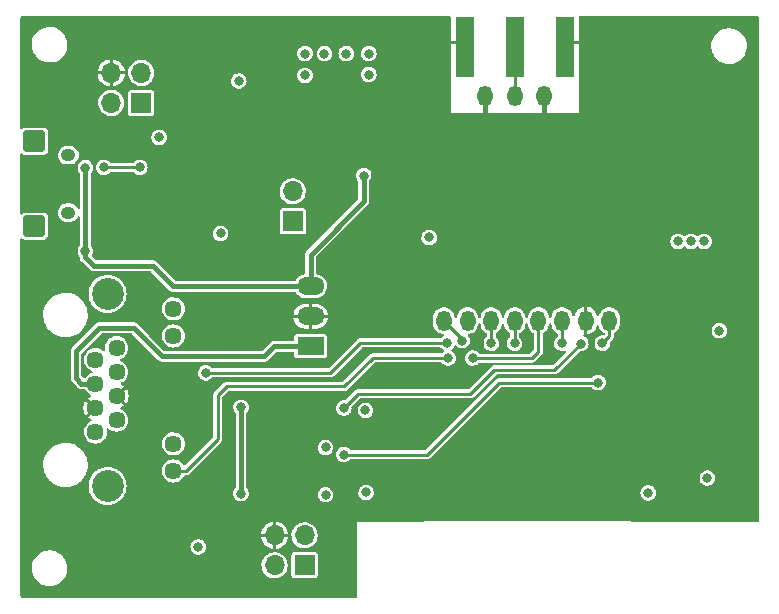
<source format=gbl>
G04 #@! TF.GenerationSoftware,KiCad,Pcbnew,(6.0.1-0)*
G04 #@! TF.CreationDate,2022-01-18T00:45:38+01:00*
G04 #@! TF.ProjectId,ithowifi_4l,6974686f-7769-4666-995f-346c2e6b6963,rev?*
G04 #@! TF.SameCoordinates,Original*
G04 #@! TF.FileFunction,Copper,L4,Bot*
G04 #@! TF.FilePolarity,Positive*
%FSLAX46Y46*%
G04 Gerber Fmt 4.6, Leading zero omitted, Abs format (unit mm)*
G04 Created by KiCad (PCBNEW (6.0.1-0)) date 2022-01-18 00:45:38*
%MOMM*%
%LPD*%
G01*
G04 APERTURE LIST*
G04 Aperture macros list*
%AMRoundRect*
0 Rectangle with rounded corners*
0 $1 Rounding radius*
0 $2 $3 $4 $5 $6 $7 $8 $9 X,Y pos of 4 corners*
0 Add a 4 corners polygon primitive as box body*
4,1,4,$2,$3,$4,$5,$6,$7,$8,$9,$2,$3,0*
0 Add four circle primitives for the rounded corners*
1,1,$1+$1,$2,$3*
1,1,$1+$1,$4,$5*
1,1,$1+$1,$6,$7*
1,1,$1+$1,$8,$9*
0 Add four rect primitives between the rounded corners*
20,1,$1+$1,$2,$3,$4,$5,0*
20,1,$1+$1,$4,$5,$6,$7,0*
20,1,$1+$1,$6,$7,$8,$9,0*
20,1,$1+$1,$8,$9,$2,$3,0*%
G04 Aperture macros list end*
G04 #@! TA.AperFunction,ComponentPad*
%ADD10R,1.700000X1.700000*%
G04 #@! TD*
G04 #@! TA.AperFunction,ComponentPad*
%ADD11O,1.700000X1.700000*%
G04 #@! TD*
G04 #@! TA.AperFunction,ComponentPad*
%ADD12RoundRect,0.273000X-0.677000X0.637000X-0.677000X-0.637000X0.677000X-0.637000X0.677000X0.637000X0*%
G04 #@! TD*
G04 #@! TA.AperFunction,ComponentPad*
%ADD13O,1.250000X1.050000*%
G04 #@! TD*
G04 #@! TA.AperFunction,ComponentPad*
%ADD14R,2.300000X1.500000*%
G04 #@! TD*
G04 #@! TA.AperFunction,ComponentPad*
%ADD15O,2.300000X1.500000*%
G04 #@! TD*
G04 #@! TA.AperFunction,ComponentPad*
%ADD16C,1.446000*%
G04 #@! TD*
G04 #@! TA.AperFunction,ComponentPad*
%ADD17C,2.700000*%
G04 #@! TD*
G04 #@! TA.AperFunction,ComponentPad*
%ADD18C,1.500000*%
G04 #@! TD*
G04 #@! TA.AperFunction,SMDPad,CuDef*
%ADD19O,1.300000X1.750000*%
G04 #@! TD*
G04 #@! TA.AperFunction,SMDPad,CuDef*
%ADD20R,1.500000X5.080000*%
G04 #@! TD*
G04 #@! TA.AperFunction,ViaPad*
%ADD21C,0.800000*%
G04 #@! TD*
G04 #@! TA.AperFunction,Conductor*
%ADD22C,0.254000*%
G04 #@! TD*
G04 #@! TA.AperFunction,Conductor*
%ADD23C,0.406400*%
G04 #@! TD*
G04 #@! TA.AperFunction,Conductor*
%ADD24C,0.250000*%
G04 #@! TD*
G04 APERTURE END LIST*
D10*
X77072000Y-153450000D03*
D11*
X74532000Y-153450000D03*
X77072000Y-150910000D03*
X74532000Y-150910000D03*
D12*
X54178200Y-124768000D03*
D13*
X57078200Y-123593000D03*
D12*
X54178200Y-117568000D03*
D13*
X57078200Y-118743000D03*
D14*
X77580000Y-134908000D03*
D15*
X77580000Y-132368000D03*
X77580000Y-129828000D03*
D16*
X59372500Y-142176500D03*
X61152500Y-141156500D03*
X59372500Y-140136500D03*
X61152500Y-139116500D03*
X59372500Y-138096500D03*
X61152500Y-137076500D03*
X59372500Y-136056500D03*
X61152500Y-135036500D03*
X65962500Y-145466500D03*
X65962500Y-143176500D03*
X65962500Y-134036500D03*
X65962500Y-131746500D03*
D17*
X60392500Y-130476500D03*
X60392500Y-146736500D03*
D10*
X63246000Y-114300000D03*
D11*
X60706000Y-114300000D03*
X63246000Y-111760000D03*
X60706000Y-111760000D03*
D18*
X94881700Y-110909100D03*
D10*
X76073000Y-124333000D03*
D11*
X76073000Y-121793000D03*
D19*
X102872000Y-132739000D03*
X100872000Y-132739000D03*
X98872000Y-132739000D03*
X96872000Y-132739000D03*
X94872000Y-132739000D03*
X92872000Y-132739000D03*
X90872000Y-132739000D03*
X88872000Y-132739000D03*
X92372000Y-113739000D03*
X94872000Y-113739000D03*
X97372000Y-113739000D03*
D20*
X94881400Y-109548400D03*
X90631400Y-109548400D03*
X99131400Y-109548400D03*
D21*
X108707000Y-115926500D03*
X110907000Y-115926500D03*
X109807000Y-115926500D03*
X88925000Y-115773000D03*
X90632000Y-115768000D03*
X92332000Y-115768000D03*
X94032000Y-115768000D03*
X95732000Y-115768000D03*
X97432000Y-115768000D03*
X100832000Y-115768000D03*
X99132000Y-115768000D03*
X88932000Y-114068000D03*
X88932000Y-110768000D03*
X88925000Y-112368000D03*
X88925000Y-109168000D03*
X88932000Y-107468000D03*
X100825000Y-112368000D03*
X100832000Y-110768000D03*
X100832000Y-114068000D03*
X100832000Y-107468000D03*
X100825000Y-109168000D03*
X108102400Y-147396200D03*
X77491300Y-120159000D03*
X98806000Y-139700000D03*
X97028000Y-139700000D03*
X97028000Y-141224000D03*
X98806000Y-141224000D03*
X95250000Y-139700000D03*
X98806000Y-142748000D03*
X95250000Y-141224000D03*
X89154000Y-148590000D03*
X97028000Y-142748000D03*
X106172000Y-148590000D03*
X95250000Y-142748000D03*
X71691504Y-140081000D03*
X82077300Y-120462500D03*
X58510873Y-126883727D03*
X71691500Y-147383500D03*
X58510873Y-119790990D03*
X106172000Y-147320000D03*
X108707000Y-126026500D03*
X110907000Y-126026500D03*
X109807000Y-126026500D03*
X77110300Y-111967500D03*
X77110300Y-110126000D03*
X78761300Y-110126000D03*
X80602800Y-110126000D03*
X82507800Y-110126000D03*
X82507800Y-111904000D03*
X68072000Y-151892000D03*
X112191800Y-133578600D03*
X64770000Y-117221000D03*
X71501000Y-112445800D03*
X69964300Y-125361700D03*
X82279000Y-147290500D03*
X102281500Y-134654000D03*
X78850000Y-143480506D03*
X87613000Y-125700498D03*
X111171500Y-146075400D03*
X82232500Y-140335000D03*
X78850000Y-147481000D03*
X98852500Y-134654000D03*
X94852000Y-134654000D03*
X91295998Y-135907002D03*
X90424000Y-134429500D03*
X92883500Y-134654000D03*
X80391000Y-140144500D03*
X100457000Y-134683500D03*
X101917500Y-137985500D03*
X80391000Y-144081500D03*
X89217502Y-135890000D03*
X60071000Y-119761000D03*
X63119000Y-119761000D03*
X89154000Y-134620000D03*
X68707000Y-137160000D03*
D22*
X99511800Y-109168000D02*
X99131400Y-109548400D01*
X100825000Y-109168000D02*
X99511800Y-109168000D01*
D23*
X97372000Y-113739000D02*
X97372000Y-115708000D01*
D22*
X88925000Y-109168000D02*
X90251000Y-109168000D01*
D23*
X92372000Y-113739000D02*
X92372000Y-115728000D01*
X92372000Y-115728000D02*
X92332000Y-115768000D01*
X97372000Y-115708000D02*
X97432000Y-115768000D01*
D22*
X90251000Y-109168000D02*
X90631400Y-109548400D01*
D23*
X82077300Y-122646700D02*
X82077300Y-120462500D01*
X58510873Y-126883727D02*
X58510873Y-119790990D01*
X65947000Y-129828000D02*
X64223900Y-128104900D01*
X77580000Y-127144000D02*
X82077300Y-122646700D01*
X58510873Y-127395673D02*
X58510873Y-126883727D01*
X64223900Y-128104900D02*
X59220100Y-128104900D01*
X71691500Y-140081004D02*
X71691504Y-140081000D01*
X59220100Y-128104900D02*
X58510873Y-127395673D01*
X77580000Y-129828000D02*
X77580000Y-127144000D01*
X71691500Y-147383500D02*
X71691500Y-140081004D01*
X77580000Y-129828000D02*
X65947000Y-129828000D01*
D22*
X102872000Y-134063500D02*
X102281500Y-134654000D01*
X102872000Y-132739000D02*
X102872000Y-134063500D01*
X98872000Y-132739000D02*
X98872000Y-134634500D01*
X98872000Y-134634500D02*
X98852500Y-134654000D01*
X94852000Y-132759000D02*
X94872000Y-132739000D01*
X94852000Y-134654000D02*
X94852000Y-132759000D01*
X96872000Y-135364500D02*
X96329498Y-135907002D01*
X96872000Y-132739000D02*
X96872000Y-135364500D01*
X96329498Y-135907002D02*
X91295998Y-135907002D01*
X90424000Y-134291000D02*
X90424000Y-134429500D01*
X88862000Y-132749000D02*
X88872000Y-132739000D01*
X88872000Y-132739000D02*
X90424000Y-134291000D01*
X92883500Y-132750500D02*
X92872000Y-132739000D01*
X92883500Y-134654000D02*
X92883500Y-132750500D01*
X100457000Y-134683500D02*
X98234500Y-136906000D01*
X81597500Y-138938000D02*
X80391000Y-140144500D01*
X91122500Y-138938000D02*
X81597500Y-138938000D01*
X98234500Y-136906000D02*
X93154500Y-136906000D01*
X93154500Y-136906000D02*
X91122500Y-138938000D01*
X87439500Y-144081500D02*
X93535500Y-137985500D01*
X80391000Y-144081500D02*
X87439500Y-144081500D01*
X93535500Y-137985500D02*
X101917500Y-137985500D01*
D23*
X57721500Y-135318500D02*
X57721500Y-137604500D01*
X73660000Y-135763000D02*
X65024000Y-135763000D01*
X77580000Y-134908000D02*
X74515000Y-134908000D01*
X62611000Y-133350000D02*
X59690000Y-133350000D01*
X74515000Y-134908000D02*
X73660000Y-135763000D01*
X59690000Y-133350000D02*
X57721500Y-135318500D01*
X58184000Y-138067000D02*
X59355500Y-138067000D01*
X65024000Y-135763000D02*
X62611000Y-133350000D01*
X57721500Y-137604500D02*
X58184000Y-138067000D01*
D22*
X80454500Y-138303000D02*
X82867500Y-135890000D01*
X67004500Y-145466500D02*
X69723000Y-142748000D01*
X69723000Y-142748000D02*
X69723000Y-139065000D01*
X65962500Y-145466500D02*
X67004500Y-145466500D01*
X82867500Y-135890000D02*
X89217502Y-135890000D01*
X69723000Y-139065000D02*
X70485000Y-138303000D01*
X70485000Y-138303000D02*
X80454500Y-138303000D01*
X63119000Y-119761000D02*
X60071000Y-119761000D01*
D24*
X94872000Y-109557800D02*
X94881400Y-109548400D01*
X94872000Y-113739000D02*
X94872000Y-109557800D01*
D22*
X81788000Y-134620000D02*
X79248000Y-137160000D01*
X85598000Y-134620000D02*
X81788000Y-134620000D01*
X79248000Y-137160000D02*
X68707000Y-137160000D01*
X89154000Y-134620000D02*
X81788000Y-134620000D01*
G04 #@! TA.AperFunction,Conductor*
G36*
X89390531Y-106941213D02*
G01*
X89427076Y-106991513D01*
X89432000Y-107022600D01*
X89432000Y-115168000D01*
X100332000Y-115168000D01*
X100332000Y-109560677D01*
X111504524Y-109560677D01*
X111504989Y-109564695D01*
X111504989Y-109564698D01*
X111520776Y-109701135D01*
X111532351Y-109801176D01*
X111598271Y-110034133D01*
X111700589Y-110253553D01*
X111716220Y-110276553D01*
X111738172Y-110308854D01*
X111737824Y-110309091D01*
X111738925Y-110310303D01*
X111738935Y-110310321D01*
X111741393Y-110313595D01*
X111741445Y-110313672D01*
X111741935Y-110314450D01*
X111742734Y-110315568D01*
X111834393Y-110450442D01*
X111834397Y-110450447D01*
X111836671Y-110453793D01*
X111839454Y-110456735D01*
X111839454Y-110456736D01*
X111885137Y-110505044D01*
X111884758Y-110505403D01*
X111886303Y-110506597D01*
X111887083Y-110507636D01*
X111890066Y-110510487D01*
X111890495Y-110510897D01*
X111894067Y-110514488D01*
X112003018Y-110629699D01*
X112041786Y-110659339D01*
X112059410Y-110672814D01*
X112061608Y-110674544D01*
X112062489Y-110675257D01*
X112065468Y-110678104D01*
X112071221Y-110682028D01*
X112075611Y-110685200D01*
X112195348Y-110776747D01*
X112198904Y-110778654D01*
X112198906Y-110778655D01*
X112259442Y-110811114D01*
X112262274Y-110812832D01*
X112262301Y-110812784D01*
X112265889Y-110814822D01*
X112269300Y-110817149D01*
X112273044Y-110818887D01*
X112277092Y-110820766D01*
X112282269Y-110823354D01*
X112395716Y-110884183D01*
X112408715Y-110891153D01*
X112412542Y-110892471D01*
X112412545Y-110892472D01*
X112481318Y-110916152D01*
X112486599Y-110918280D01*
X112489352Y-110919293D01*
X112493104Y-110921035D01*
X112497084Y-110922139D01*
X112497090Y-110922141D01*
X112502452Y-110923628D01*
X112508316Y-110925449D01*
X112604716Y-110958642D01*
X112637629Y-110969975D01*
X112641606Y-110970662D01*
X112641610Y-110970663D01*
X112687302Y-110978555D01*
X112717397Y-110983753D01*
X112726472Y-110985790D01*
X112726888Y-110985869D01*
X112730871Y-110986974D01*
X112740944Y-110988051D01*
X112741209Y-110988079D01*
X112747635Y-110988977D01*
X112873079Y-111010644D01*
X112876200Y-111011183D01*
X112879359Y-111011326D01*
X112879364Y-111011327D01*
X112891707Y-111011887D01*
X112905203Y-111012500D01*
X113073841Y-111012500D01*
X113254324Y-110997979D01*
X113489439Y-110940229D01*
X113712297Y-110845631D01*
X113818653Y-110778655D01*
X113913743Y-110718774D01*
X113913746Y-110718772D01*
X113917163Y-110716620D01*
X113964201Y-110675151D01*
X114015756Y-110629699D01*
X114098768Y-110556514D01*
X114102667Y-110551768D01*
X114211214Y-110419620D01*
X114252439Y-110369432D01*
X114286843Y-110310321D01*
X114326355Y-110242432D01*
X114374222Y-110160188D01*
X114460984Y-109934165D01*
X114510493Y-109697177D01*
X114510820Y-109689992D01*
X114518842Y-109513323D01*
X114521476Y-109455323D01*
X114519437Y-109437698D01*
X114494114Y-109218840D01*
X114494113Y-109218836D01*
X114493649Y-109214824D01*
X114427729Y-108981867D01*
X114325411Y-108762447D01*
X114287828Y-108707146D01*
X114288176Y-108706909D01*
X114287075Y-108705697D01*
X114287065Y-108705679D01*
X114284607Y-108702405D01*
X114284555Y-108702328D01*
X114284065Y-108701550D01*
X114283266Y-108700432D01*
X114191607Y-108565558D01*
X114191603Y-108565553D01*
X114189329Y-108562207D01*
X114140863Y-108510956D01*
X114141242Y-108510597D01*
X114139697Y-108509403D01*
X114138917Y-108508364D01*
X114135504Y-108505102D01*
X114131927Y-108501506D01*
X114022982Y-108386301D01*
X113966581Y-108343179D01*
X113964392Y-108341456D01*
X113963511Y-108340743D01*
X113960532Y-108337896D01*
X113954779Y-108333972D01*
X113950384Y-108330796D01*
X113906477Y-108297226D01*
X113830652Y-108239253D01*
X113766558Y-108204886D01*
X113763726Y-108203168D01*
X113763699Y-108203216D01*
X113760111Y-108201178D01*
X113756700Y-108198851D01*
X113748905Y-108195233D01*
X113743731Y-108192646D01*
X113620853Y-108126760D01*
X113620852Y-108126759D01*
X113617285Y-108124847D01*
X113613458Y-108123529D01*
X113613455Y-108123528D01*
X113544682Y-108099848D01*
X113539401Y-108097720D01*
X113536648Y-108096707D01*
X113532896Y-108094965D01*
X113528916Y-108093861D01*
X113528910Y-108093859D01*
X113523548Y-108092372D01*
X113517684Y-108090551D01*
X113392190Y-108047340D01*
X113388371Y-108046025D01*
X113384394Y-108045338D01*
X113384390Y-108045337D01*
X113338698Y-108037445D01*
X113308603Y-108032247D01*
X113299528Y-108030210D01*
X113299112Y-108030131D01*
X113295129Y-108029026D01*
X113284792Y-108027921D01*
X113278365Y-108027023D01*
X113152921Y-108005356D01*
X113152920Y-108005356D01*
X113149800Y-108004817D01*
X113146641Y-108004674D01*
X113146636Y-108004673D01*
X113134293Y-108004113D01*
X113120797Y-108003500D01*
X112952159Y-108003500D01*
X112771676Y-108018021D01*
X112536561Y-108075771D01*
X112313703Y-108170369D01*
X112108837Y-108299380D01*
X112105807Y-108302051D01*
X112105806Y-108302052D01*
X112065149Y-108337896D01*
X111927232Y-108459486D01*
X111773561Y-108646568D01*
X111771528Y-108650062D01*
X111771526Y-108650064D01*
X111738442Y-108706909D01*
X111651778Y-108855812D01*
X111565016Y-109081835D01*
X111515507Y-109318823D01*
X111515324Y-109322858D01*
X111515323Y-109322864D01*
X111510475Y-109429632D01*
X111504524Y-109560677D01*
X100332000Y-109560677D01*
X100332000Y-107022600D01*
X100351213Y-106963469D01*
X100401513Y-106926924D01*
X100432600Y-106922000D01*
X115297075Y-106922000D01*
X115316701Y-106923933D01*
X115322281Y-106925043D01*
X115331999Y-106926976D01*
X115341718Y-106925043D01*
X115343291Y-106925043D01*
X115359029Y-106926282D01*
X115392283Y-106931549D01*
X115422216Y-106941275D01*
X115462397Y-106961748D01*
X115487861Y-106980248D01*
X115519752Y-107012139D01*
X115538252Y-107037603D01*
X115558725Y-107077784D01*
X115568451Y-107107717D01*
X115573718Y-107140971D01*
X115574957Y-107156709D01*
X115574957Y-107158282D01*
X115573024Y-107168001D01*
X115574957Y-107177719D01*
X115576067Y-107183299D01*
X115578000Y-107202925D01*
X115578000Y-149667400D01*
X115558787Y-149726531D01*
X115508487Y-149763076D01*
X115477400Y-149768000D01*
X104820385Y-149768000D01*
X104764495Y-149751046D01*
X104739347Y-149734243D01*
X104739345Y-149734242D01*
X104731106Y-149728737D01*
X104657017Y-149714000D01*
X104632000Y-149709024D01*
X104622282Y-149710957D01*
X104616701Y-149712067D01*
X104597076Y-149714000D01*
X87366924Y-149714000D01*
X87347299Y-149712067D01*
X87341718Y-149710957D01*
X87332000Y-149709024D01*
X87306983Y-149714000D01*
X87232894Y-149728737D01*
X87224657Y-149734241D01*
X87224654Y-149734242D01*
X87199505Y-149751046D01*
X87143615Y-149768000D01*
X81532000Y-149768000D01*
X81532000Y-156113400D01*
X81512787Y-156172531D01*
X81462487Y-156209076D01*
X81431400Y-156214000D01*
X53266925Y-156214000D01*
X53247299Y-156212067D01*
X53241719Y-156210957D01*
X53232001Y-156209024D01*
X53222282Y-156210957D01*
X53220709Y-156210957D01*
X53204971Y-156209718D01*
X53171717Y-156204451D01*
X53141784Y-156194725D01*
X53101603Y-156174252D01*
X53076139Y-156155752D01*
X53044248Y-156123861D01*
X53025748Y-156098397D01*
X53005275Y-156058216D01*
X52995549Y-156028283D01*
X52990282Y-155995029D01*
X52989043Y-155979291D01*
X52989043Y-155977718D01*
X52990976Y-155967999D01*
X52987933Y-155952701D01*
X52986000Y-155933075D01*
X52986000Y-153756677D01*
X53973524Y-153756677D01*
X53973989Y-153760695D01*
X53973989Y-153760698D01*
X53989776Y-153897135D01*
X54001351Y-153997176D01*
X54067271Y-154230133D01*
X54169589Y-154449553D01*
X54171864Y-154452900D01*
X54207172Y-154504854D01*
X54206824Y-154505091D01*
X54207925Y-154506303D01*
X54207935Y-154506321D01*
X54210393Y-154509595D01*
X54210445Y-154509672D01*
X54210935Y-154510450D01*
X54211734Y-154511568D01*
X54303393Y-154646442D01*
X54303397Y-154646447D01*
X54305671Y-154649793D01*
X54308454Y-154652735D01*
X54308454Y-154652736D01*
X54354137Y-154701044D01*
X54353758Y-154701403D01*
X54355303Y-154702597D01*
X54356083Y-154703636D01*
X54359066Y-154706487D01*
X54359495Y-154706897D01*
X54363067Y-154710488D01*
X54472018Y-154825699D01*
X54475224Y-154828150D01*
X54528410Y-154868814D01*
X54530608Y-154870544D01*
X54531489Y-154871257D01*
X54534468Y-154874104D01*
X54540221Y-154878028D01*
X54544611Y-154881200D01*
X54664348Y-154972747D01*
X54667904Y-154974654D01*
X54667906Y-154974655D01*
X54728442Y-155007114D01*
X54731274Y-155008832D01*
X54731301Y-155008784D01*
X54734889Y-155010822D01*
X54738300Y-155013149D01*
X54742044Y-155014887D01*
X54746092Y-155016766D01*
X54751269Y-155019354D01*
X54792816Y-155041631D01*
X54877715Y-155087153D01*
X54881542Y-155088471D01*
X54881545Y-155088472D01*
X54950318Y-155112152D01*
X54955599Y-155114280D01*
X54958352Y-155115293D01*
X54962104Y-155117035D01*
X54966084Y-155118139D01*
X54966090Y-155118141D01*
X54971452Y-155119628D01*
X54977316Y-155121449D01*
X55101451Y-155164192D01*
X55106629Y-155165975D01*
X55110606Y-155166662D01*
X55110610Y-155166663D01*
X55156302Y-155174555D01*
X55186397Y-155179753D01*
X55195472Y-155181790D01*
X55195888Y-155181869D01*
X55199871Y-155182974D01*
X55209944Y-155184051D01*
X55210209Y-155184079D01*
X55216635Y-155184977D01*
X55342079Y-155206644D01*
X55345200Y-155207183D01*
X55348359Y-155207326D01*
X55348364Y-155207327D01*
X55360707Y-155207887D01*
X55374203Y-155208500D01*
X55542841Y-155208500D01*
X55723324Y-155193979D01*
X55958439Y-155136229D01*
X56181297Y-155041631D01*
X56386163Y-154912620D01*
X56567768Y-154752514D01*
X56721439Y-154565432D01*
X56726038Y-154557531D01*
X56773928Y-154475247D01*
X56843222Y-154356188D01*
X56929984Y-154130165D01*
X56979493Y-153893177D01*
X56982614Y-153824462D01*
X56990292Y-153655368D01*
X56990476Y-153651323D01*
X56990011Y-153647302D01*
X56963823Y-153420964D01*
X73423148Y-153420964D01*
X73436424Y-153623522D01*
X73437557Y-153627983D01*
X73459228Y-153713310D01*
X73486392Y-153820269D01*
X73571377Y-154004616D01*
X73688533Y-154170389D01*
X73833938Y-154312035D01*
X73837774Y-154314598D01*
X73837775Y-154314599D01*
X73860691Y-154329911D01*
X74002720Y-154424812D01*
X74006956Y-154426632D01*
X74006958Y-154426633D01*
X74184989Y-154503121D01*
X74189228Y-154504942D01*
X74287161Y-154527102D01*
X74382716Y-154548724D01*
X74382719Y-154548724D01*
X74387216Y-154549742D01*
X74483748Y-154553535D01*
X74585444Y-154557531D01*
X74585445Y-154557531D01*
X74590053Y-154557712D01*
X74594610Y-154557051D01*
X74594615Y-154557051D01*
X74700713Y-154541667D01*
X74790945Y-154528584D01*
X74983165Y-154463334D01*
X75160276Y-154364147D01*
X75201431Y-154329919D01*
X75312798Y-154237295D01*
X75316345Y-154234345D01*
X75327737Y-154220648D01*
X75443199Y-154081821D01*
X75443201Y-154081818D01*
X75446147Y-154078276D01*
X75545334Y-153901165D01*
X75610584Y-153708945D01*
X75639712Y-153508053D01*
X75641232Y-153450000D01*
X75625776Y-153281790D01*
X75623080Y-153252447D01*
X75623079Y-153252442D01*
X75622658Y-153247859D01*
X75567557Y-153052487D01*
X75477776Y-152870428D01*
X75356320Y-152707779D01*
X75217960Y-152579880D01*
X75967500Y-152579880D01*
X75967501Y-153450799D01*
X75967501Y-154325066D01*
X75982266Y-154399301D01*
X75987769Y-154407536D01*
X75987769Y-154407537D01*
X76033012Y-154475247D01*
X76038516Y-154483484D01*
X76122699Y-154539734D01*
X76167895Y-154548724D01*
X76192081Y-154553535D01*
X76192082Y-154553535D01*
X76196933Y-154554500D01*
X76201880Y-154554500D01*
X77072796Y-154554499D01*
X77947066Y-154554499D01*
X77982548Y-154547442D01*
X78011584Y-154541667D01*
X78011586Y-154541666D01*
X78021301Y-154539734D01*
X78071307Y-154506321D01*
X78097247Y-154488988D01*
X78105484Y-154483484D01*
X78161734Y-154399301D01*
X78176500Y-154325067D01*
X78176500Y-153450000D01*
X78176499Y-152579872D01*
X78176499Y-152574934D01*
X78169045Y-152537456D01*
X78163667Y-152510416D01*
X78163666Y-152510414D01*
X78161734Y-152500699D01*
X78156230Y-152492461D01*
X78110988Y-152424753D01*
X78105484Y-152416516D01*
X78021301Y-152360266D01*
X77972761Y-152350611D01*
X77951919Y-152346465D01*
X77951918Y-152346465D01*
X77947067Y-152345500D01*
X77942120Y-152345500D01*
X77071204Y-152345501D01*
X76196934Y-152345501D01*
X76161452Y-152352558D01*
X76132416Y-152358333D01*
X76132414Y-152358334D01*
X76122699Y-152360266D01*
X76114464Y-152365769D01*
X76114463Y-152365769D01*
X76046753Y-152411012D01*
X76038516Y-152416516D01*
X76033012Y-152424753D01*
X76029894Y-152429419D01*
X75982266Y-152500699D01*
X75973719Y-152543668D01*
X75968974Y-152567525D01*
X75967500Y-152574933D01*
X75967500Y-152579880D01*
X75217960Y-152579880D01*
X75207258Y-152569987D01*
X75203362Y-152567529D01*
X75203357Y-152567525D01*
X75112847Y-152510418D01*
X75035581Y-152461667D01*
X74984158Y-152441151D01*
X74851325Y-152388156D01*
X74847039Y-152386446D01*
X74647946Y-152346844D01*
X74545351Y-152345501D01*
X74449585Y-152344247D01*
X74449581Y-152344247D01*
X74444971Y-152344187D01*
X74244910Y-152378564D01*
X74240588Y-152380158D01*
X74240586Y-152380159D01*
X74058791Y-152447227D01*
X74058788Y-152447228D01*
X74054463Y-152448824D01*
X73880010Y-152552612D01*
X73876544Y-152555651D01*
X73876542Y-152555653D01*
X73730859Y-152683414D01*
X73730856Y-152683417D01*
X73727392Y-152686455D01*
X73724539Y-152690074D01*
X73724538Y-152690075D01*
X73664556Y-152766162D01*
X73601720Y-152845869D01*
X73507203Y-153025515D01*
X73497450Y-153056926D01*
X73458690Y-153181754D01*
X73447007Y-153219378D01*
X73423148Y-153420964D01*
X56963823Y-153420964D01*
X56963114Y-153414840D01*
X56963113Y-153414836D01*
X56962649Y-153410824D01*
X56896729Y-153177867D01*
X56794411Y-152958447D01*
X56756828Y-152903146D01*
X56757176Y-152902909D01*
X56756075Y-152901697D01*
X56756065Y-152901679D01*
X56753607Y-152898405D01*
X56753555Y-152898328D01*
X56753065Y-152897550D01*
X56752266Y-152896432D01*
X56660607Y-152761558D01*
X56660603Y-152761553D01*
X56658329Y-152758207D01*
X56609863Y-152706956D01*
X56610242Y-152706597D01*
X56608697Y-152705403D01*
X56607917Y-152704364D01*
X56604504Y-152701102D01*
X56600927Y-152697506D01*
X56593900Y-152690075D01*
X56491982Y-152582301D01*
X56435581Y-152539179D01*
X56433392Y-152537456D01*
X56432511Y-152536743D01*
X56429532Y-152533896D01*
X56423779Y-152529972D01*
X56419384Y-152526796D01*
X56337420Y-152464129D01*
X56299652Y-152435253D01*
X56235558Y-152400886D01*
X56232726Y-152399168D01*
X56232699Y-152399216D01*
X56229111Y-152397178D01*
X56225700Y-152394851D01*
X56217905Y-152391233D01*
X56212731Y-152388646D01*
X56089853Y-152322760D01*
X56089852Y-152322759D01*
X56086285Y-152320847D01*
X56082458Y-152319529D01*
X56082455Y-152319528D01*
X56013682Y-152295848D01*
X56008401Y-152293720D01*
X56005648Y-152292707D01*
X56001896Y-152290965D01*
X55997916Y-152289861D01*
X55997910Y-152289859D01*
X55992548Y-152288372D01*
X55986684Y-152286551D01*
X55861190Y-152243340D01*
X55857371Y-152242025D01*
X55853394Y-152241338D01*
X55853390Y-152241337D01*
X55807698Y-152233445D01*
X55777603Y-152228247D01*
X55768528Y-152226210D01*
X55768112Y-152226131D01*
X55764129Y-152225026D01*
X55753792Y-152223921D01*
X55747365Y-152223023D01*
X55621921Y-152201356D01*
X55621920Y-152201356D01*
X55618800Y-152200817D01*
X55615641Y-152200674D01*
X55615636Y-152200673D01*
X55603293Y-152200113D01*
X55589797Y-152199500D01*
X55421159Y-152199500D01*
X55240676Y-152214021D01*
X55005561Y-152271771D01*
X54782703Y-152366369D01*
X54750821Y-152386446D01*
X54627463Y-152464129D01*
X54577837Y-152495380D01*
X54396232Y-152655486D01*
X54242561Y-152842568D01*
X54240528Y-152846062D01*
X54240526Y-152846064D01*
X54207442Y-152902909D01*
X54120778Y-153051812D01*
X54034016Y-153277835D01*
X53984507Y-153514823D01*
X53973524Y-153756677D01*
X52986000Y-153756677D01*
X52986000Y-151885096D01*
X67412729Y-151885096D01*
X67413394Y-151891120D01*
X67413394Y-151891124D01*
X67417114Y-151924815D01*
X67430113Y-152042553D01*
X67484553Y-152191319D01*
X67487939Y-152196358D01*
X67554794Y-152295848D01*
X67572908Y-152322805D01*
X67690076Y-152429419D01*
X67695403Y-152432311D01*
X67695404Y-152432312D01*
X67716704Y-152443877D01*
X67829293Y-152505008D01*
X67835163Y-152506548D01*
X67976655Y-152543668D01*
X67976656Y-152543668D01*
X67982522Y-152545207D01*
X68054716Y-152546341D01*
X68134852Y-152547600D01*
X68134854Y-152547600D01*
X68140916Y-152547695D01*
X68146827Y-152546341D01*
X68146829Y-152546341D01*
X68289422Y-152513683D01*
X68289425Y-152513682D01*
X68295332Y-152512329D01*
X68436855Y-152441151D01*
X68524413Y-152366369D01*
X68552705Y-152342206D01*
X68552707Y-152342204D01*
X68557314Y-152338269D01*
X68625528Y-152243340D01*
X68646218Y-152214547D01*
X68646220Y-152214544D01*
X68649755Y-152209624D01*
X68653296Y-152200817D01*
X68706580Y-152068267D01*
X68708842Y-152062641D01*
X68731162Y-151905807D01*
X68731307Y-151892000D01*
X68730128Y-151882252D01*
X68713005Y-151740755D01*
X68713004Y-151740753D01*
X68712276Y-151734733D01*
X68697015Y-151694345D01*
X68658425Y-151592222D01*
X68658424Y-151592221D01*
X68656280Y-151586546D01*
X68566553Y-151455992D01*
X68448275Y-151350611D01*
X68308274Y-151276484D01*
X68154633Y-151237892D01*
X68148576Y-151237860D01*
X68148574Y-151237860D01*
X68071450Y-151237456D01*
X67996221Y-151237062D01*
X67990324Y-151238478D01*
X67990322Y-151238478D01*
X67848082Y-151272627D01*
X67842184Y-151274043D01*
X67836798Y-151276823D01*
X67836795Y-151276824D01*
X67706802Y-151343919D01*
X67701414Y-151346700D01*
X67582039Y-151450838D01*
X67578553Y-151455798D01*
X67574903Y-151460992D01*
X67490950Y-151580444D01*
X67433406Y-151728037D01*
X67412729Y-151885096D01*
X52986000Y-151885096D01*
X52986000Y-151046555D01*
X73383590Y-151046555D01*
X73386230Y-151086831D01*
X73387664Y-151095885D01*
X73437640Y-151292668D01*
X73440703Y-151301315D01*
X73525702Y-151485691D01*
X73530289Y-151493635D01*
X73647456Y-151659424D01*
X73653428Y-151666416D01*
X73798846Y-151808077D01*
X73805982Y-151813855D01*
X73974782Y-151926644D01*
X73982857Y-151931027D01*
X74169379Y-152011164D01*
X74178118Y-152014003D01*
X74376123Y-152058807D01*
X74385233Y-152060006D01*
X74389079Y-152060157D01*
X74402124Y-152056478D01*
X74404779Y-152053110D01*
X74405000Y-152051873D01*
X74405000Y-152042611D01*
X74659000Y-152042611D01*
X74663188Y-152055501D01*
X74664378Y-152056365D01*
X74670453Y-152056883D01*
X74798176Y-152038364D01*
X74807103Y-152036221D01*
X74999349Y-151970963D01*
X75007733Y-151967230D01*
X75184865Y-151868031D01*
X75192433Y-151862830D01*
X75348518Y-151733015D01*
X75355015Y-151726518D01*
X75484830Y-151570433D01*
X75490031Y-151562865D01*
X75589230Y-151385733D01*
X75592963Y-151377349D01*
X75658221Y-151185103D01*
X75660364Y-151176176D01*
X75678258Y-151052768D01*
X75675963Y-151039411D01*
X75674909Y-151038385D01*
X75668969Y-151037000D01*
X74674933Y-151037000D01*
X74662043Y-151041188D01*
X74659000Y-151045377D01*
X74659000Y-152042611D01*
X74405000Y-152042611D01*
X74405000Y-151052933D01*
X74400812Y-151040043D01*
X74396623Y-151037000D01*
X73398897Y-151037000D01*
X73386007Y-151041188D01*
X73383898Y-151044091D01*
X73383590Y-151046555D01*
X52986000Y-151046555D01*
X52986000Y-150880964D01*
X75963148Y-150880964D01*
X75976424Y-151083522D01*
X75977557Y-151087983D01*
X76016005Y-151239369D01*
X76026392Y-151280269D01*
X76111377Y-151464616D01*
X76228533Y-151630389D01*
X76373938Y-151772035D01*
X76542720Y-151884812D01*
X76546956Y-151886632D01*
X76546958Y-151886633D01*
X76724989Y-151963121D01*
X76729228Y-151964942D01*
X76827161Y-151987102D01*
X76922716Y-152008724D01*
X76922719Y-152008724D01*
X76927216Y-152009742D01*
X77028634Y-152013727D01*
X77125444Y-152017531D01*
X77125445Y-152017531D01*
X77130053Y-152017712D01*
X77134610Y-152017051D01*
X77134615Y-152017051D01*
X77230499Y-152003148D01*
X77330945Y-151988584D01*
X77523165Y-151923334D01*
X77700276Y-151824147D01*
X77762934Y-151772035D01*
X77852798Y-151697295D01*
X77856345Y-151694345D01*
X77885389Y-151659424D01*
X77983199Y-151541821D01*
X77983201Y-151541818D01*
X77986147Y-151538276D01*
X78085334Y-151361165D01*
X78150584Y-151168945D01*
X78179712Y-150968053D01*
X78181232Y-150910000D01*
X78178143Y-150876382D01*
X78163080Y-150712447D01*
X78163079Y-150712442D01*
X78162658Y-150707859D01*
X78107557Y-150512487D01*
X78017776Y-150330428D01*
X77896320Y-150167779D01*
X77747258Y-150029987D01*
X77743362Y-150027529D01*
X77743357Y-150027525D01*
X77649014Y-149968000D01*
X77575581Y-149921667D01*
X77387039Y-149846446D01*
X77187946Y-149806844D01*
X77086458Y-149805515D01*
X76989585Y-149804247D01*
X76989581Y-149804247D01*
X76984971Y-149804187D01*
X76784910Y-149838564D01*
X76780588Y-149840158D01*
X76780586Y-149840159D01*
X76598791Y-149907227D01*
X76598788Y-149907228D01*
X76594463Y-149908824D01*
X76420010Y-150012612D01*
X76416544Y-150015651D01*
X76416542Y-150015653D01*
X76270859Y-150143414D01*
X76270856Y-150143417D01*
X76267392Y-150146455D01*
X76141720Y-150305869D01*
X76047203Y-150485515D01*
X76040112Y-150508353D01*
X75988848Y-150673450D01*
X75987007Y-150679378D01*
X75963148Y-150880964D01*
X52986000Y-150880964D01*
X52986000Y-150767177D01*
X73385961Y-150767177D01*
X73388605Y-150780470D01*
X73390204Y-150781948D01*
X73394997Y-150783000D01*
X74389067Y-150783000D01*
X74401957Y-150778812D01*
X74405000Y-150774623D01*
X74405000Y-150767067D01*
X74659000Y-150767067D01*
X74663188Y-150779957D01*
X74667377Y-150783000D01*
X75664144Y-150783000D01*
X75677034Y-150778812D01*
X75678729Y-150776479D01*
X75679140Y-150772801D01*
X75672749Y-150703241D01*
X75671076Y-150694219D01*
X75615968Y-150498821D01*
X75612677Y-150490247D01*
X75522886Y-150308168D01*
X75518091Y-150300343D01*
X75396618Y-150137672D01*
X75390473Y-150130847D01*
X75241397Y-149993043D01*
X75234108Y-149987449D01*
X75062415Y-149879120D01*
X75054228Y-149874948D01*
X74865668Y-149799720D01*
X74856867Y-149797113D01*
X74674628Y-149760863D01*
X74661168Y-149762456D01*
X74661134Y-149762487D01*
X74659000Y-149770665D01*
X74659000Y-150767067D01*
X74405000Y-150767067D01*
X74405000Y-149775948D01*
X74400812Y-149763058D01*
X74400197Y-149762611D01*
X74392937Y-149762088D01*
X74236380Y-149788989D01*
X74227508Y-149791366D01*
X74037047Y-149861631D01*
X74028748Y-149865590D01*
X73854282Y-149969386D01*
X73846850Y-149974786D01*
X73694216Y-150108642D01*
X73687895Y-150115303D01*
X73562208Y-150274737D01*
X73557208Y-150282436D01*
X73462679Y-150462105D01*
X73459166Y-150470587D01*
X73398963Y-150664473D01*
X73397055Y-150673450D01*
X73385961Y-150767177D01*
X52986000Y-150767177D01*
X52986000Y-144999255D01*
X54948458Y-144999255D01*
X54948804Y-145002881D01*
X54948804Y-145002884D01*
X54960650Y-145127039D01*
X54974364Y-145270780D01*
X54975228Y-145274310D01*
X54975229Y-145274317D01*
X55020721Y-145460224D01*
X55039195Y-145535722D01*
X55141592Y-145788530D01*
X55143430Y-145791670D01*
X55143432Y-145791673D01*
X55176413Y-145848000D01*
X55279412Y-146023908D01*
X55289413Y-146036413D01*
X55398550Y-146172882D01*
X55449766Y-146236925D01*
X55452428Y-146239411D01*
X55452431Y-146239415D01*
X55556268Y-146336414D01*
X55649087Y-146423120D01*
X55652077Y-146425195D01*
X55652078Y-146425195D01*
X55870202Y-146576514D01*
X55870206Y-146576516D01*
X55873198Y-146578592D01*
X55876460Y-146580215D01*
X55876462Y-146580216D01*
X56114142Y-146698460D01*
X56114146Y-146698461D01*
X56117405Y-146700083D01*
X56120863Y-146701217D01*
X56120869Y-146701219D01*
X56267197Y-146749187D01*
X56376592Y-146785048D01*
X56460332Y-146799588D01*
X56642309Y-146831185D01*
X56642315Y-146831186D01*
X56645329Y-146831709D01*
X56682527Y-146833561D01*
X56730290Y-146835939D01*
X56730303Y-146835939D01*
X56731522Y-146836000D01*
X56901782Y-146836000D01*
X56903596Y-146835868D01*
X56903606Y-146835868D01*
X57100906Y-146821552D01*
X57100907Y-146821552D01*
X57104543Y-146821288D01*
X57108101Y-146820502D01*
X57108104Y-146820502D01*
X57367323Y-146763272D01*
X57367325Y-146763271D01*
X57370887Y-146762485D01*
X57439473Y-146736500D01*
X58783039Y-146736500D01*
X58802854Y-146988275D01*
X58803776Y-146992117D01*
X58803777Y-146992121D01*
X58859821Y-147225556D01*
X58861812Y-147233851D01*
X58863323Y-147237499D01*
X58863324Y-147237502D01*
X58896269Y-147317037D01*
X58958460Y-147467180D01*
X59036701Y-147594858D01*
X59087112Y-147677120D01*
X59090419Y-147682517D01*
X59254439Y-147874561D01*
X59257447Y-147877130D01*
X59397222Y-147996508D01*
X59446483Y-148038581D01*
X59661820Y-148170540D01*
X59665469Y-148172051D01*
X59665468Y-148172051D01*
X59891498Y-148265676D01*
X59891501Y-148265677D01*
X59895149Y-148267188D01*
X59898988Y-148268110D01*
X59898992Y-148268111D01*
X60136879Y-148325223D01*
X60136883Y-148325224D01*
X60140725Y-148326146D01*
X60392500Y-148345961D01*
X60644275Y-148326146D01*
X60648117Y-148325224D01*
X60648121Y-148325223D01*
X60886008Y-148268111D01*
X60886012Y-148268110D01*
X60889851Y-148267188D01*
X60893499Y-148265677D01*
X60893502Y-148265676D01*
X61119532Y-148172051D01*
X61119531Y-148172051D01*
X61123180Y-148170540D01*
X61338517Y-148038581D01*
X61387779Y-147996508D01*
X61527553Y-147877130D01*
X61530561Y-147874561D01*
X61694581Y-147682517D01*
X61697889Y-147677120D01*
X61748299Y-147594858D01*
X61826540Y-147467180D01*
X61864061Y-147376596D01*
X71032229Y-147376596D01*
X71032894Y-147382620D01*
X71032894Y-147382624D01*
X71034876Y-147400571D01*
X71049613Y-147534053D01*
X71051697Y-147539747D01*
X71092644Y-147651641D01*
X71104053Y-147682819D01*
X71107439Y-147687858D01*
X71162775Y-147770206D01*
X71192408Y-147814305D01*
X71309576Y-147920919D01*
X71314903Y-147923811D01*
X71314904Y-147923812D01*
X71331841Y-147933008D01*
X71448793Y-147996508D01*
X71454663Y-147998048D01*
X71596155Y-148035168D01*
X71596156Y-148035168D01*
X71602022Y-148036707D01*
X71674216Y-148037841D01*
X71754352Y-148039100D01*
X71754354Y-148039100D01*
X71760416Y-148039195D01*
X71766327Y-148037841D01*
X71766329Y-148037841D01*
X71908922Y-148005183D01*
X71908925Y-148005182D01*
X71914832Y-148003829D01*
X72056355Y-147932651D01*
X72165244Y-147839651D01*
X72172205Y-147833706D01*
X72172207Y-147833704D01*
X72176814Y-147829769D01*
X72216443Y-147774620D01*
X72265718Y-147706047D01*
X72265720Y-147706044D01*
X72269255Y-147701124D01*
X72286886Y-147657267D01*
X72300115Y-147624358D01*
X72328342Y-147554141D01*
X72339734Y-147474096D01*
X78190729Y-147474096D01*
X78191394Y-147480120D01*
X78191394Y-147480124D01*
X78197977Y-147539747D01*
X78208113Y-147631553D01*
X78227864Y-147685525D01*
X78255610Y-147761345D01*
X78262553Y-147780319D01*
X78265939Y-147785358D01*
X78345333Y-147903508D01*
X78350908Y-147911805D01*
X78468076Y-148018419D01*
X78473403Y-148021311D01*
X78473404Y-148021312D01*
X78494704Y-148032877D01*
X78607293Y-148094008D01*
X78613163Y-148095548D01*
X78754655Y-148132668D01*
X78754656Y-148132668D01*
X78760522Y-148134207D01*
X78832716Y-148135341D01*
X78912852Y-148136600D01*
X78912854Y-148136600D01*
X78918916Y-148136695D01*
X78924827Y-148135341D01*
X78924829Y-148135341D01*
X79067422Y-148102683D01*
X79067425Y-148102682D01*
X79073332Y-148101329D01*
X79214855Y-148030151D01*
X79314740Y-147944841D01*
X79330705Y-147931206D01*
X79330707Y-147931204D01*
X79335314Y-147927269D01*
X79383428Y-147860312D01*
X79424218Y-147803547D01*
X79424220Y-147803544D01*
X79427755Y-147798624D01*
X79486842Y-147651641D01*
X79509162Y-147494807D01*
X79509307Y-147481000D01*
X79507314Y-147464525D01*
X79491005Y-147329755D01*
X79491004Y-147329753D01*
X79490276Y-147323733D01*
X79482936Y-147304307D01*
X79475110Y-147283596D01*
X81619729Y-147283596D01*
X81620394Y-147289620D01*
X81620394Y-147289624D01*
X81625633Y-147337071D01*
X81637113Y-147441053D01*
X81649205Y-147474096D01*
X81680556Y-147559767D01*
X81691553Y-147589819D01*
X81694939Y-147594858D01*
X81757433Y-147687858D01*
X81779908Y-147721305D01*
X81833650Y-147770206D01*
X81886602Y-147818388D01*
X81897076Y-147827919D01*
X81902403Y-147830811D01*
X81902404Y-147830812D01*
X81923704Y-147842377D01*
X82036293Y-147903508D01*
X82042163Y-147905048D01*
X82183655Y-147942168D01*
X82183656Y-147942168D01*
X82189522Y-147943707D01*
X82261716Y-147944841D01*
X82341852Y-147946100D01*
X82341854Y-147946100D01*
X82347916Y-147946195D01*
X82353827Y-147944841D01*
X82353829Y-147944841D01*
X82496422Y-147912183D01*
X82496425Y-147912182D01*
X82502332Y-147910829D01*
X82643855Y-147839651D01*
X82719996Y-147774620D01*
X82759705Y-147740706D01*
X82759707Y-147740704D01*
X82764314Y-147736769D01*
X82803298Y-147682517D01*
X82853218Y-147613047D01*
X82853220Y-147613044D01*
X82856755Y-147608124D01*
X82876195Y-147559767D01*
X82902308Y-147494807D01*
X82915842Y-147461141D01*
X82936911Y-147313096D01*
X105512729Y-147313096D01*
X105513394Y-147319120D01*
X105513394Y-147319124D01*
X105515376Y-147337071D01*
X105530113Y-147470553D01*
X105533936Y-147481000D01*
X105582258Y-147613047D01*
X105584553Y-147619319D01*
X105587939Y-147624358D01*
X105666122Y-147740706D01*
X105672908Y-147750805D01*
X105790076Y-147857419D01*
X105795403Y-147860311D01*
X105795404Y-147860312D01*
X105816107Y-147871553D01*
X105929293Y-147933008D01*
X105935163Y-147934548D01*
X106076655Y-147971668D01*
X106076656Y-147971668D01*
X106082522Y-147973207D01*
X106154716Y-147974341D01*
X106234852Y-147975600D01*
X106234854Y-147975600D01*
X106240916Y-147975695D01*
X106246827Y-147974341D01*
X106246829Y-147974341D01*
X106389422Y-147941683D01*
X106389425Y-147941682D01*
X106395332Y-147940329D01*
X106536855Y-147869151D01*
X106619431Y-147798624D01*
X106652705Y-147770206D01*
X106652707Y-147770204D01*
X106657314Y-147766269D01*
X106717496Y-147682517D01*
X106746218Y-147642547D01*
X106746220Y-147642544D01*
X106749755Y-147637624D01*
X106808842Y-147490641D01*
X106831162Y-147333807D01*
X106831307Y-147320000D01*
X106828137Y-147293798D01*
X106813005Y-147168755D01*
X106813004Y-147168753D01*
X106812276Y-147162733D01*
X106803405Y-147139255D01*
X106758425Y-147020222D01*
X106758424Y-147020221D01*
X106756280Y-147014546D01*
X106666553Y-146883992D01*
X106548275Y-146778611D01*
X106485173Y-146745200D01*
X106413636Y-146707323D01*
X106408274Y-146704484D01*
X106254633Y-146665892D01*
X106248576Y-146665860D01*
X106248574Y-146665860D01*
X106171450Y-146665456D01*
X106096221Y-146665062D01*
X106090324Y-146666478D01*
X106090322Y-146666478D01*
X105998978Y-146688408D01*
X105942184Y-146702043D01*
X105936798Y-146704823D01*
X105936795Y-146704824D01*
X105850844Y-146749187D01*
X105801414Y-146774700D01*
X105748009Y-146821288D01*
X105694093Y-146868323D01*
X105682039Y-146878838D01*
X105590950Y-147008444D01*
X105578710Y-147039838D01*
X105544908Y-147126537D01*
X105533406Y-147156037D01*
X105512729Y-147313096D01*
X82936911Y-147313096D01*
X82938162Y-147304307D01*
X82938307Y-147290500D01*
X82929036Y-147213881D01*
X82920005Y-147139255D01*
X82920004Y-147139253D01*
X82919276Y-147133233D01*
X82898423Y-147078046D01*
X82865425Y-146990722D01*
X82865424Y-146990721D01*
X82863280Y-146985046D01*
X82773553Y-146854492D01*
X82655275Y-146749111D01*
X82543536Y-146689948D01*
X82520636Y-146677823D01*
X82515274Y-146674984D01*
X82361633Y-146636392D01*
X82355576Y-146636360D01*
X82355574Y-146636360D01*
X82278450Y-146635956D01*
X82203221Y-146635562D01*
X82197324Y-146636978D01*
X82197322Y-146636978D01*
X82070735Y-146667369D01*
X82049184Y-146672543D01*
X82043798Y-146675323D01*
X82043795Y-146675324D01*
X81925270Y-146736500D01*
X81908414Y-146745200D01*
X81848726Y-146797269D01*
X81804329Y-146836000D01*
X81789039Y-146849338D01*
X81785553Y-146854298D01*
X81764820Y-146883798D01*
X81697950Y-146978944D01*
X81640406Y-147126537D01*
X81619729Y-147283596D01*
X79475110Y-147283596D01*
X79436425Y-147181222D01*
X79436424Y-147181221D01*
X79434280Y-147175546D01*
X79344553Y-147044992D01*
X79264855Y-146973984D01*
X79230804Y-146943646D01*
X79230803Y-146943645D01*
X79226275Y-146939611D01*
X79178273Y-146914195D01*
X79091636Y-146868323D01*
X79086274Y-146865484D01*
X78932633Y-146826892D01*
X78926576Y-146826860D01*
X78926574Y-146826860D01*
X78849450Y-146826456D01*
X78774221Y-146826062D01*
X78768324Y-146827478D01*
X78768322Y-146827478D01*
X78655801Y-146854492D01*
X78620184Y-146863043D01*
X78614798Y-146865823D01*
X78614795Y-146865824D01*
X78566059Y-146890979D01*
X78479414Y-146935700D01*
X78429843Y-146978944D01*
X78389032Y-147014546D01*
X78360039Y-147039838D01*
X78268950Y-147169444D01*
X78266747Y-147175095D01*
X78215097Y-147307571D01*
X78211406Y-147317037D01*
X78190729Y-147474096D01*
X72339734Y-147474096D01*
X72350662Y-147397307D01*
X72350807Y-147383500D01*
X72344304Y-147329755D01*
X72332505Y-147232255D01*
X72332504Y-147232253D01*
X72331776Y-147226233D01*
X72312453Y-147175095D01*
X72277925Y-147083722D01*
X72277924Y-147083721D01*
X72275780Y-147078046D01*
X72186053Y-146947492D01*
X72181524Y-146943456D01*
X72177513Y-146938907D01*
X72178833Y-146937743D01*
X72151509Y-146890979D01*
X72149200Y-146869551D01*
X72149200Y-146068496D01*
X110512229Y-146068496D01*
X110512894Y-146074520D01*
X110512894Y-146074524D01*
X110514876Y-146092471D01*
X110529613Y-146225953D01*
X110536964Y-146246041D01*
X110581631Y-146368100D01*
X110584053Y-146374719D01*
X110587439Y-146379758D01*
X110660622Y-146488665D01*
X110672408Y-146506205D01*
X110789576Y-146612819D01*
X110794903Y-146615711D01*
X110794904Y-146615712D01*
X110816204Y-146627277D01*
X110928793Y-146688408D01*
X110934663Y-146689948D01*
X111076155Y-146727068D01*
X111076156Y-146727068D01*
X111082022Y-146728607D01*
X111154216Y-146729741D01*
X111234352Y-146731000D01*
X111234354Y-146731000D01*
X111240416Y-146731095D01*
X111246327Y-146729741D01*
X111246329Y-146729741D01*
X111388922Y-146697083D01*
X111388925Y-146697082D01*
X111394832Y-146695729D01*
X111509875Y-146637869D01*
X111530935Y-146627277D01*
X111536355Y-146624551D01*
X111645662Y-146531194D01*
X111652205Y-146525606D01*
X111652207Y-146525604D01*
X111656814Y-146521669D01*
X111719949Y-146433808D01*
X111745718Y-146397947D01*
X111745720Y-146397944D01*
X111749255Y-146393024D01*
X111754476Y-146380038D01*
X111796516Y-146275458D01*
X111808342Y-146246041D01*
X111830662Y-146089207D01*
X111830807Y-146075400D01*
X111824921Y-146026755D01*
X111812505Y-145924155D01*
X111812504Y-145924153D01*
X111811776Y-145918133D01*
X111787106Y-145852845D01*
X111757925Y-145775622D01*
X111757924Y-145775621D01*
X111755780Y-145769946D01*
X111666053Y-145639392D01*
X111606914Y-145586701D01*
X111552304Y-145538046D01*
X111552303Y-145538045D01*
X111547775Y-145534011D01*
X111407774Y-145459884D01*
X111254133Y-145421292D01*
X111248076Y-145421260D01*
X111248074Y-145421260D01*
X111170950Y-145420856D01*
X111095721Y-145420462D01*
X111089824Y-145421878D01*
X111089822Y-145421878D01*
X110961082Y-145452786D01*
X110941684Y-145457443D01*
X110936298Y-145460223D01*
X110936295Y-145460224D01*
X110806302Y-145527319D01*
X110800914Y-145530100D01*
X110681539Y-145634238D01*
X110590450Y-145763844D01*
X110532906Y-145911437D01*
X110512229Y-146068496D01*
X72149200Y-146068496D01*
X72149200Y-143473602D01*
X78190729Y-143473602D01*
X78191394Y-143479626D01*
X78191394Y-143479630D01*
X78197848Y-143538083D01*
X78208113Y-143631059D01*
X78210197Y-143636753D01*
X78247067Y-143737506D01*
X78262553Y-143779825D01*
X78265939Y-143784864D01*
X78337147Y-143890832D01*
X78350908Y-143911311D01*
X78468076Y-144017925D01*
X78473403Y-144020817D01*
X78473404Y-144020818D01*
X78494704Y-144032383D01*
X78607293Y-144093514D01*
X78613163Y-144095054D01*
X78754655Y-144132174D01*
X78754656Y-144132174D01*
X78760522Y-144133713D01*
X78832716Y-144134847D01*
X78912852Y-144136106D01*
X78912854Y-144136106D01*
X78918916Y-144136201D01*
X78924827Y-144134847D01*
X78924829Y-144134847D01*
X79067422Y-144102189D01*
X79067425Y-144102188D01*
X79073332Y-144100835D01*
X79125503Y-144074596D01*
X79731729Y-144074596D01*
X79732394Y-144080620D01*
X79732394Y-144080624D01*
X79738086Y-144132174D01*
X79749113Y-144232053D01*
X79751197Y-144237747D01*
X79791158Y-144346947D01*
X79803553Y-144380819D01*
X79806939Y-144385858D01*
X79885694Y-144503057D01*
X79891908Y-144512305D01*
X80009076Y-144618919D01*
X80014403Y-144621811D01*
X80014404Y-144621812D01*
X80035704Y-144633377D01*
X80148293Y-144694508D01*
X80154163Y-144696048D01*
X80295655Y-144733168D01*
X80295656Y-144733168D01*
X80301522Y-144734707D01*
X80373716Y-144735841D01*
X80453852Y-144737100D01*
X80453854Y-144737100D01*
X80459916Y-144737195D01*
X80465827Y-144735841D01*
X80465829Y-144735841D01*
X80608422Y-144703183D01*
X80608425Y-144703182D01*
X80614332Y-144701829D01*
X80755855Y-144630651D01*
X80840836Y-144558070D01*
X80871705Y-144531706D01*
X80871707Y-144531704D01*
X80876314Y-144527769D01*
X80879852Y-144522846D01*
X80879857Y-144522840D01*
X80892751Y-144504896D01*
X80942859Y-144468088D01*
X80974446Y-144463000D01*
X87388067Y-144463000D01*
X87409239Y-144465253D01*
X87413154Y-144466096D01*
X87413156Y-144466096D01*
X87421280Y-144467845D01*
X87456328Y-144463697D01*
X87464288Y-144463228D01*
X87467047Y-144463000D01*
X87471192Y-144463000D01*
X87475280Y-144462320D01*
X87475287Y-144462319D01*
X87490933Y-144459715D01*
X87495624Y-144459047D01*
X87539154Y-144453895D01*
X87539155Y-144453895D01*
X87547407Y-144452918D01*
X87554416Y-144449552D01*
X87557117Y-144448698D01*
X87564783Y-144447422D01*
X87610681Y-144422656D01*
X87614870Y-144420522D01*
X87629050Y-144413713D01*
X87656193Y-144400680D01*
X87656196Y-144400678D01*
X87661898Y-144397940D01*
X87666192Y-144394330D01*
X87667737Y-144392785D01*
X87668632Y-144391964D01*
X87670524Y-144390367D01*
X87676557Y-144387112D01*
X87713685Y-144346947D01*
X87716423Y-144344099D01*
X93664058Y-138396465D01*
X93719456Y-138368239D01*
X93735193Y-138367000D01*
X101331673Y-138367000D01*
X101390804Y-138386213D01*
X101410775Y-138406928D01*
X101411062Y-138406680D01*
X101415026Y-138411273D01*
X101418408Y-138416305D01*
X101535576Y-138522919D01*
X101540903Y-138525811D01*
X101540904Y-138525812D01*
X101562204Y-138537377D01*
X101674793Y-138598508D01*
X101680663Y-138600048D01*
X101822155Y-138637168D01*
X101822156Y-138637168D01*
X101828022Y-138638707D01*
X101900216Y-138639841D01*
X101980352Y-138641100D01*
X101980354Y-138641100D01*
X101986416Y-138641195D01*
X101992327Y-138639841D01*
X101992329Y-138639841D01*
X102134922Y-138607183D01*
X102134925Y-138607182D01*
X102140832Y-138605829D01*
X102243392Y-138554247D01*
X102276935Y-138537377D01*
X102282355Y-138534651D01*
X102356177Y-138471601D01*
X102398205Y-138435706D01*
X102398207Y-138435704D01*
X102402814Y-138431769D01*
X102442842Y-138376064D01*
X102491718Y-138308047D01*
X102491720Y-138308044D01*
X102495255Y-138303124D01*
X102506028Y-138276327D01*
X102552080Y-138161767D01*
X102554342Y-138156141D01*
X102576662Y-137999307D01*
X102576807Y-137985500D01*
X102575762Y-137976858D01*
X102558505Y-137834255D01*
X102558504Y-137834253D01*
X102557776Y-137828233D01*
X102553039Y-137815695D01*
X102503925Y-137685722D01*
X102503924Y-137685721D01*
X102501780Y-137680046D01*
X102412053Y-137549492D01*
X102325943Y-137472771D01*
X102298304Y-137448146D01*
X102298303Y-137448145D01*
X102293775Y-137444111D01*
X102153774Y-137369984D01*
X102000133Y-137331392D01*
X101994076Y-137331360D01*
X101994074Y-137331360D01*
X101916950Y-137330956D01*
X101841721Y-137330562D01*
X101835824Y-137331978D01*
X101835822Y-137331978D01*
X101693582Y-137366127D01*
X101687684Y-137367543D01*
X101682298Y-137370323D01*
X101682295Y-137370324D01*
X101581013Y-137422600D01*
X101546914Y-137440200D01*
X101524998Y-137459319D01*
X101432111Y-137540349D01*
X101432109Y-137540352D01*
X101427539Y-137544338D01*
X101415657Y-137561245D01*
X101365939Y-137598576D01*
X101333351Y-137604000D01*
X93586937Y-137604000D01*
X93565764Y-137601747D01*
X93561845Y-137600903D01*
X93561844Y-137600903D01*
X93553720Y-137599154D01*
X93518665Y-137603303D01*
X93510725Y-137603771D01*
X93507955Y-137604000D01*
X93503808Y-137604000D01*
X93499718Y-137604681D01*
X93499716Y-137604681D01*
X93484070Y-137607285D01*
X93479377Y-137607953D01*
X93435846Y-137613105D01*
X93435845Y-137613105D01*
X93427593Y-137614082D01*
X93420584Y-137617448D01*
X93417883Y-137618302D01*
X93410217Y-137619578D01*
X93364319Y-137644344D01*
X93360130Y-137646478D01*
X93345950Y-137653287D01*
X93318807Y-137666320D01*
X93318804Y-137666322D01*
X93313102Y-137669060D01*
X93308808Y-137672670D01*
X93307263Y-137674215D01*
X93306368Y-137675036D01*
X93304476Y-137676633D01*
X93298443Y-137679888D01*
X93292796Y-137685997D01*
X93261315Y-137720053D01*
X93258577Y-137722901D01*
X87310942Y-143670535D01*
X87255544Y-143698761D01*
X87239807Y-143700000D01*
X80975943Y-143700000D01*
X80916812Y-143680787D01*
X80893039Y-143656384D01*
X80885553Y-143645492D01*
X80767275Y-143540111D01*
X80627274Y-143465984D01*
X80473633Y-143427392D01*
X80467576Y-143427360D01*
X80467574Y-143427360D01*
X80390450Y-143426956D01*
X80315221Y-143426562D01*
X80309324Y-143427978D01*
X80309322Y-143427978D01*
X80167082Y-143462127D01*
X80161184Y-143463543D01*
X80155798Y-143466323D01*
X80155795Y-143466324D01*
X80025932Y-143533352D01*
X80020414Y-143536200D01*
X79974780Y-143576009D01*
X79911676Y-143631059D01*
X79901039Y-143640338D01*
X79897553Y-143645298D01*
X79873922Y-143678922D01*
X79809950Y-143769944D01*
X79752406Y-143917537D01*
X79731729Y-144074596D01*
X79125503Y-144074596D01*
X79214855Y-144029657D01*
X79299120Y-143957688D01*
X79330705Y-143930712D01*
X79330707Y-143930710D01*
X79335314Y-143926775D01*
X79386923Y-143854954D01*
X79424218Y-143803053D01*
X79424220Y-143803050D01*
X79427755Y-143798130D01*
X79486842Y-143651147D01*
X79509162Y-143494313D01*
X79509307Y-143480506D01*
X79507894Y-143468823D01*
X79491005Y-143329261D01*
X79491004Y-143329259D01*
X79490276Y-143323239D01*
X79461525Y-143247151D01*
X79436425Y-143180728D01*
X79436424Y-143180727D01*
X79434280Y-143175052D01*
X79344553Y-143044498D01*
X79226275Y-142939117D01*
X79086274Y-142864990D01*
X78932633Y-142826398D01*
X78926576Y-142826366D01*
X78926574Y-142826366D01*
X78849450Y-142825962D01*
X78774221Y-142825568D01*
X78768324Y-142826984D01*
X78768322Y-142826984D01*
X78651819Y-142854954D01*
X78620184Y-142862549D01*
X78614798Y-142865329D01*
X78614795Y-142865330D01*
X78505992Y-142921488D01*
X78479414Y-142935206D01*
X78429122Y-142979079D01*
X78366084Y-143034071D01*
X78360039Y-143039344D01*
X78268950Y-143168950D01*
X78211406Y-143316543D01*
X78190729Y-143473602D01*
X72149200Y-143473602D01*
X72149200Y-140595449D01*
X72168413Y-140536318D01*
X72173500Y-140530103D01*
X72176818Y-140527269D01*
X72220092Y-140467047D01*
X72265722Y-140403547D01*
X72265724Y-140403544D01*
X72269259Y-140398624D01*
X72289286Y-140348807D01*
X72310894Y-140295053D01*
X72328346Y-140251641D01*
X72350666Y-140094807D01*
X72350711Y-140090593D01*
X72350776Y-140084298D01*
X72350811Y-140081000D01*
X72347082Y-140050179D01*
X72332509Y-139929755D01*
X72332508Y-139929753D01*
X72331780Y-139923733D01*
X72324321Y-139903992D01*
X72277929Y-139781222D01*
X72277928Y-139781221D01*
X72275784Y-139775546D01*
X72186057Y-139644992D01*
X72067779Y-139539611D01*
X71927778Y-139465484D01*
X71774137Y-139426892D01*
X71768080Y-139426860D01*
X71768078Y-139426860D01*
X71690954Y-139426456D01*
X71615725Y-139426062D01*
X71609828Y-139427478D01*
X71609826Y-139427478D01*
X71470718Y-139460875D01*
X71461688Y-139463043D01*
X71456302Y-139465823D01*
X71456299Y-139465824D01*
X71371292Y-139509700D01*
X71320918Y-139535700D01*
X71305389Y-139549247D01*
X71243557Y-139603187D01*
X71201543Y-139639838D01*
X71110454Y-139769444D01*
X71108251Y-139775095D01*
X71061519Y-139894957D01*
X71052910Y-139917037D01*
X71032233Y-140074096D01*
X71032898Y-140080120D01*
X71032898Y-140080124D01*
X71034880Y-140098071D01*
X71049617Y-140231553D01*
X71057463Y-140252994D01*
X71093720Y-140352071D01*
X71104057Y-140380319D01*
X71107443Y-140385358D01*
X71178598Y-140491247D01*
X71192412Y-140511805D01*
X71200894Y-140519523D01*
X71200905Y-140519533D01*
X71231710Y-140573539D01*
X71233800Y-140593940D01*
X71233800Y-146868980D01*
X71214587Y-146928111D01*
X71207961Y-146936294D01*
X71206107Y-146938353D01*
X71201539Y-146942338D01*
X71110450Y-147071944D01*
X71052906Y-147219537D01*
X71032229Y-147376596D01*
X61864061Y-147376596D01*
X61888731Y-147317037D01*
X61921676Y-147237502D01*
X61921677Y-147237499D01*
X61923188Y-147233851D01*
X61925180Y-147225556D01*
X61981223Y-146992121D01*
X61981224Y-146992117D01*
X61982146Y-146988275D01*
X62001961Y-146736500D01*
X61982146Y-146484725D01*
X61969922Y-146433808D01*
X61924111Y-146242992D01*
X61924110Y-146242988D01*
X61923188Y-146239149D01*
X61899033Y-146180832D01*
X61839212Y-146036413D01*
X61826540Y-146005820D01*
X61729410Y-145847319D01*
X61696647Y-145793854D01*
X61696645Y-145793852D01*
X61694581Y-145790483D01*
X61530561Y-145598439D01*
X61360022Y-145452786D01*
X64980366Y-145452786D01*
X64996407Y-145643811D01*
X65020863Y-145729099D01*
X65043393Y-145807670D01*
X65049246Y-145828083D01*
X65136870Y-145998582D01*
X65139921Y-146002432D01*
X65139924Y-146002436D01*
X65252883Y-146144954D01*
X65252886Y-146144957D01*
X65255943Y-146148814D01*
X65401928Y-146273057D01*
X65569265Y-146366579D01*
X65573946Y-146368100D01*
X65617514Y-146382256D01*
X65751581Y-146425817D01*
X65756465Y-146426399D01*
X65756468Y-146426400D01*
X65937040Y-146447932D01*
X65937041Y-146447932D01*
X65941930Y-146448515D01*
X66000995Y-146443970D01*
X66128153Y-146434186D01*
X66128156Y-146434186D01*
X66133062Y-146433808D01*
X66137798Y-146432486D01*
X66137802Y-146432485D01*
X66312962Y-146383579D01*
X66312966Y-146383578D01*
X66317699Y-146382256D01*
X66322086Y-146380040D01*
X66322091Y-146380038D01*
X66484411Y-146298044D01*
X66484414Y-146298042D01*
X66488805Y-146295824D01*
X66639865Y-146177803D01*
X66765124Y-146032689D01*
X66841122Y-145898909D01*
X66887035Y-145856985D01*
X66928593Y-145848000D01*
X66953067Y-145848000D01*
X66974239Y-145850253D01*
X66978154Y-145851096D01*
X66978156Y-145851096D01*
X66986280Y-145852845D01*
X67021328Y-145848697D01*
X67029288Y-145848228D01*
X67032047Y-145848000D01*
X67036192Y-145848000D01*
X67040280Y-145847320D01*
X67040287Y-145847319D01*
X67055933Y-145844715D01*
X67060624Y-145844047D01*
X67104154Y-145838895D01*
X67104155Y-145838895D01*
X67112407Y-145837918D01*
X67119416Y-145834552D01*
X67122117Y-145833698D01*
X67129783Y-145832422D01*
X67175681Y-145807656D01*
X67179870Y-145805522D01*
X67194050Y-145798713D01*
X67221193Y-145785680D01*
X67221196Y-145785678D01*
X67226898Y-145782940D01*
X67231192Y-145779330D01*
X67232737Y-145777785D01*
X67233632Y-145776964D01*
X67235524Y-145775367D01*
X67241557Y-145772112D01*
X67278685Y-145731947D01*
X67281423Y-145729099D01*
X69956392Y-143054130D01*
X69972957Y-143040752D01*
X69976318Y-143038582D01*
X69976319Y-143038581D01*
X69983304Y-143034071D01*
X70005157Y-143006351D01*
X70010442Y-143000403D01*
X70012235Y-142998287D01*
X70015171Y-142995351D01*
X70026809Y-142979066D01*
X70029644Y-142975290D01*
X70056785Y-142940861D01*
X70061934Y-142934330D01*
X70064509Y-142926996D01*
X70065815Y-142924482D01*
X70070335Y-142918157D01*
X70085282Y-142868176D01*
X70086736Y-142863703D01*
X70087333Y-142862005D01*
X70091365Y-142850522D01*
X70101920Y-142820468D01*
X70101921Y-142820464D01*
X70104016Y-142814498D01*
X70104500Y-142808909D01*
X70104500Y-142806744D01*
X70104554Y-142805495D01*
X70104762Y-142803040D01*
X70106725Y-142796475D01*
X70104578Y-142741827D01*
X70104500Y-142737878D01*
X70104500Y-139264692D01*
X70123713Y-139205561D01*
X70133965Y-139193557D01*
X70613557Y-138713965D01*
X70668955Y-138685739D01*
X70684692Y-138684500D01*
X80403067Y-138684500D01*
X80424239Y-138686753D01*
X80428154Y-138687596D01*
X80428156Y-138687596D01*
X80436280Y-138689345D01*
X80471328Y-138685197D01*
X80479288Y-138684728D01*
X80482047Y-138684500D01*
X80486192Y-138684500D01*
X80490280Y-138683820D01*
X80490287Y-138683819D01*
X80505933Y-138681215D01*
X80510624Y-138680547D01*
X80554154Y-138675395D01*
X80554155Y-138675395D01*
X80562407Y-138674418D01*
X80569416Y-138671052D01*
X80572117Y-138670198D01*
X80579783Y-138668922D01*
X80625681Y-138644156D01*
X80629870Y-138642022D01*
X80648886Y-138632891D01*
X80671193Y-138622180D01*
X80671196Y-138622178D01*
X80676898Y-138619440D01*
X80681192Y-138615830D01*
X80682737Y-138614285D01*
X80683632Y-138613464D01*
X80685524Y-138611867D01*
X80691557Y-138608612D01*
X80697201Y-138602506D01*
X80697204Y-138602504D01*
X80728684Y-138568448D01*
X80731422Y-138565600D01*
X82996058Y-136300965D01*
X83051456Y-136272739D01*
X83067193Y-136271500D01*
X88631675Y-136271500D01*
X88690806Y-136290713D01*
X88710777Y-136311428D01*
X88711064Y-136311180D01*
X88715028Y-136315773D01*
X88718410Y-136320805D01*
X88835578Y-136427419D01*
X88840905Y-136430311D01*
X88840906Y-136430312D01*
X88859377Y-136440341D01*
X88974795Y-136503008D01*
X88980665Y-136504548D01*
X89122157Y-136541668D01*
X89122158Y-136541668D01*
X89128024Y-136543207D01*
X89200218Y-136544341D01*
X89280354Y-136545600D01*
X89280356Y-136545600D01*
X89286418Y-136545695D01*
X89292329Y-136544341D01*
X89292331Y-136544341D01*
X89434924Y-136511683D01*
X89434927Y-136511682D01*
X89440834Y-136510329D01*
X89582357Y-136439151D01*
X89657792Y-136374723D01*
X89698207Y-136340206D01*
X89698209Y-136340204D01*
X89702816Y-136336269D01*
X89737140Y-136288502D01*
X89791720Y-136212547D01*
X89791722Y-136212544D01*
X89795257Y-136207624D01*
X89798239Y-136200208D01*
X89825780Y-136131695D01*
X89854344Y-136060641D01*
X89876664Y-135903807D01*
X89876708Y-135899667D01*
X89876774Y-135893298D01*
X89876809Y-135890000D01*
X89873884Y-135865824D01*
X89858507Y-135738755D01*
X89858506Y-135738753D01*
X89857778Y-135732733D01*
X89852519Y-135718814D01*
X89803927Y-135590222D01*
X89803926Y-135590221D01*
X89801782Y-135584546D01*
X89712055Y-135453992D01*
X89649304Y-135398083D01*
X89598306Y-135352646D01*
X89598305Y-135352645D01*
X89593777Y-135348611D01*
X89573436Y-135337841D01*
X89548640Y-135324712D01*
X89505372Y-135280063D01*
X89496612Y-135218509D01*
X89530380Y-135159308D01*
X89634701Y-135070209D01*
X89634701Y-135070208D01*
X89639314Y-135066269D01*
X89703786Y-134976547D01*
X89728218Y-134942547D01*
X89728220Y-134942544D01*
X89731755Y-134937624D01*
X89734016Y-134932000D01*
X89734018Y-134931996D01*
X89753047Y-134884659D01*
X89792928Y-134836961D01*
X89853229Y-134821814D01*
X89910917Y-134845004D01*
X89921877Y-134855794D01*
X89924908Y-134860305D01*
X89929392Y-134864385D01*
X90032668Y-134958358D01*
X90042076Y-134966919D01*
X90047403Y-134969811D01*
X90047404Y-134969812D01*
X90064860Y-134979290D01*
X90181293Y-135042508D01*
X90187163Y-135044048D01*
X90328655Y-135081168D01*
X90328656Y-135081168D01*
X90334522Y-135082707D01*
X90406716Y-135083841D01*
X90486852Y-135085100D01*
X90486854Y-135085100D01*
X90492916Y-135085195D01*
X90498827Y-135083841D01*
X90498829Y-135083841D01*
X90641422Y-135051183D01*
X90641425Y-135051182D01*
X90647332Y-135049829D01*
X90721793Y-135012379D01*
X90783435Y-134981377D01*
X90788855Y-134978651D01*
X90855806Y-134921470D01*
X90904705Y-134879706D01*
X90904707Y-134879704D01*
X90909314Y-134875769D01*
X90950368Y-134818637D01*
X90998218Y-134752047D01*
X90998220Y-134752044D01*
X91001755Y-134747124D01*
X91014688Y-134714954D01*
X91055475Y-134613491D01*
X91060842Y-134600141D01*
X91083162Y-134443307D01*
X91083307Y-134429500D01*
X91079506Y-134398083D01*
X91065005Y-134278255D01*
X91065004Y-134278253D01*
X91064276Y-134272233D01*
X91059193Y-134258780D01*
X91010425Y-134129722D01*
X91010424Y-134129721D01*
X91008280Y-134124046D01*
X90935058Y-134017507D01*
X90917400Y-133957896D01*
X90938155Y-133899288D01*
X90989394Y-133864072D01*
X90997050Y-133862127D01*
X91147894Y-133830064D01*
X91147895Y-133830064D01*
X91153045Y-133828969D01*
X91326741Y-133751635D01*
X91467237Y-133649558D01*
X91476294Y-133642978D01*
X91476295Y-133642977D01*
X91480562Y-133639877D01*
X91607786Y-133498580D01*
X91702853Y-133333920D01*
X91761608Y-133153092D01*
X91762732Y-133142403D01*
X91771951Y-133054683D01*
X91797239Y-132997884D01*
X91851084Y-132966796D01*
X91912918Y-132973295D01*
X91959122Y-133014898D01*
X91972049Y-133054683D01*
X91981269Y-133142403D01*
X91982392Y-133153092D01*
X92041147Y-133333920D01*
X92136214Y-133498580D01*
X92263438Y-133639877D01*
X92267705Y-133642977D01*
X92267706Y-133642978D01*
X92276763Y-133649558D01*
X92417259Y-133751635D01*
X92422075Y-133753779D01*
X92422077Y-133753780D01*
X92442318Y-133762792D01*
X92488522Y-133804395D01*
X92502000Y-133854695D01*
X92502000Y-134072481D01*
X92482787Y-134131612D01*
X92467532Y-134148289D01*
X92409483Y-134198929D01*
X92393539Y-134212838D01*
X92390053Y-134217798D01*
X92370699Y-134245336D01*
X92302450Y-134342444D01*
X92282602Y-134393352D01*
X92251334Y-134473551D01*
X92244906Y-134490037D01*
X92224229Y-134647096D01*
X92224894Y-134653120D01*
X92224894Y-134653124D01*
X92230133Y-134700571D01*
X92241613Y-134804553D01*
X92259759Y-134854141D01*
X92290484Y-134938100D01*
X92296053Y-134953319D01*
X92299439Y-134958358D01*
X92377645Y-135074740D01*
X92384408Y-135084805D01*
X92501576Y-135191419D01*
X92506903Y-135194311D01*
X92506904Y-135194312D01*
X92528204Y-135205877D01*
X92640793Y-135267008D01*
X92646663Y-135268548D01*
X92788155Y-135305668D01*
X92788156Y-135305668D01*
X92794022Y-135307207D01*
X92866216Y-135308341D01*
X92946352Y-135309600D01*
X92946354Y-135309600D01*
X92952416Y-135309695D01*
X92958327Y-135308341D01*
X92958329Y-135308341D01*
X93100922Y-135275683D01*
X93100925Y-135275682D01*
X93106832Y-135274329D01*
X93248355Y-135203151D01*
X93317140Y-135144403D01*
X93364205Y-135104206D01*
X93364207Y-135104204D01*
X93368814Y-135100269D01*
X93420969Y-135027688D01*
X93457718Y-134976547D01*
X93457720Y-134976544D01*
X93461255Y-134971624D01*
X93477186Y-134931996D01*
X93498206Y-134879706D01*
X93520342Y-134824641D01*
X93542662Y-134667807D01*
X93542807Y-134654000D01*
X93542270Y-134649558D01*
X93524505Y-134502755D01*
X93524504Y-134502753D01*
X93523776Y-134496733D01*
X93520904Y-134489131D01*
X93469925Y-134354222D01*
X93469924Y-134354221D01*
X93467780Y-134348546D01*
X93378053Y-134217992D01*
X93298678Y-134147272D01*
X93267309Y-134093591D01*
X93265000Y-134072160D01*
X93265000Y-133844455D01*
X93284213Y-133785324D01*
X93318168Y-133757824D01*
X93317356Y-133756417D01*
X93321923Y-133753780D01*
X93326741Y-133751635D01*
X93467237Y-133649558D01*
X93476294Y-133642978D01*
X93476295Y-133642977D01*
X93480562Y-133639877D01*
X93607786Y-133498580D01*
X93702853Y-133333920D01*
X93761608Y-133153092D01*
X93762732Y-133142403D01*
X93771951Y-133054683D01*
X93797239Y-132997884D01*
X93851084Y-132966796D01*
X93912918Y-132973295D01*
X93959122Y-133014898D01*
X93972049Y-133054683D01*
X93981269Y-133142403D01*
X93982392Y-133153092D01*
X94041147Y-133333920D01*
X94136214Y-133498580D01*
X94263438Y-133639877D01*
X94267705Y-133642977D01*
X94267706Y-133642978D01*
X94412993Y-133748536D01*
X94412996Y-133748538D01*
X94417259Y-133751635D01*
X94420574Y-133753111D01*
X94461804Y-133798904D01*
X94470500Y-133839819D01*
X94470500Y-134072481D01*
X94451287Y-134131612D01*
X94436032Y-134148289D01*
X94377983Y-134198929D01*
X94362039Y-134212838D01*
X94358553Y-134217798D01*
X94339199Y-134245336D01*
X94270950Y-134342444D01*
X94251102Y-134393352D01*
X94219834Y-134473551D01*
X94213406Y-134490037D01*
X94192729Y-134647096D01*
X94193394Y-134653120D01*
X94193394Y-134653124D01*
X94198633Y-134700571D01*
X94210113Y-134804553D01*
X94228259Y-134854141D01*
X94258984Y-134938100D01*
X94264553Y-134953319D01*
X94267939Y-134958358D01*
X94346145Y-135074740D01*
X94352908Y-135084805D01*
X94470076Y-135191419D01*
X94475403Y-135194311D01*
X94475404Y-135194312D01*
X94496704Y-135205877D01*
X94609293Y-135267008D01*
X94615163Y-135268548D01*
X94756655Y-135305668D01*
X94756656Y-135305668D01*
X94762522Y-135307207D01*
X94834716Y-135308341D01*
X94914852Y-135309600D01*
X94914854Y-135309600D01*
X94920916Y-135309695D01*
X94926827Y-135308341D01*
X94926829Y-135308341D01*
X95069422Y-135275683D01*
X95069425Y-135275682D01*
X95075332Y-135274329D01*
X95216855Y-135203151D01*
X95285640Y-135144403D01*
X95332705Y-135104206D01*
X95332707Y-135104204D01*
X95337314Y-135100269D01*
X95389469Y-135027688D01*
X95426218Y-134976547D01*
X95426220Y-134976544D01*
X95429755Y-134971624D01*
X95445686Y-134931996D01*
X95466706Y-134879706D01*
X95488842Y-134824641D01*
X95511162Y-134667807D01*
X95511307Y-134654000D01*
X95510770Y-134649558D01*
X95493005Y-134502755D01*
X95493004Y-134502753D01*
X95492276Y-134496733D01*
X95489404Y-134489131D01*
X95438425Y-134354222D01*
X95438424Y-134354221D01*
X95436280Y-134348546D01*
X95346553Y-134217992D01*
X95267178Y-134147272D01*
X95235809Y-134093591D01*
X95233500Y-134072160D01*
X95233500Y-133858479D01*
X95252713Y-133799348D01*
X95293181Y-133766576D01*
X95326741Y-133751635D01*
X95467237Y-133649558D01*
X95476294Y-133642978D01*
X95476295Y-133642977D01*
X95480562Y-133639877D01*
X95607786Y-133498580D01*
X95702853Y-133333920D01*
X95761608Y-133153092D01*
X95762732Y-133142403D01*
X95771951Y-133054683D01*
X95797239Y-132997884D01*
X95851084Y-132966796D01*
X95912918Y-132973295D01*
X95959122Y-133014898D01*
X95972049Y-133054683D01*
X95981269Y-133142403D01*
X95982392Y-133153092D01*
X96041147Y-133333920D01*
X96136214Y-133498580D01*
X96263438Y-133639877D01*
X96267705Y-133642977D01*
X96267706Y-133642978D01*
X96276763Y-133649558D01*
X96417259Y-133751635D01*
X96422075Y-133753779D01*
X96422082Y-133753783D01*
X96430819Y-133757673D01*
X96477023Y-133799276D01*
X96490500Y-133849575D01*
X96490500Y-135164807D01*
X96471287Y-135223938D01*
X96461035Y-135235942D01*
X96200940Y-135496037D01*
X96145542Y-135524263D01*
X96129805Y-135525502D01*
X91880941Y-135525502D01*
X91821810Y-135506289D01*
X91798037Y-135481886D01*
X91790551Y-135470994D01*
X91725431Y-135412975D01*
X91676802Y-135369648D01*
X91676801Y-135369647D01*
X91672273Y-135365613D01*
X91647783Y-135352646D01*
X91537634Y-135294325D01*
X91532272Y-135291486D01*
X91378631Y-135252894D01*
X91372574Y-135252862D01*
X91372572Y-135252862D01*
X91295448Y-135252458D01*
X91220219Y-135252064D01*
X91214322Y-135253480D01*
X91214320Y-135253480D01*
X91089641Y-135283413D01*
X91066182Y-135289045D01*
X91060796Y-135291825D01*
X91060793Y-135291826D01*
X90935797Y-135356342D01*
X90925412Y-135361702D01*
X90887053Y-135395165D01*
X90819619Y-135453992D01*
X90806037Y-135465840D01*
X90714948Y-135595446D01*
X90704263Y-135622852D01*
X90663634Y-135727061D01*
X90657404Y-135743039D01*
X90636727Y-135900098D01*
X90637392Y-135906122D01*
X90637392Y-135906126D01*
X90643377Y-135960328D01*
X90654111Y-136057555D01*
X90671362Y-136104697D01*
X90705423Y-136197772D01*
X90708551Y-136206321D01*
X90711937Y-136211360D01*
X90792564Y-136331345D01*
X90796906Y-136337807D01*
X90914074Y-136444421D01*
X90919401Y-136447313D01*
X90919402Y-136447314D01*
X90940702Y-136458879D01*
X91053291Y-136520010D01*
X91059161Y-136521550D01*
X91200653Y-136558670D01*
X91200654Y-136558670D01*
X91206520Y-136560209D01*
X91278714Y-136561343D01*
X91358850Y-136562602D01*
X91358852Y-136562602D01*
X91364914Y-136562697D01*
X91370825Y-136561343D01*
X91370827Y-136561343D01*
X91513420Y-136528685D01*
X91513423Y-136528684D01*
X91519330Y-136527331D01*
X91660853Y-136456153D01*
X91744880Y-136384387D01*
X91776703Y-136357208D01*
X91776705Y-136357206D01*
X91781312Y-136353271D01*
X91784850Y-136348348D01*
X91784855Y-136348342D01*
X91797749Y-136330398D01*
X91847857Y-136293590D01*
X91879444Y-136288502D01*
X96278065Y-136288502D01*
X96299237Y-136290755D01*
X96303152Y-136291598D01*
X96303154Y-136291598D01*
X96311278Y-136293347D01*
X96346326Y-136289199D01*
X96354286Y-136288730D01*
X96357045Y-136288502D01*
X96361190Y-136288502D01*
X96365278Y-136287822D01*
X96365285Y-136287821D01*
X96380931Y-136285217D01*
X96385622Y-136284549D01*
X96429152Y-136279397D01*
X96429153Y-136279397D01*
X96437405Y-136278420D01*
X96444414Y-136275054D01*
X96447115Y-136274200D01*
X96454781Y-136272924D01*
X96500679Y-136248158D01*
X96504868Y-136246024D01*
X96519048Y-136239215D01*
X96546191Y-136226182D01*
X96546194Y-136226180D01*
X96551896Y-136223442D01*
X96556190Y-136219832D01*
X96557735Y-136218287D01*
X96558630Y-136217466D01*
X96560522Y-136215869D01*
X96566555Y-136212614D01*
X96603683Y-136172449D01*
X96606421Y-136169601D01*
X97105392Y-135670630D01*
X97121957Y-135657252D01*
X97125318Y-135655082D01*
X97125319Y-135655081D01*
X97132304Y-135650571D01*
X97154157Y-135622851D01*
X97159442Y-135616903D01*
X97161235Y-135614787D01*
X97164171Y-135611851D01*
X97175809Y-135595566D01*
X97178644Y-135591790D01*
X97205785Y-135557361D01*
X97210934Y-135550830D01*
X97213509Y-135543496D01*
X97214815Y-135540982D01*
X97219335Y-135534657D01*
X97234282Y-135484676D01*
X97235736Y-135480203D01*
X97250920Y-135436968D01*
X97250921Y-135436964D01*
X97253016Y-135430998D01*
X97253500Y-135425409D01*
X97253500Y-135423244D01*
X97253554Y-135421995D01*
X97253762Y-135419540D01*
X97255725Y-135412975D01*
X97255026Y-135395165D01*
X97253578Y-135358327D01*
X97253500Y-135354378D01*
X97253500Y-133849575D01*
X97272713Y-133790444D01*
X97313181Y-133757673D01*
X97321918Y-133753783D01*
X97321925Y-133753779D01*
X97326741Y-133751635D01*
X97467237Y-133649558D01*
X97476294Y-133642978D01*
X97476295Y-133642977D01*
X97480562Y-133639877D01*
X97607786Y-133498580D01*
X97702853Y-133333920D01*
X97761608Y-133153092D01*
X97762732Y-133142403D01*
X97771951Y-133054683D01*
X97797239Y-132997884D01*
X97851084Y-132966796D01*
X97912918Y-132973295D01*
X97959122Y-133014898D01*
X97972049Y-133054683D01*
X97981269Y-133142403D01*
X97982392Y-133153092D01*
X98041147Y-133333920D01*
X98136214Y-133498580D01*
X98263438Y-133639877D01*
X98267705Y-133642977D01*
X98267706Y-133642978D01*
X98276763Y-133649558D01*
X98417259Y-133751635D01*
X98422075Y-133753779D01*
X98422082Y-133753783D01*
X98430819Y-133757673D01*
X98477023Y-133799276D01*
X98490500Y-133849575D01*
X98490500Y-134055470D01*
X98471287Y-134114601D01*
X98456032Y-134131278D01*
X98378483Y-134198929D01*
X98362539Y-134212838D01*
X98359053Y-134217798D01*
X98339699Y-134245336D01*
X98271450Y-134342444D01*
X98251602Y-134393352D01*
X98220334Y-134473551D01*
X98213906Y-134490037D01*
X98193229Y-134647096D01*
X98193894Y-134653120D01*
X98193894Y-134653124D01*
X98199133Y-134700571D01*
X98210613Y-134804553D01*
X98228759Y-134854141D01*
X98259484Y-134938100D01*
X98265053Y-134953319D01*
X98268439Y-134958358D01*
X98346645Y-135074740D01*
X98353408Y-135084805D01*
X98470576Y-135191419D01*
X98475903Y-135194311D01*
X98475904Y-135194312D01*
X98497204Y-135205877D01*
X98609793Y-135267008D01*
X98615663Y-135268548D01*
X98757155Y-135305668D01*
X98757156Y-135305668D01*
X98763022Y-135307207D01*
X98835216Y-135308341D01*
X98915352Y-135309600D01*
X98915354Y-135309600D01*
X98921416Y-135309695D01*
X98927327Y-135308341D01*
X98927329Y-135308341D01*
X99060301Y-135277886D01*
X99122229Y-135283413D01*
X99169081Y-135324285D01*
X99182962Y-135384890D01*
X99158569Y-135442079D01*
X99153895Y-135447082D01*
X98105942Y-136495035D01*
X98050544Y-136523261D01*
X98034807Y-136524500D01*
X93205933Y-136524500D01*
X93184761Y-136522247D01*
X93180846Y-136521404D01*
X93180844Y-136521404D01*
X93172720Y-136519655D01*
X93150819Y-136522247D01*
X93137671Y-136523803D01*
X93129712Y-136524272D01*
X93126953Y-136524500D01*
X93122808Y-136524500D01*
X93118720Y-136525180D01*
X93118713Y-136525181D01*
X93103067Y-136527785D01*
X93098376Y-136528453D01*
X93054846Y-136533605D01*
X93054845Y-136533605D01*
X93046593Y-136534582D01*
X93039584Y-136537948D01*
X93036883Y-136538802D01*
X93029217Y-136540078D01*
X92983319Y-136564844D01*
X92979130Y-136566978D01*
X92964950Y-136573787D01*
X92937807Y-136586820D01*
X92937804Y-136586822D01*
X92932102Y-136589560D01*
X92927808Y-136593170D01*
X92926263Y-136594715D01*
X92925368Y-136595536D01*
X92923476Y-136597133D01*
X92917443Y-136600388D01*
X92911799Y-136606494D01*
X92911796Y-136606496D01*
X92880316Y-136640552D01*
X92877578Y-136643400D01*
X90993942Y-138527035D01*
X90938544Y-138555261D01*
X90922807Y-138556500D01*
X81648937Y-138556500D01*
X81627764Y-138554247D01*
X81623845Y-138553403D01*
X81623844Y-138553403D01*
X81615720Y-138551654D01*
X81580665Y-138555803D01*
X81572725Y-138556271D01*
X81569955Y-138556500D01*
X81565808Y-138556500D01*
X81561718Y-138557181D01*
X81561716Y-138557181D01*
X81546070Y-138559785D01*
X81541377Y-138560453D01*
X81497846Y-138565605D01*
X81497845Y-138565605D01*
X81489593Y-138566582D01*
X81482584Y-138569948D01*
X81479883Y-138570802D01*
X81472217Y-138572078D01*
X81426319Y-138596844D01*
X81422130Y-138598978D01*
X81375102Y-138621560D01*
X81370808Y-138625169D01*
X81369275Y-138626702D01*
X81368358Y-138627543D01*
X81366472Y-138629135D01*
X81360443Y-138632388D01*
X81326558Y-138669045D01*
X81323328Y-138672539D01*
X81320590Y-138675387D01*
X80535102Y-139460875D01*
X80479704Y-139489101D01*
X80463445Y-139490339D01*
X80315221Y-139489562D01*
X80309324Y-139490978D01*
X80309322Y-139490978D01*
X80167082Y-139525127D01*
X80161184Y-139526543D01*
X80155798Y-139529323D01*
X80155795Y-139529324D01*
X80025802Y-139596419D01*
X80020414Y-139599200D01*
X79973830Y-139639838D01*
X79927721Y-139680062D01*
X79901039Y-139703338D01*
X79809950Y-139832944D01*
X79785772Y-139894957D01*
X79760454Y-139959896D01*
X79752406Y-139980537D01*
X79731729Y-140137596D01*
X79732394Y-140143620D01*
X79732394Y-140143624D01*
X79736160Y-140177733D01*
X79749113Y-140295053D01*
X79767577Y-140345510D01*
X79788816Y-140403547D01*
X79803553Y-140443819D01*
X79806939Y-140448858D01*
X79875480Y-140550857D01*
X79891908Y-140575305D01*
X80009076Y-140681919D01*
X80014403Y-140684811D01*
X80014404Y-140684812D01*
X80035704Y-140696377D01*
X80148293Y-140757508D01*
X80154163Y-140759048D01*
X80295655Y-140796168D01*
X80295656Y-140796168D01*
X80301522Y-140797707D01*
X80373716Y-140798841D01*
X80453852Y-140800100D01*
X80453854Y-140800100D01*
X80459916Y-140800195D01*
X80465827Y-140798841D01*
X80465829Y-140798841D01*
X80608422Y-140766183D01*
X80608425Y-140766182D01*
X80614332Y-140764829D01*
X80755855Y-140693651D01*
X80831996Y-140628620D01*
X80871705Y-140594706D01*
X80871707Y-140594704D01*
X80876314Y-140590769D01*
X80915441Y-140536318D01*
X80965218Y-140467047D01*
X80965220Y-140467044D01*
X80968755Y-140462124D01*
X80971731Y-140454723D01*
X80999615Y-140385358D01*
X81022634Y-140328096D01*
X81573229Y-140328096D01*
X81573894Y-140334120D01*
X81573894Y-140334124D01*
X81579551Y-140385358D01*
X81590613Y-140485553D01*
X81604077Y-140522345D01*
X81638821Y-140617288D01*
X81645053Y-140634319D01*
X81648439Y-140639358D01*
X81729701Y-140760288D01*
X81733408Y-140765805D01*
X81850576Y-140872419D01*
X81855903Y-140875311D01*
X81855904Y-140875312D01*
X81877204Y-140886877D01*
X81989793Y-140948008D01*
X81995663Y-140949548D01*
X82137155Y-140986668D01*
X82137156Y-140986668D01*
X82143022Y-140988207D01*
X82215216Y-140989341D01*
X82295352Y-140990600D01*
X82295354Y-140990600D01*
X82301416Y-140990695D01*
X82307327Y-140989341D01*
X82307329Y-140989341D01*
X82449922Y-140956683D01*
X82449925Y-140956682D01*
X82455832Y-140955329D01*
X82597355Y-140884151D01*
X82697240Y-140798841D01*
X82713205Y-140785206D01*
X82713207Y-140785204D01*
X82717814Y-140781269D01*
X82780774Y-140693651D01*
X82806718Y-140657547D01*
X82806720Y-140657544D01*
X82810255Y-140652624D01*
X82869342Y-140505641D01*
X82891662Y-140348807D01*
X82891807Y-140335000D01*
X82888678Y-140309137D01*
X82873505Y-140183755D01*
X82873504Y-140183753D01*
X82872776Y-140177733D01*
X82869144Y-140168120D01*
X82818925Y-140035222D01*
X82818924Y-140035221D01*
X82816780Y-140029546D01*
X82727053Y-139898992D01*
X82608775Y-139793611D01*
X82574656Y-139775546D01*
X82474136Y-139722323D01*
X82468774Y-139719484D01*
X82315133Y-139680892D01*
X82309076Y-139680860D01*
X82309074Y-139680860D01*
X82231950Y-139680456D01*
X82156721Y-139680062D01*
X82150824Y-139681478D01*
X82150822Y-139681478D01*
X82008915Y-139715547D01*
X82002684Y-139717043D01*
X81997298Y-139719823D01*
X81997295Y-139719824D01*
X81889337Y-139775546D01*
X81861914Y-139789700D01*
X81742539Y-139893838D01*
X81739053Y-139898798D01*
X81726234Y-139917037D01*
X81651450Y-140023444D01*
X81629010Y-140081000D01*
X81596712Y-140163841D01*
X81593906Y-140171037D01*
X81573229Y-140328096D01*
X81022634Y-140328096D01*
X81027842Y-140315141D01*
X81050162Y-140158307D01*
X81050307Y-140144500D01*
X81049680Y-140139314D01*
X81043258Y-140086249D01*
X81055228Y-140025237D01*
X81071994Y-140003028D01*
X81726057Y-139348965D01*
X81781455Y-139320739D01*
X81797192Y-139319500D01*
X91071067Y-139319500D01*
X91092239Y-139321753D01*
X91096154Y-139322596D01*
X91096156Y-139322596D01*
X91104280Y-139324345D01*
X91139328Y-139320197D01*
X91147288Y-139319728D01*
X91150047Y-139319500D01*
X91154192Y-139319500D01*
X91158280Y-139318820D01*
X91158287Y-139318819D01*
X91173933Y-139316215D01*
X91178624Y-139315547D01*
X91222154Y-139310395D01*
X91222155Y-139310395D01*
X91230407Y-139309418D01*
X91237416Y-139306052D01*
X91240117Y-139305198D01*
X91247783Y-139303922D01*
X91293681Y-139279156D01*
X91297870Y-139277022D01*
X91323548Y-139264692D01*
X91339193Y-139257180D01*
X91339196Y-139257178D01*
X91344898Y-139254440D01*
X91349192Y-139250830D01*
X91350737Y-139249285D01*
X91351632Y-139248464D01*
X91353524Y-139246867D01*
X91359557Y-139243612D01*
X91365201Y-139237506D01*
X91365204Y-139237504D01*
X91396684Y-139203448D01*
X91399422Y-139200600D01*
X93283058Y-137316965D01*
X93338456Y-137288739D01*
X93354193Y-137287500D01*
X98183067Y-137287500D01*
X98204239Y-137289753D01*
X98208154Y-137290596D01*
X98208156Y-137290596D01*
X98216280Y-137292345D01*
X98251328Y-137288197D01*
X98259288Y-137287728D01*
X98262047Y-137287500D01*
X98266192Y-137287500D01*
X98270280Y-137286820D01*
X98270287Y-137286819D01*
X98285933Y-137284215D01*
X98290624Y-137283547D01*
X98334154Y-137278395D01*
X98334155Y-137278395D01*
X98342407Y-137277418D01*
X98349416Y-137274052D01*
X98352117Y-137273198D01*
X98359783Y-137271922D01*
X98405681Y-137247156D01*
X98409870Y-137245022D01*
X98424050Y-137238213D01*
X98451193Y-137225180D01*
X98451196Y-137225178D01*
X98456898Y-137222440D01*
X98461192Y-137218830D01*
X98462737Y-137217285D01*
X98463632Y-137216464D01*
X98465524Y-137214867D01*
X98471557Y-137211612D01*
X98508685Y-137171447D01*
X98511423Y-137168599D01*
X100313567Y-135366455D01*
X100368965Y-135338229D01*
X100386282Y-135337002D01*
X100519852Y-135339100D01*
X100519854Y-135339100D01*
X100525916Y-135339195D01*
X100531827Y-135337841D01*
X100531829Y-135337841D01*
X100674422Y-135305183D01*
X100674425Y-135305182D01*
X100680332Y-135303829D01*
X100807529Y-135239856D01*
X100816435Y-135235377D01*
X100821855Y-135232651D01*
X100906555Y-135160310D01*
X100937705Y-135133706D01*
X100937707Y-135133704D01*
X100942314Y-135129769D01*
X100981807Y-135074809D01*
X101031218Y-135006047D01*
X101031220Y-135006044D01*
X101034755Y-135001124D01*
X101042694Y-134981377D01*
X101083565Y-134879706D01*
X101093842Y-134854141D01*
X101116162Y-134697307D01*
X101116307Y-134683500D01*
X101113204Y-134657852D01*
X101098005Y-134532255D01*
X101098004Y-134532253D01*
X101097276Y-134526233D01*
X101088405Y-134502755D01*
X101043425Y-134383722D01*
X101043424Y-134383721D01*
X101041280Y-134378046D01*
X100951553Y-134247492D01*
X100833275Y-134142111D01*
X100827919Y-134139275D01*
X100827916Y-134139273D01*
X100760665Y-134103666D01*
X100736770Y-134091014D01*
X100693504Y-134046366D01*
X100684743Y-133984812D01*
X100713836Y-133929865D01*
X100735186Y-133917761D01*
X100744659Y-133906062D01*
X100745000Y-133904223D01*
X100745000Y-133894529D01*
X100999000Y-133894529D01*
X101003188Y-133907419D01*
X101004243Y-133908185D01*
X101010598Y-133908708D01*
X101105635Y-133894335D01*
X101115459Y-133891812D01*
X101287931Y-133828354D01*
X101297046Y-133823909D01*
X101453241Y-133727064D01*
X101461274Y-133720877D01*
X101594798Y-133594609D01*
X101601431Y-133586925D01*
X101706845Y-133436380D01*
X101711786Y-133427537D01*
X101784776Y-133258869D01*
X101787842Y-133249205D01*
X101798883Y-133196355D01*
X101829782Y-133142403D01*
X101886493Y-133116916D01*
X101947353Y-133129631D01*
X101989117Y-133175690D01*
X101993032Y-133185839D01*
X102041147Y-133333920D01*
X102136214Y-133498580D01*
X102263438Y-133639877D01*
X102267705Y-133642977D01*
X102267706Y-133642978D01*
X102276763Y-133649558D01*
X102417259Y-133751635D01*
X102422075Y-133753779D01*
X102422082Y-133753783D01*
X102430819Y-133757673D01*
X102477023Y-133799276D01*
X102490500Y-133849575D01*
X102490500Y-133863808D01*
X102471287Y-133922939D01*
X102461035Y-133934943D01*
X102425603Y-133970375D01*
X102370205Y-133998601D01*
X102353946Y-133999839D01*
X102205721Y-133999062D01*
X102199824Y-134000478D01*
X102199822Y-134000478D01*
X102061435Y-134033702D01*
X102051684Y-134036043D01*
X102046298Y-134038823D01*
X102046295Y-134038824D01*
X101948047Y-134089534D01*
X101910914Y-134108700D01*
X101872527Y-134142187D01*
X101824606Y-134183992D01*
X101791539Y-134212838D01*
X101788053Y-134217798D01*
X101768699Y-134245336D01*
X101700450Y-134342444D01*
X101680602Y-134393352D01*
X101649334Y-134473551D01*
X101642906Y-134490037D01*
X101622229Y-134647096D01*
X101622894Y-134653120D01*
X101622894Y-134653124D01*
X101628133Y-134700571D01*
X101639613Y-134804553D01*
X101657759Y-134854141D01*
X101688484Y-134938100D01*
X101694053Y-134953319D01*
X101697439Y-134958358D01*
X101775645Y-135074740D01*
X101782408Y-135084805D01*
X101899576Y-135191419D01*
X101904903Y-135194311D01*
X101904904Y-135194312D01*
X101926204Y-135205877D01*
X102038793Y-135267008D01*
X102044663Y-135268548D01*
X102186155Y-135305668D01*
X102186156Y-135305668D01*
X102192022Y-135307207D01*
X102264216Y-135308341D01*
X102344352Y-135309600D01*
X102344354Y-135309600D01*
X102350416Y-135309695D01*
X102356327Y-135308341D01*
X102356329Y-135308341D01*
X102498922Y-135275683D01*
X102498925Y-135275682D01*
X102504832Y-135274329D01*
X102646355Y-135203151D01*
X102715140Y-135144403D01*
X102762205Y-135104206D01*
X102762207Y-135104204D01*
X102766814Y-135100269D01*
X102818969Y-135027688D01*
X102855718Y-134976547D01*
X102855720Y-134976544D01*
X102859255Y-134971624D01*
X102875186Y-134931996D01*
X102896206Y-134879706D01*
X102918342Y-134824641D01*
X102940662Y-134667807D01*
X102940807Y-134654000D01*
X102940270Y-134649558D01*
X102937172Y-134623964D01*
X102933758Y-134595749D01*
X102945728Y-134534738D01*
X102962494Y-134512529D01*
X103105393Y-134369630D01*
X103121958Y-134356252D01*
X103125319Y-134354082D01*
X103125322Y-134354079D01*
X103132304Y-134349571D01*
X103154153Y-134321856D01*
X103159449Y-134315896D01*
X103161236Y-134313787D01*
X103164171Y-134310852D01*
X103175834Y-134294532D01*
X103178627Y-134290812D01*
X103210934Y-134249830D01*
X103213509Y-134242497D01*
X103214818Y-134239978D01*
X103219334Y-134233658D01*
X103230535Y-134196204D01*
X103234269Y-134183718D01*
X103235727Y-134179230D01*
X103253016Y-134129998D01*
X103253500Y-134124409D01*
X103253500Y-134122244D01*
X103253554Y-134120995D01*
X103253762Y-134118541D01*
X103255725Y-134111976D01*
X103253578Y-134057339D01*
X103253500Y-134053389D01*
X103253500Y-133849575D01*
X103272713Y-133790444D01*
X103313181Y-133757673D01*
X103321918Y-133753783D01*
X103321925Y-133753779D01*
X103326741Y-133751635D01*
X103467237Y-133649558D01*
X103476294Y-133642978D01*
X103476295Y-133642977D01*
X103480562Y-133639877D01*
X103541952Y-133571696D01*
X111532529Y-133571696D01*
X111533194Y-133577720D01*
X111533194Y-133577724D01*
X111540399Y-133642978D01*
X111549913Y-133729153D01*
X111568200Y-133779124D01*
X111602250Y-133872172D01*
X111604353Y-133877919D01*
X111607739Y-133882958D01*
X111686316Y-133999892D01*
X111692708Y-134009405D01*
X111809876Y-134116019D01*
X111815203Y-134118911D01*
X111815204Y-134118912D01*
X111832071Y-134128070D01*
X111949093Y-134191608D01*
X111954963Y-134193148D01*
X112096455Y-134230268D01*
X112096456Y-134230268D01*
X112102322Y-134231807D01*
X112174516Y-134232941D01*
X112254652Y-134234200D01*
X112254654Y-134234200D01*
X112260716Y-134234295D01*
X112266627Y-134232941D01*
X112266629Y-134232941D01*
X112409222Y-134200283D01*
X112409225Y-134200282D01*
X112415132Y-134198929D01*
X112536516Y-134137880D01*
X112551235Y-134130477D01*
X112556655Y-134127751D01*
X112631149Y-134064127D01*
X112672505Y-134028806D01*
X112672507Y-134028804D01*
X112677114Y-134024869D01*
X112713296Y-133974516D01*
X112766018Y-133901147D01*
X112766020Y-133901144D01*
X112769555Y-133896224D01*
X112772817Y-133888111D01*
X112804643Y-133808939D01*
X112828642Y-133749241D01*
X112850962Y-133592407D01*
X112851107Y-133578600D01*
X112845720Y-133534078D01*
X112832805Y-133427355D01*
X112832804Y-133427353D01*
X112832076Y-133421333D01*
X112802734Y-133343681D01*
X112778225Y-133278822D01*
X112778224Y-133278821D01*
X112776080Y-133273146D01*
X112686353Y-133142592D01*
X112594320Y-133060594D01*
X112572604Y-133041246D01*
X112572603Y-133041245D01*
X112568075Y-133037211D01*
X112514361Y-133008771D01*
X112433436Y-132965923D01*
X112428074Y-132963084D01*
X112274433Y-132924492D01*
X112268376Y-132924460D01*
X112268374Y-132924460D01*
X112191250Y-132924056D01*
X112116021Y-132923662D01*
X112110124Y-132925078D01*
X112110122Y-132925078D01*
X111997131Y-132952205D01*
X111961984Y-132960643D01*
X111956598Y-132963423D01*
X111956595Y-132963424D01*
X111826602Y-133030519D01*
X111821214Y-133033300D01*
X111761767Y-133085159D01*
X111712578Y-133128070D01*
X111701839Y-133137438D01*
X111698353Y-133142398D01*
X111698217Y-133142592D01*
X111610750Y-133267044D01*
X111608547Y-133272695D01*
X111557644Y-133403255D01*
X111553206Y-133414637D01*
X111532529Y-133571696D01*
X103541952Y-133571696D01*
X103607786Y-133498580D01*
X103702853Y-133333920D01*
X103761608Y-133153092D01*
X103762732Y-133142403D01*
X103776225Y-133014017D01*
X103776500Y-133011401D01*
X103776500Y-132466599D01*
X103763222Y-132340261D01*
X103762159Y-132330148D01*
X103762158Y-132330146D01*
X103761608Y-132324908D01*
X103702853Y-132144080D01*
X103607786Y-131979420D01*
X103596239Y-131966595D01*
X103484093Y-131842045D01*
X103480562Y-131838123D01*
X103326741Y-131726365D01*
X103153045Y-131649031D01*
X103147895Y-131647936D01*
X103147894Y-131647936D01*
X102972221Y-131610595D01*
X102972216Y-131610594D01*
X102967067Y-131609500D01*
X102776933Y-131609500D01*
X102771784Y-131610594D01*
X102771779Y-131610595D01*
X102596106Y-131647936D01*
X102596105Y-131647936D01*
X102590955Y-131649031D01*
X102417259Y-131726365D01*
X102263438Y-131838123D01*
X102259907Y-131842045D01*
X102147762Y-131966595D01*
X102136214Y-131979420D01*
X102041147Y-132144080D01*
X102018511Y-132213745D01*
X101993747Y-132289961D01*
X101957202Y-132340261D01*
X101898071Y-132359474D01*
X101838940Y-132340261D01*
X101802074Y-132288958D01*
X101755637Y-132140779D01*
X101751649Y-132131473D01*
X101662546Y-131970726D01*
X101656761Y-131962403D01*
X101537160Y-131822864D01*
X101529819Y-131815873D01*
X101384605Y-131703233D01*
X101376001Y-131697857D01*
X101211105Y-131616718D01*
X101201604Y-131613184D01*
X101023752Y-131566858D01*
X101014628Y-131565445D01*
X101001819Y-131568877D01*
X100999341Y-131571938D01*
X100999000Y-131573777D01*
X100999000Y-133894529D01*
X100745000Y-133894529D01*
X100745000Y-131583471D01*
X100740812Y-131570581D01*
X100739757Y-131569815D01*
X100733402Y-131569292D01*
X100638365Y-131583665D01*
X100628541Y-131586188D01*
X100456069Y-131649646D01*
X100446954Y-131654091D01*
X100290759Y-131750936D01*
X100282726Y-131757123D01*
X100149202Y-131883391D01*
X100142569Y-131891075D01*
X100037155Y-132041620D01*
X100032214Y-132050463D01*
X99959224Y-132219131D01*
X99956158Y-132228795D01*
X99945117Y-132281645D01*
X99914218Y-132335597D01*
X99857507Y-132361084D01*
X99796647Y-132348369D01*
X99754883Y-132302310D01*
X99750967Y-132292159D01*
X99734054Y-132240105D01*
X99702853Y-132144080D01*
X99607786Y-131979420D01*
X99596239Y-131966595D01*
X99484093Y-131842045D01*
X99480562Y-131838123D01*
X99326741Y-131726365D01*
X99153045Y-131649031D01*
X99147895Y-131647936D01*
X99147894Y-131647936D01*
X98972221Y-131610595D01*
X98972216Y-131610594D01*
X98967067Y-131609500D01*
X98776933Y-131609500D01*
X98771784Y-131610594D01*
X98771779Y-131610595D01*
X98596106Y-131647936D01*
X98596105Y-131647936D01*
X98590955Y-131649031D01*
X98417259Y-131726365D01*
X98263438Y-131838123D01*
X98259907Y-131842045D01*
X98147762Y-131966595D01*
X98136214Y-131979420D01*
X98041147Y-132144080D01*
X97982392Y-132324908D01*
X97981842Y-132330146D01*
X97981841Y-132330148D01*
X97972049Y-132423317D01*
X97946761Y-132480116D01*
X97892916Y-132511204D01*
X97831082Y-132504705D01*
X97784878Y-132463102D01*
X97771951Y-132423317D01*
X97762159Y-132330148D01*
X97762158Y-132330146D01*
X97761608Y-132324908D01*
X97702853Y-132144080D01*
X97607786Y-131979420D01*
X97596239Y-131966595D01*
X97484093Y-131842045D01*
X97480562Y-131838123D01*
X97326741Y-131726365D01*
X97153045Y-131649031D01*
X97147895Y-131647936D01*
X97147894Y-131647936D01*
X96972221Y-131610595D01*
X96972216Y-131610594D01*
X96967067Y-131609500D01*
X96776933Y-131609500D01*
X96771784Y-131610594D01*
X96771779Y-131610595D01*
X96596106Y-131647936D01*
X96596105Y-131647936D01*
X96590955Y-131649031D01*
X96417259Y-131726365D01*
X96263438Y-131838123D01*
X96259907Y-131842045D01*
X96147762Y-131966595D01*
X96136214Y-131979420D01*
X96041147Y-132144080D01*
X95982392Y-132324908D01*
X95981842Y-132330146D01*
X95981841Y-132330148D01*
X95972049Y-132423317D01*
X95946761Y-132480116D01*
X95892916Y-132511204D01*
X95831082Y-132504705D01*
X95784878Y-132463102D01*
X95771951Y-132423317D01*
X95762159Y-132330148D01*
X95762158Y-132330146D01*
X95761608Y-132324908D01*
X95702853Y-132144080D01*
X95607786Y-131979420D01*
X95596239Y-131966595D01*
X95484093Y-131842045D01*
X95480562Y-131838123D01*
X95326741Y-131726365D01*
X95153045Y-131649031D01*
X95147895Y-131647936D01*
X95147894Y-131647936D01*
X94972221Y-131610595D01*
X94972216Y-131610594D01*
X94967067Y-131609500D01*
X94776933Y-131609500D01*
X94771784Y-131610594D01*
X94771779Y-131610595D01*
X94596106Y-131647936D01*
X94596105Y-131647936D01*
X94590955Y-131649031D01*
X94417259Y-131726365D01*
X94263438Y-131838123D01*
X94259907Y-131842045D01*
X94147762Y-131966595D01*
X94136214Y-131979420D01*
X94041147Y-132144080D01*
X93982392Y-132324908D01*
X93981842Y-132330146D01*
X93981841Y-132330148D01*
X93972049Y-132423317D01*
X93946761Y-132480116D01*
X93892916Y-132511204D01*
X93831082Y-132504705D01*
X93784878Y-132463102D01*
X93771951Y-132423317D01*
X93762159Y-132330148D01*
X93762158Y-132330146D01*
X93761608Y-132324908D01*
X93702853Y-132144080D01*
X93607786Y-131979420D01*
X93596239Y-131966595D01*
X93484093Y-131842045D01*
X93480562Y-131838123D01*
X93326741Y-131726365D01*
X93153045Y-131649031D01*
X93147895Y-131647936D01*
X93147894Y-131647936D01*
X92972221Y-131610595D01*
X92972216Y-131610594D01*
X92967067Y-131609500D01*
X92776933Y-131609500D01*
X92771784Y-131610594D01*
X92771779Y-131610595D01*
X92596106Y-131647936D01*
X92596105Y-131647936D01*
X92590955Y-131649031D01*
X92417259Y-131726365D01*
X92263438Y-131838123D01*
X92259907Y-131842045D01*
X92147762Y-131966595D01*
X92136214Y-131979420D01*
X92041147Y-132144080D01*
X91982392Y-132324908D01*
X91981842Y-132330146D01*
X91981841Y-132330148D01*
X91972049Y-132423317D01*
X91946761Y-132480116D01*
X91892916Y-132511204D01*
X91831082Y-132504705D01*
X91784878Y-132463102D01*
X91771951Y-132423317D01*
X91762159Y-132330148D01*
X91762158Y-132330146D01*
X91761608Y-132324908D01*
X91702853Y-132144080D01*
X91607786Y-131979420D01*
X91596239Y-131966595D01*
X91484093Y-131842045D01*
X91480562Y-131838123D01*
X91326741Y-131726365D01*
X91153045Y-131649031D01*
X91147895Y-131647936D01*
X91147894Y-131647936D01*
X90972221Y-131610595D01*
X90972216Y-131610594D01*
X90967067Y-131609500D01*
X90776933Y-131609500D01*
X90771784Y-131610594D01*
X90771779Y-131610595D01*
X90596106Y-131647936D01*
X90596105Y-131647936D01*
X90590955Y-131649031D01*
X90417259Y-131726365D01*
X90263438Y-131838123D01*
X90259907Y-131842045D01*
X90147762Y-131966595D01*
X90136214Y-131979420D01*
X90041147Y-132144080D01*
X89982392Y-132324908D01*
X89981842Y-132330146D01*
X89981841Y-132330148D01*
X89972049Y-132423317D01*
X89946761Y-132480116D01*
X89892916Y-132511204D01*
X89831082Y-132504705D01*
X89784878Y-132463102D01*
X89771951Y-132423317D01*
X89762159Y-132330148D01*
X89762158Y-132330146D01*
X89761608Y-132324908D01*
X89702853Y-132144080D01*
X89607786Y-131979420D01*
X89596239Y-131966595D01*
X89484093Y-131842045D01*
X89480562Y-131838123D01*
X89326741Y-131726365D01*
X89153045Y-131649031D01*
X89147895Y-131647936D01*
X89147894Y-131647936D01*
X88972221Y-131610595D01*
X88972216Y-131610594D01*
X88967067Y-131609500D01*
X88776933Y-131609500D01*
X88771784Y-131610594D01*
X88771779Y-131610595D01*
X88596106Y-131647936D01*
X88596105Y-131647936D01*
X88590955Y-131649031D01*
X88417259Y-131726365D01*
X88263438Y-131838123D01*
X88259907Y-131842045D01*
X88147762Y-131966595D01*
X88136214Y-131979420D01*
X88041147Y-132144080D01*
X87982392Y-132324908D01*
X87981842Y-132330146D01*
X87981841Y-132330148D01*
X87980778Y-132340261D01*
X87967500Y-132466599D01*
X87967500Y-133011401D01*
X87967775Y-133014017D01*
X87981269Y-133142403D01*
X87982392Y-133153092D01*
X88041147Y-133333920D01*
X88136214Y-133498580D01*
X88263438Y-133639877D01*
X88267705Y-133642977D01*
X88267706Y-133642978D01*
X88276763Y-133649558D01*
X88417259Y-133751635D01*
X88590955Y-133828969D01*
X88596105Y-133830064D01*
X88596106Y-133830064D01*
X88633489Y-133838010D01*
X88776933Y-133868500D01*
X88780967Y-133868500D01*
X88837383Y-133893619D01*
X88868470Y-133947464D01*
X88861970Y-134009298D01*
X88816209Y-134057773D01*
X88783414Y-134074700D01*
X88778844Y-134078687D01*
X88668611Y-134174849D01*
X88668609Y-134174852D01*
X88664039Y-134178838D01*
X88652157Y-134195745D01*
X88602439Y-134233076D01*
X88569851Y-134238500D01*
X81839433Y-134238500D01*
X81818259Y-134236246D01*
X81814350Y-134235404D01*
X81814342Y-134235404D01*
X81806220Y-134233655D01*
X81778017Y-134236993D01*
X81771173Y-134237803D01*
X81763209Y-134238272D01*
X81760451Y-134238500D01*
X81756308Y-134238500D01*
X81752220Y-134239180D01*
X81752213Y-134239181D01*
X81736555Y-134241787D01*
X81731865Y-134242455D01*
X81707526Y-134245336D01*
X81680092Y-134248583D01*
X81673086Y-134251947D01*
X81670385Y-134252802D01*
X81662717Y-134254078D01*
X81655402Y-134258025D01*
X81655399Y-134258026D01*
X81616842Y-134278831D01*
X81612627Y-134280980D01*
X81565602Y-134303560D01*
X81561308Y-134307170D01*
X81559763Y-134308715D01*
X81558868Y-134309536D01*
X81556976Y-134311133D01*
X81550943Y-134314388D01*
X81545299Y-134320494D01*
X81545296Y-134320496D01*
X81513816Y-134354552D01*
X81511078Y-134357400D01*
X79119442Y-136749035D01*
X79064044Y-136777261D01*
X79048307Y-136778500D01*
X69291943Y-136778500D01*
X69232812Y-136759287D01*
X69209039Y-136734884D01*
X69201553Y-136723992D01*
X69083275Y-136618611D01*
X69048858Y-136600388D01*
X68948636Y-136547323D01*
X68943274Y-136544484D01*
X68789633Y-136505892D01*
X68783576Y-136505860D01*
X68783574Y-136505860D01*
X68706450Y-136505456D01*
X68631221Y-136505062D01*
X68625324Y-136506478D01*
X68625322Y-136506478D01*
X68489513Y-136539083D01*
X68477184Y-136542043D01*
X68471798Y-136544823D01*
X68471795Y-136544824D01*
X68378013Y-136593229D01*
X68336414Y-136614700D01*
X68305112Y-136642007D01*
X68230707Y-136706915D01*
X68217039Y-136718838D01*
X68125950Y-136848444D01*
X68113256Y-136881002D01*
X68078543Y-136970038D01*
X68068406Y-136996037D01*
X68047729Y-137153096D01*
X68048394Y-137159120D01*
X68048394Y-137159124D01*
X68054725Y-137216464D01*
X68065113Y-137310553D01*
X68085450Y-137366127D01*
X68114086Y-137444379D01*
X68119553Y-137459319D01*
X68122939Y-137464358D01*
X68183507Y-137554492D01*
X68207908Y-137590805D01*
X68325076Y-137697419D01*
X68330403Y-137700311D01*
X68330404Y-137700312D01*
X68351704Y-137711877D01*
X68464293Y-137773008D01*
X68470163Y-137774548D01*
X68611655Y-137811668D01*
X68611656Y-137811668D01*
X68617522Y-137813207D01*
X68689716Y-137814341D01*
X68769852Y-137815600D01*
X68769854Y-137815600D01*
X68775916Y-137815695D01*
X68781827Y-137814341D01*
X68781829Y-137814341D01*
X68924422Y-137781683D01*
X68924425Y-137781682D01*
X68930332Y-137780329D01*
X69071855Y-137709151D01*
X69146430Y-137645458D01*
X69187705Y-137610206D01*
X69187707Y-137610204D01*
X69192314Y-137606269D01*
X69195852Y-137601346D01*
X69195857Y-137601340D01*
X69208751Y-137583396D01*
X69258859Y-137546588D01*
X69290446Y-137541500D01*
X79196567Y-137541500D01*
X79217739Y-137543753D01*
X79221654Y-137544596D01*
X79221656Y-137544596D01*
X79229780Y-137546345D01*
X79264828Y-137542197D01*
X79272788Y-137541728D01*
X79275547Y-137541500D01*
X79279692Y-137541500D01*
X79283780Y-137540820D01*
X79283787Y-137540819D01*
X79299433Y-137538215D01*
X79304124Y-137537547D01*
X79347654Y-137532395D01*
X79347655Y-137532395D01*
X79355907Y-137531418D01*
X79362916Y-137528052D01*
X79365617Y-137527198D01*
X79373283Y-137525922D01*
X79419181Y-137501156D01*
X79423370Y-137499022D01*
X79437550Y-137492213D01*
X79464693Y-137479180D01*
X79464696Y-137479178D01*
X79470398Y-137476440D01*
X79474692Y-137472830D01*
X79476237Y-137471285D01*
X79477132Y-137470464D01*
X79479024Y-137468867D01*
X79485057Y-137465612D01*
X79490701Y-137459506D01*
X79490704Y-137459504D01*
X79522184Y-137425448D01*
X79524922Y-137422600D01*
X81916558Y-135030965D01*
X81971956Y-135002739D01*
X81987693Y-135001500D01*
X88568173Y-135001500D01*
X88627304Y-135020713D01*
X88647275Y-135041428D01*
X88647562Y-135041180D01*
X88651526Y-135045773D01*
X88654908Y-135050805D01*
X88659393Y-135054886D01*
X88761802Y-135148070D01*
X88772076Y-135157419D01*
X88801909Y-135173617D01*
X88823327Y-135185246D01*
X88866124Y-135230346D01*
X88874239Y-135291989D01*
X88841456Y-135349463D01*
X88732113Y-135444849D01*
X88732111Y-135444852D01*
X88727541Y-135448838D01*
X88715659Y-135465745D01*
X88665941Y-135503076D01*
X88633353Y-135508500D01*
X82918933Y-135508500D01*
X82897759Y-135506246D01*
X82893850Y-135505404D01*
X82893842Y-135505404D01*
X82885720Y-135503655D01*
X82857414Y-135507005D01*
X82850670Y-135507803D01*
X82842715Y-135508272D01*
X82839957Y-135508500D01*
X82835808Y-135508500D01*
X82816055Y-135511788D01*
X82811380Y-135512453D01*
X82759592Y-135518582D01*
X82752584Y-135521947D01*
X82749880Y-135522802D01*
X82742217Y-135524078D01*
X82734902Y-135528025D01*
X82696338Y-135548833D01*
X82692116Y-135550984D01*
X82645102Y-135573560D01*
X82640808Y-135577170D01*
X82639262Y-135578716D01*
X82638368Y-135579536D01*
X82636476Y-135581133D01*
X82630443Y-135584388D01*
X82624799Y-135590494D01*
X82624796Y-135590496D01*
X82593316Y-135624552D01*
X82590578Y-135627400D01*
X80325942Y-137892035D01*
X80270544Y-137920261D01*
X80254807Y-137921500D01*
X70536437Y-137921500D01*
X70515264Y-137919247D01*
X70511345Y-137918403D01*
X70511344Y-137918403D01*
X70503220Y-137916654D01*
X70468165Y-137920803D01*
X70460225Y-137921271D01*
X70457455Y-137921500D01*
X70453308Y-137921500D01*
X70449218Y-137922181D01*
X70449216Y-137922181D01*
X70433570Y-137924785D01*
X70428877Y-137925453D01*
X70385346Y-137930605D01*
X70385345Y-137930605D01*
X70377093Y-137931582D01*
X70370084Y-137934948D01*
X70367383Y-137935802D01*
X70359717Y-137937078D01*
X70313819Y-137961844D01*
X70309630Y-137963978D01*
X70262602Y-137986560D01*
X70258308Y-137990169D01*
X70256775Y-137991702D01*
X70255858Y-137992543D01*
X70253972Y-137994135D01*
X70247943Y-137997388D01*
X70228763Y-138018137D01*
X70210828Y-138037539D01*
X70208090Y-138040387D01*
X69489605Y-138758872D01*
X69473041Y-138772249D01*
X69462696Y-138778929D01*
X69457548Y-138785459D01*
X69440847Y-138806644D01*
X69435569Y-138812584D01*
X69433771Y-138814706D01*
X69430829Y-138817648D01*
X69428412Y-138821031D01*
X69419196Y-138833927D01*
X69416350Y-138837718D01*
X69384066Y-138878670D01*
X69381490Y-138886004D01*
X69380181Y-138888525D01*
X69375666Y-138894843D01*
X69373285Y-138902806D01*
X69373284Y-138902807D01*
X69360732Y-138944780D01*
X69359274Y-138949267D01*
X69341984Y-138998502D01*
X69341500Y-139004091D01*
X69341500Y-139006256D01*
X69341446Y-139007505D01*
X69341238Y-139009959D01*
X69339275Y-139016524D01*
X69340819Y-139055817D01*
X69341422Y-139071161D01*
X69341500Y-139075111D01*
X69341500Y-142548307D01*
X69322287Y-142607438D01*
X69312035Y-142619442D01*
X66955871Y-144975606D01*
X66900473Y-145003832D01*
X66839065Y-144994106D01*
X66795912Y-144951700D01*
X66782935Y-144927295D01*
X66782933Y-144927291D01*
X66780620Y-144922942D01*
X66659462Y-144774387D01*
X66652346Y-144768500D01*
X66515544Y-144655327D01*
X66515539Y-144655324D01*
X66511756Y-144652194D01*
X66347452Y-144563355D01*
X66347448Y-144563353D01*
X66343129Y-144561018D01*
X66338432Y-144559564D01*
X66164706Y-144505787D01*
X66164704Y-144505787D01*
X66160005Y-144504332D01*
X65969357Y-144484294D01*
X65964456Y-144484740D01*
X65964453Y-144484740D01*
X65783347Y-144501222D01*
X65783345Y-144501222D01*
X65778448Y-144501668D01*
X65773730Y-144503057D01*
X65773728Y-144503057D01*
X65689764Y-144527769D01*
X65594550Y-144555792D01*
X65590195Y-144558069D01*
X65590192Y-144558070D01*
X65468266Y-144621812D01*
X65424667Y-144644605D01*
X65275270Y-144764723D01*
X65272104Y-144768496D01*
X65272100Y-144768500D01*
X65187210Y-144869669D01*
X65152049Y-144911572D01*
X65149680Y-144915881D01*
X65149678Y-144915884D01*
X65147895Y-144919128D01*
X65059698Y-145079558D01*
X65001734Y-145262283D01*
X65001186Y-145267170D01*
X65001185Y-145267174D01*
X64983833Y-145421878D01*
X64980366Y-145452786D01*
X61360022Y-145452786D01*
X61338517Y-145434419D01*
X61315742Y-145420462D01*
X61269732Y-145392268D01*
X61123180Y-145302460D01*
X61026184Y-145262283D01*
X60893502Y-145207324D01*
X60893499Y-145207323D01*
X60889851Y-145205812D01*
X60886012Y-145204890D01*
X60886008Y-145204889D01*
X60648121Y-145147777D01*
X60648117Y-145147776D01*
X60644275Y-145146854D01*
X60392500Y-145127039D01*
X60140725Y-145146854D01*
X60136883Y-145147776D01*
X60136879Y-145147777D01*
X59898992Y-145204889D01*
X59898988Y-145204890D01*
X59895149Y-145205812D01*
X59891501Y-145207323D01*
X59891498Y-145207324D01*
X59758816Y-145262283D01*
X59661820Y-145302460D01*
X59515268Y-145392268D01*
X59469259Y-145420462D01*
X59446483Y-145434419D01*
X59254439Y-145598439D01*
X59090419Y-145790483D01*
X59088355Y-145793852D01*
X59088353Y-145793854D01*
X59055590Y-145847319D01*
X58958460Y-146005820D01*
X58945788Y-146036413D01*
X58885968Y-146180832D01*
X58861812Y-146239149D01*
X58860890Y-146242988D01*
X58860889Y-146242992D01*
X58815078Y-146433808D01*
X58802854Y-146484725D01*
X58783039Y-146736500D01*
X57439473Y-146736500D01*
X57625953Y-146665849D01*
X57864398Y-146533405D01*
X57996634Y-146432485D01*
X58078319Y-146370145D01*
X58078321Y-146370144D01*
X58081225Y-146367927D01*
X58194877Y-146251667D01*
X58269341Y-146175494D01*
X58269344Y-146175491D01*
X58271894Y-146172882D01*
X58274040Y-146169934D01*
X58274044Y-146169929D01*
X58430258Y-145955312D01*
X58432410Y-145952356D01*
X58559410Y-145710969D01*
X58583126Y-145643811D01*
X58649022Y-145457209D01*
X58649023Y-145457205D01*
X58650234Y-145453776D01*
X58702980Y-145186166D01*
X58716542Y-144913745D01*
X58703610Y-144778197D01*
X58690982Y-144645846D01*
X58690982Y-144645845D01*
X58690636Y-144642220D01*
X58688473Y-144633377D01*
X58626671Y-144380817D01*
X58625805Y-144377278D01*
X58523408Y-144124470D01*
X58505283Y-144093514D01*
X58425753Y-143957688D01*
X58385588Y-143889092D01*
X58268507Y-143742689D01*
X58217511Y-143678922D01*
X58217510Y-143678920D01*
X58215234Y-143676075D01*
X58212572Y-143673589D01*
X58212569Y-143673585D01*
X58074997Y-143545073D01*
X58015913Y-143489880D01*
X58007155Y-143483804D01*
X57794798Y-143336486D01*
X57794794Y-143336484D01*
X57791802Y-143334408D01*
X57781456Y-143329261D01*
X57550858Y-143214540D01*
X57550854Y-143214539D01*
X57547595Y-143212917D01*
X57544137Y-143211783D01*
X57544131Y-143211781D01*
X57394670Y-143162786D01*
X64980366Y-143162786D01*
X64996407Y-143353811D01*
X65026467Y-143458642D01*
X65029033Y-143467590D01*
X65049246Y-143538083D01*
X65136870Y-143708582D01*
X65139921Y-143712432D01*
X65139924Y-143712436D01*
X65252883Y-143854954D01*
X65252886Y-143854957D01*
X65255943Y-143858814D01*
X65401928Y-143983057D01*
X65569265Y-144076579D01*
X65573946Y-144078100D01*
X65612473Y-144090618D01*
X65751581Y-144135817D01*
X65756465Y-144136399D01*
X65756468Y-144136400D01*
X65937040Y-144157932D01*
X65937041Y-144157932D01*
X65941930Y-144158515D01*
X66000995Y-144153970D01*
X66128153Y-144144186D01*
X66128156Y-144144186D01*
X66133062Y-144143808D01*
X66137798Y-144142486D01*
X66137802Y-144142485D01*
X66312962Y-144093579D01*
X66312966Y-144093578D01*
X66317699Y-144092256D01*
X66322086Y-144090040D01*
X66322091Y-144090038D01*
X66484411Y-144008044D01*
X66484414Y-144008042D01*
X66488805Y-144005824D01*
X66639865Y-143887803D01*
X66765124Y-143742689D01*
X66828539Y-143631059D01*
X66857382Y-143580287D01*
X66857383Y-143580285D01*
X66859812Y-143576009D01*
X66920321Y-143394112D01*
X66920937Y-143389237D01*
X66920938Y-143389232D01*
X66943996Y-143206707D01*
X66943997Y-143206699D01*
X66944347Y-143203925D01*
X66944730Y-143176500D01*
X66944098Y-143170049D01*
X66932278Y-143049498D01*
X66926024Y-142985717D01*
X66924602Y-142981007D01*
X66924601Y-142981002D01*
X66878099Y-142826984D01*
X66870617Y-142802201D01*
X66780620Y-142632942D01*
X66659462Y-142484387D01*
X66652346Y-142478500D01*
X66515544Y-142365327D01*
X66515539Y-142365324D01*
X66511756Y-142362194D01*
X66487173Y-142348902D01*
X66347452Y-142273355D01*
X66347448Y-142273353D01*
X66343129Y-142271018D01*
X66338432Y-142269564D01*
X66164706Y-142215787D01*
X66164704Y-142215787D01*
X66160005Y-142214332D01*
X65969357Y-142194294D01*
X65964456Y-142194740D01*
X65964453Y-142194740D01*
X65783347Y-142211222D01*
X65783345Y-142211222D01*
X65778448Y-142211668D01*
X65773730Y-142213057D01*
X65773728Y-142213057D01*
X65599269Y-142264403D01*
X65594550Y-142265792D01*
X65590195Y-142268069D01*
X65590192Y-142268070D01*
X65580083Y-142273355D01*
X65424667Y-142354605D01*
X65420828Y-142357692D01*
X65420826Y-142357693D01*
X65418136Y-142359856D01*
X65275270Y-142474723D01*
X65272104Y-142478496D01*
X65272100Y-142478500D01*
X65194199Y-142571340D01*
X65152049Y-142621572D01*
X65059698Y-142789558D01*
X65001734Y-142972283D01*
X65001186Y-142977170D01*
X65001185Y-142977174D01*
X64980914Y-143157898D01*
X64980366Y-143162786D01*
X57394670Y-143162786D01*
X57291867Y-143129086D01*
X57291868Y-143129086D01*
X57288408Y-143127952D01*
X57204668Y-143113412D01*
X57022691Y-143081815D01*
X57022685Y-143081814D01*
X57019671Y-143081291D01*
X56982473Y-143079439D01*
X56934710Y-143077061D01*
X56934697Y-143077061D01*
X56933478Y-143077000D01*
X56763218Y-143077000D01*
X56761404Y-143077132D01*
X56761394Y-143077132D01*
X56564094Y-143091448D01*
X56564093Y-143091448D01*
X56560457Y-143091712D01*
X56556899Y-143092498D01*
X56556896Y-143092498D01*
X56297677Y-143149728D01*
X56297675Y-143149729D01*
X56294113Y-143150515D01*
X56039047Y-143247151D01*
X55800602Y-143379595D01*
X55797704Y-143381806D01*
X55797705Y-143381806D01*
X55590277Y-143540111D01*
X55583775Y-143545073D01*
X55393106Y-143740118D01*
X55390960Y-143743066D01*
X55390956Y-143743071D01*
X55371396Y-143769944D01*
X55232590Y-143960644D01*
X55105590Y-144202031D01*
X55104377Y-144205465D01*
X55104376Y-144205468D01*
X55018051Y-144449923D01*
X55014766Y-144459224D01*
X54962020Y-144726834D01*
X54948458Y-144999255D01*
X52986000Y-144999255D01*
X52986000Y-140126982D01*
X58340240Y-140126982D01*
X58356282Y-140318026D01*
X58358052Y-140327669D01*
X58410895Y-140511958D01*
X58414503Y-140521068D01*
X58502138Y-140691588D01*
X58507440Y-140699816D01*
X58551547Y-140755464D01*
X58562836Y-140762965D01*
X58565085Y-140762870D01*
X58569107Y-140760288D01*
X59181627Y-140147768D01*
X59187782Y-140135689D01*
X59186972Y-140130577D01*
X58572250Y-139515855D01*
X58560171Y-139509700D01*
X58557208Y-139510170D01*
X58554471Y-139512346D01*
X58523508Y-139549247D01*
X58517972Y-139557334D01*
X58425615Y-139725331D01*
X58421753Y-139734340D01*
X58363785Y-139917080D01*
X58361747Y-139926667D01*
X58340376Y-140117192D01*
X58340240Y-140126982D01*
X52986000Y-140126982D01*
X52986000Y-137619040D01*
X57258858Y-137619040D01*
X57260209Y-137626436D01*
X57269647Y-137678116D01*
X57270166Y-137681233D01*
X57279092Y-137740602D01*
X57282267Y-137747214D01*
X57283585Y-137754431D01*
X57287050Y-137761102D01*
X57287051Y-137761104D01*
X57311272Y-137807731D01*
X57312684Y-137810558D01*
X57338669Y-137864672D01*
X57342840Y-137869184D01*
X57344385Y-137871477D01*
X57347030Y-137876568D01*
X57351409Y-137881694D01*
X57389620Y-137919905D01*
X57392358Y-137922753D01*
X57426988Y-137960216D01*
X57426994Y-137960221D01*
X57432094Y-137965738D01*
X57438255Y-137969317D01*
X57445696Y-137975982D01*
X57836924Y-138367209D01*
X57844787Y-138376057D01*
X57867144Y-138404418D01*
X57916566Y-138438575D01*
X57919093Y-138440382D01*
X57967409Y-138476069D01*
X57974332Y-138478500D01*
X57980365Y-138482670D01*
X58022542Y-138496009D01*
X58037573Y-138500763D01*
X58040570Y-138501762D01*
X58063554Y-138509833D01*
X58097267Y-138521672D01*
X58103413Y-138521913D01*
X58106121Y-138522441D01*
X58111591Y-138524171D01*
X58118312Y-138524700D01*
X58172377Y-138524700D01*
X58176326Y-138524778D01*
X58227273Y-138526780D01*
X58227276Y-138526780D01*
X58234793Y-138527075D01*
X58241684Y-138525248D01*
X58251651Y-138524700D01*
X58432076Y-138524700D01*
X58491207Y-138543913D01*
X58521550Y-138579315D01*
X58546870Y-138628582D01*
X58549921Y-138632432D01*
X58549924Y-138632436D01*
X58662883Y-138774954D01*
X58662886Y-138774957D01*
X58665943Y-138778814D01*
X58811928Y-138903057D01*
X58979265Y-138996579D01*
X58981668Y-138997360D01*
X59027596Y-139038137D01*
X59040947Y-139098861D01*
X59016055Y-139155835D01*
X58984994Y-139177740D01*
X58985616Y-139178930D01*
X58811350Y-139270033D01*
X58803160Y-139275392D01*
X58753403Y-139315397D01*
X58745982Y-139326739D01*
X58746101Y-139329173D01*
X58748525Y-139332920D01*
X59480970Y-140065365D01*
X59509196Y-140120763D01*
X59499470Y-140182171D01*
X59480970Y-140207635D01*
X58751651Y-140936954D01*
X58745496Y-140949033D01*
X58745995Y-140952181D01*
X58747963Y-140954673D01*
X58779334Y-140981371D01*
X58787376Y-140986961D01*
X58954736Y-141080495D01*
X58963705Y-141084413D01*
X58975252Y-141088165D01*
X59025553Y-141124710D01*
X59044766Y-141183841D01*
X59025554Y-141242972D01*
X58990774Y-141272994D01*
X58834667Y-141354605D01*
X58830828Y-141357692D01*
X58830826Y-141357693D01*
X58810405Y-141374112D01*
X58685270Y-141474723D01*
X58682104Y-141478496D01*
X58682100Y-141478500D01*
X58617063Y-141556009D01*
X58562049Y-141621572D01*
X58469698Y-141789558D01*
X58411734Y-141972283D01*
X58411186Y-141977170D01*
X58411185Y-141977174D01*
X58393131Y-142138137D01*
X58390366Y-142162786D01*
X58406407Y-142353811D01*
X58459246Y-142538083D01*
X58546870Y-142708582D01*
X58549921Y-142712432D01*
X58549924Y-142712436D01*
X58662883Y-142854954D01*
X58662886Y-142854957D01*
X58665943Y-142858814D01*
X58811928Y-142983057D01*
X58979265Y-143076579D01*
X58983946Y-143078100D01*
X59025027Y-143091448D01*
X59161581Y-143135817D01*
X59166465Y-143136399D01*
X59166468Y-143136400D01*
X59347040Y-143157932D01*
X59347041Y-143157932D01*
X59351930Y-143158515D01*
X59410995Y-143153970D01*
X59538153Y-143144186D01*
X59538156Y-143144186D01*
X59543062Y-143143808D01*
X59547798Y-143142486D01*
X59547802Y-143142485D01*
X59722962Y-143093579D01*
X59722966Y-143093578D01*
X59727699Y-143092256D01*
X59732086Y-143090040D01*
X59732091Y-143090038D01*
X59894411Y-143008044D01*
X59894414Y-143008042D01*
X59898805Y-143005824D01*
X60049865Y-142887803D01*
X60175124Y-142742689D01*
X60222468Y-142659349D01*
X60267382Y-142580287D01*
X60267383Y-142580285D01*
X60269812Y-142576009D01*
X60330321Y-142394112D01*
X60330937Y-142389237D01*
X60330938Y-142389232D01*
X60353996Y-142206707D01*
X60353997Y-142206699D01*
X60354347Y-142203925D01*
X60354730Y-142176500D01*
X60353386Y-142162786D01*
X60336504Y-141990611D01*
X60336504Y-141990609D01*
X60336024Y-141985717D01*
X60334603Y-141981010D01*
X60334287Y-141979415D01*
X60341649Y-141917678D01*
X60383893Y-141872059D01*
X60444883Y-141859983D01*
X60498171Y-141883264D01*
X60591928Y-141963057D01*
X60759265Y-142056579D01*
X60763946Y-142058100D01*
X60807514Y-142072256D01*
X60941581Y-142115817D01*
X60946465Y-142116399D01*
X60946468Y-142116400D01*
X61127040Y-142137932D01*
X61127041Y-142137932D01*
X61131930Y-142138515D01*
X61190995Y-142133970D01*
X61318153Y-142124186D01*
X61318156Y-142124186D01*
X61323062Y-142123808D01*
X61327798Y-142122486D01*
X61327802Y-142122485D01*
X61502962Y-142073579D01*
X61502966Y-142073578D01*
X61507699Y-142072256D01*
X61512086Y-142070040D01*
X61512091Y-142070038D01*
X61674411Y-141988044D01*
X61674414Y-141988042D01*
X61678805Y-141985824D01*
X61829865Y-141867803D01*
X61955124Y-141722689D01*
X62049812Y-141556009D01*
X62110321Y-141374112D01*
X62110937Y-141369237D01*
X62110938Y-141369232D01*
X62133996Y-141186707D01*
X62133997Y-141186699D01*
X62134347Y-141183925D01*
X62134730Y-141156500D01*
X62133386Y-141142786D01*
X62118473Y-140990695D01*
X62116024Y-140965717D01*
X62114602Y-140961007D01*
X62114601Y-140961002D01*
X62065327Y-140797802D01*
X62060617Y-140782201D01*
X61984666Y-140639358D01*
X61972931Y-140617288D01*
X61972930Y-140617287D01*
X61970620Y-140612942D01*
X61955123Y-140593940D01*
X61852569Y-140468197D01*
X61849462Y-140464387D01*
X61839926Y-140456498D01*
X61705544Y-140345327D01*
X61705539Y-140345324D01*
X61701756Y-140342194D01*
X61694551Y-140338298D01*
X61613479Y-140294463D01*
X61534827Y-140251936D01*
X61491952Y-140206912D01*
X61483729Y-140145284D01*
X61513300Y-140090593D01*
X61537317Y-140073650D01*
X61701495Y-139990717D01*
X61709768Y-139985467D01*
X61771367Y-139937340D01*
X61778947Y-139926101D01*
X61778875Y-139924042D01*
X61776133Y-139919738D01*
X61044030Y-139187635D01*
X61015804Y-139132237D01*
X61018168Y-139117311D01*
X61337218Y-139117311D01*
X61338028Y-139122423D01*
X61953192Y-139737587D01*
X61965271Y-139743742D01*
X61968605Y-139743214D01*
X61970847Y-139741455D01*
X61993211Y-139715547D01*
X61998854Y-139707547D01*
X62093555Y-139540845D01*
X62097538Y-139531898D01*
X62158055Y-139349977D01*
X62160225Y-139340429D01*
X62184518Y-139148120D01*
X62184909Y-139142529D01*
X62185234Y-139119314D01*
X62184999Y-139113702D01*
X62166084Y-138920799D01*
X62164181Y-138911185D01*
X62108770Y-138727656D01*
X62105035Y-138718595D01*
X62015028Y-138549315D01*
X62009609Y-138541159D01*
X61973785Y-138497235D01*
X61962394Y-138489894D01*
X61959773Y-138490040D01*
X61956302Y-138492303D01*
X61343373Y-139105232D01*
X61337218Y-139117311D01*
X61018168Y-139117311D01*
X61025530Y-139070829D01*
X61044030Y-139045365D01*
X61772976Y-138316419D01*
X61779131Y-138304340D01*
X61778691Y-138301563D01*
X61776301Y-138298580D01*
X61733807Y-138263425D01*
X61725695Y-138257954D01*
X61557039Y-138166762D01*
X61543482Y-138161064D01*
X61544325Y-138159059D01*
X61500515Y-138128142D01*
X61480489Y-138069282D01*
X61498885Y-138009891D01*
X61535721Y-137978101D01*
X61674411Y-137908044D01*
X61674414Y-137908042D01*
X61678805Y-137905824D01*
X61829865Y-137787803D01*
X61955124Y-137642689D01*
X62010849Y-137544596D01*
X62047382Y-137480287D01*
X62047383Y-137480285D01*
X62049812Y-137476009D01*
X62110321Y-137294112D01*
X62110937Y-137289237D01*
X62110938Y-137289232D01*
X62133996Y-137106707D01*
X62133997Y-137106699D01*
X62134347Y-137103925D01*
X62134730Y-137076500D01*
X62133386Y-137062786D01*
X62122972Y-136956579D01*
X62116024Y-136885717D01*
X62114602Y-136881007D01*
X62114601Y-136881002D01*
X62067196Y-136723992D01*
X62060617Y-136702201D01*
X61977401Y-136545695D01*
X61972931Y-136537288D01*
X61972930Y-136537287D01*
X61970620Y-136532942D01*
X61963167Y-136523803D01*
X61898424Y-136444421D01*
X61849462Y-136384387D01*
X61845674Y-136381253D01*
X61705544Y-136265327D01*
X61705539Y-136265324D01*
X61701756Y-136262194D01*
X61635153Y-136226182D01*
X61537452Y-136173355D01*
X61537448Y-136173353D01*
X61533129Y-136171018D01*
X61528432Y-136169564D01*
X61476027Y-136153342D01*
X61425221Y-136117503D01*
X61405185Y-136058646D01*
X61423570Y-135999252D01*
X61478721Y-135960347D01*
X61502961Y-135953579D01*
X61502962Y-135953579D01*
X61507699Y-135952256D01*
X61512086Y-135950040D01*
X61512091Y-135950038D01*
X61674411Y-135868044D01*
X61674414Y-135868042D01*
X61678805Y-135865824D01*
X61829865Y-135747803D01*
X61955124Y-135602689D01*
X62010390Y-135505404D01*
X62047382Y-135440287D01*
X62047383Y-135440285D01*
X62049812Y-135436009D01*
X62110321Y-135254112D01*
X62110937Y-135249237D01*
X62110938Y-135249232D01*
X62133996Y-135066707D01*
X62133997Y-135066699D01*
X62134347Y-135063925D01*
X62134730Y-135036500D01*
X62134188Y-135030965D01*
X62124698Y-134934179D01*
X62116024Y-134845717D01*
X62114602Y-134841007D01*
X62114601Y-134841002D01*
X62068043Y-134686798D01*
X62060617Y-134662201D01*
X61987961Y-134525556D01*
X61972931Y-134497288D01*
X61972930Y-134497287D01*
X61970620Y-134492942D01*
X61951890Y-134469976D01*
X61902021Y-134408831D01*
X61849462Y-134344387D01*
X61841118Y-134337484D01*
X61705544Y-134225327D01*
X61705539Y-134225324D01*
X61701756Y-134222194D01*
X61686252Y-134213811D01*
X61537452Y-134133355D01*
X61537448Y-134133353D01*
X61533129Y-134131018D01*
X61523641Y-134128081D01*
X61354706Y-134075787D01*
X61354704Y-134075787D01*
X61350005Y-134074332D01*
X61159357Y-134054294D01*
X61154456Y-134054740D01*
X61154453Y-134054740D01*
X60973347Y-134071222D01*
X60973345Y-134071222D01*
X60968448Y-134071668D01*
X60963730Y-134073057D01*
X60963728Y-134073057D01*
X60799853Y-134121288D01*
X60784550Y-134125792D01*
X60780195Y-134128069D01*
X60780192Y-134128070D01*
X60649865Y-134196204D01*
X60614667Y-134214605D01*
X60610828Y-134217692D01*
X60610826Y-134217693D01*
X60578918Y-134243348D01*
X60465270Y-134334723D01*
X60462104Y-134338496D01*
X60462100Y-134338500D01*
X60408430Y-134402462D01*
X60342049Y-134481572D01*
X60339680Y-134485881D01*
X60339678Y-134485884D01*
X60310310Y-134539305D01*
X60249698Y-134649558D01*
X60191734Y-134832283D01*
X60191186Y-134837170D01*
X60191185Y-134837174D01*
X60172043Y-135007831D01*
X60170366Y-135022786D01*
X60186407Y-135213811D01*
X60187764Y-135218543D01*
X60187765Y-135218549D01*
X60189802Y-135225653D01*
X60187630Y-135287789D01*
X60149350Y-135336781D01*
X60089583Y-135353917D01*
X60028973Y-135330891D01*
X59925550Y-135245332D01*
X59925546Y-135245329D01*
X59921756Y-135242194D01*
X59891164Y-135225653D01*
X59757452Y-135153355D01*
X59757448Y-135153353D01*
X59753129Y-135151018D01*
X59748432Y-135149564D01*
X59574706Y-135095787D01*
X59574704Y-135095787D01*
X59570005Y-135094332D01*
X59379357Y-135074294D01*
X59374456Y-135074740D01*
X59374453Y-135074740D01*
X59193347Y-135091222D01*
X59193345Y-135091222D01*
X59188448Y-135091668D01*
X59183730Y-135093057D01*
X59183728Y-135093057D01*
X59009269Y-135144403D01*
X59004550Y-135145792D01*
X59000195Y-135148069D01*
X59000192Y-135148070D01*
X58845937Y-135228713D01*
X58834667Y-135234605D01*
X58830828Y-135237692D01*
X58830826Y-135237693D01*
X58812022Y-135252812D01*
X58685270Y-135354723D01*
X58682104Y-135358496D01*
X58682100Y-135358500D01*
X58606298Y-135448838D01*
X58562049Y-135501572D01*
X58559680Y-135505881D01*
X58559678Y-135505884D01*
X58531379Y-135557361D01*
X58469698Y-135669558D01*
X58411734Y-135852283D01*
X58411186Y-135857170D01*
X58411185Y-135857174D01*
X58402108Y-135938100D01*
X58390366Y-136042786D01*
X58406407Y-136233811D01*
X58425663Y-136300965D01*
X58440662Y-136353271D01*
X58459246Y-136418083D01*
X58546870Y-136588582D01*
X58549921Y-136592432D01*
X58549924Y-136592436D01*
X58662883Y-136734954D01*
X58662886Y-136734957D01*
X58665943Y-136738814D01*
X58811928Y-136863057D01*
X58979265Y-136956579D01*
X59052359Y-136980329D01*
X59102658Y-137016872D01*
X59121871Y-137076004D01*
X59102658Y-137135135D01*
X59049675Y-137172511D01*
X59004550Y-137185792D01*
X59000195Y-137188069D01*
X59000192Y-137188070D01*
X58847353Y-137267973D01*
X58834667Y-137274605D01*
X58830828Y-137277692D01*
X58830826Y-137277693D01*
X58814778Y-137290596D01*
X58685270Y-137394723D01*
X58682104Y-137398496D01*
X58682100Y-137398500D01*
X58619780Y-137472771D01*
X58562049Y-137541572D01*
X58559677Y-137545886D01*
X58559676Y-137545888D01*
X58553478Y-137557163D01*
X58508156Y-137599725D01*
X58465321Y-137609300D01*
X58415255Y-137609300D01*
X58356124Y-137590087D01*
X58344120Y-137579835D01*
X58208665Y-137444379D01*
X58180438Y-137388981D01*
X58179200Y-137373244D01*
X58179200Y-135549755D01*
X58198413Y-135490624D01*
X58208665Y-135478620D01*
X59850120Y-133837165D01*
X59905518Y-133808939D01*
X59921255Y-133807700D01*
X62379745Y-133807700D01*
X62438876Y-133826913D01*
X62450880Y-133837165D01*
X63565970Y-134952256D01*
X64676922Y-136063208D01*
X64684790Y-136072062D01*
X64700621Y-136092143D01*
X64707144Y-136100418D01*
X64713331Y-136104694D01*
X64713334Y-136104697D01*
X64756555Y-136134568D01*
X64759073Y-136136367D01*
X64807409Y-136172068D01*
X64814329Y-136174498D01*
X64820365Y-136178670D01*
X64877671Y-136196794D01*
X64880554Y-136197756D01*
X64937267Y-136217672D01*
X64943417Y-136217914D01*
X64946117Y-136218440D01*
X64951591Y-136220171D01*
X64958312Y-136220700D01*
X65012377Y-136220700D01*
X65016326Y-136220778D01*
X65067274Y-136222780D01*
X65067277Y-136222780D01*
X65074793Y-136223075D01*
X65081682Y-136221248D01*
X65091653Y-136220700D01*
X73626852Y-136220700D01*
X73638677Y-136221397D01*
X73667076Y-136224759D01*
X73667079Y-136224759D01*
X73674540Y-136225642D01*
X73723064Y-136216780D01*
X73733616Y-136214853D01*
X73736733Y-136214334D01*
X73756513Y-136211360D01*
X73796102Y-136205408D01*
X73802714Y-136202233D01*
X73809931Y-136200915D01*
X73816602Y-136197450D01*
X73816604Y-136197449D01*
X73863231Y-136173228D01*
X73866058Y-136171816D01*
X73878603Y-136165792D01*
X73920172Y-136145831D01*
X73924684Y-136141660D01*
X73926977Y-136140115D01*
X73932068Y-136137470D01*
X73937194Y-136133091D01*
X73975404Y-136094881D01*
X73978251Y-136092143D01*
X74015721Y-136057506D01*
X74021238Y-136052406D01*
X74024815Y-136046247D01*
X74031485Y-136038800D01*
X74675120Y-135395165D01*
X74730518Y-135366939D01*
X74746255Y-135365700D01*
X76074901Y-135365700D01*
X76134032Y-135384913D01*
X76170577Y-135435213D01*
X76175501Y-135466300D01*
X76175501Y-135683066D01*
X76182558Y-135718548D01*
X76186822Y-135739983D01*
X76190266Y-135757301D01*
X76195769Y-135765536D01*
X76195769Y-135765537D01*
X76217245Y-135797678D01*
X76246516Y-135841484D01*
X76254753Y-135846988D01*
X76262678Y-135852283D01*
X76330699Y-135897734D01*
X76379239Y-135907389D01*
X76400081Y-135911535D01*
X76400082Y-135911535D01*
X76404933Y-135912500D01*
X76409880Y-135912500D01*
X77581069Y-135912499D01*
X78755066Y-135912499D01*
X78790548Y-135905442D01*
X78819584Y-135899667D01*
X78819586Y-135899666D01*
X78829301Y-135897734D01*
X78897323Y-135852283D01*
X78905247Y-135846988D01*
X78913484Y-135841484D01*
X78969734Y-135757301D01*
X78984500Y-135683067D01*
X78984499Y-134132934D01*
X78973710Y-134078687D01*
X78971667Y-134068416D01*
X78971666Y-134068414D01*
X78969734Y-134058699D01*
X78964230Y-134050461D01*
X78918988Y-133982753D01*
X78913484Y-133974516D01*
X78900578Y-133965892D01*
X78863354Y-133941020D01*
X78829301Y-133918266D01*
X78767947Y-133906062D01*
X78759919Y-133904465D01*
X78759918Y-133904465D01*
X78755067Y-133903500D01*
X78750120Y-133903500D01*
X77578931Y-133903501D01*
X76404934Y-133903501D01*
X76369452Y-133910558D01*
X76340416Y-133916333D01*
X76340414Y-133916334D01*
X76330699Y-133918266D01*
X76322464Y-133923769D01*
X76322463Y-133923769D01*
X76257559Y-133967137D01*
X76246516Y-133974516D01*
X76190266Y-134058699D01*
X76185025Y-134085048D01*
X76177194Y-134124419D01*
X76175500Y-134132933D01*
X76175500Y-134349700D01*
X76156287Y-134408831D01*
X76105987Y-134445376D01*
X76074900Y-134450300D01*
X74548151Y-134450300D01*
X74536327Y-134449603D01*
X74507925Y-134446241D01*
X74507922Y-134446241D01*
X74500461Y-134445358D01*
X74441361Y-134456152D01*
X74438276Y-134456665D01*
X74378898Y-134465592D01*
X74372286Y-134468767D01*
X74365069Y-134470085D01*
X74358398Y-134473550D01*
X74358396Y-134473551D01*
X74311769Y-134497772D01*
X74308942Y-134499184D01*
X74254828Y-134525169D01*
X74250316Y-134529340D01*
X74248023Y-134530885D01*
X74242932Y-134533530D01*
X74237806Y-134537909D01*
X74199595Y-134576120D01*
X74196747Y-134578858D01*
X74167638Y-134605767D01*
X74153762Y-134618594D01*
X74150185Y-134624753D01*
X74143515Y-134632200D01*
X73499879Y-135275835D01*
X73444481Y-135304061D01*
X73428744Y-135305300D01*
X65255256Y-135305300D01*
X65196125Y-135286087D01*
X65184121Y-135275835D01*
X63931072Y-134022786D01*
X64980366Y-134022786D01*
X64996407Y-134213811D01*
X65019010Y-134292637D01*
X65041751Y-134371944D01*
X65049246Y-134398083D01*
X65136870Y-134568582D01*
X65139921Y-134572432D01*
X65139924Y-134572436D01*
X65252883Y-134714954D01*
X65252886Y-134714957D01*
X65255943Y-134718814D01*
X65401928Y-134843057D01*
X65569265Y-134936579D01*
X65573946Y-134938100D01*
X65617514Y-134952256D01*
X65751581Y-134995817D01*
X65756465Y-134996399D01*
X65756468Y-134996400D01*
X65937040Y-135017932D01*
X65937041Y-135017932D01*
X65941930Y-135018515D01*
X66000995Y-135013970D01*
X66128153Y-135004186D01*
X66128156Y-135004186D01*
X66133062Y-135003808D01*
X66137798Y-135002486D01*
X66137802Y-135002485D01*
X66312962Y-134953579D01*
X66312966Y-134953578D01*
X66317699Y-134952256D01*
X66322086Y-134950040D01*
X66322091Y-134950038D01*
X66484411Y-134868044D01*
X66484414Y-134868042D01*
X66488805Y-134865824D01*
X66639865Y-134747803D01*
X66765124Y-134602689D01*
X66824726Y-134497772D01*
X66857382Y-134440287D01*
X66857383Y-134440285D01*
X66859812Y-134436009D01*
X66920321Y-134254112D01*
X66920937Y-134249237D01*
X66920938Y-134249232D01*
X66943996Y-134066707D01*
X66943997Y-134066699D01*
X66944347Y-134063925D01*
X66944730Y-134036500D01*
X66943983Y-134028873D01*
X66933677Y-133923769D01*
X66926024Y-133845717D01*
X66924602Y-133841007D01*
X66924601Y-133841002D01*
X66872040Y-133666915D01*
X66870617Y-133662201D01*
X66792666Y-133515597D01*
X66782931Y-133497288D01*
X66782930Y-133497287D01*
X66780620Y-133492942D01*
X66659462Y-133344387D01*
X66655674Y-133341253D01*
X66515544Y-133225327D01*
X66515539Y-133225324D01*
X66511756Y-133222194D01*
X66463968Y-133196355D01*
X66347452Y-133133355D01*
X66347448Y-133133353D01*
X66343129Y-133131018D01*
X66338432Y-133129564D01*
X66164706Y-133075787D01*
X66164704Y-133075787D01*
X66160005Y-133074332D01*
X65969357Y-133054294D01*
X65964456Y-133054740D01*
X65964453Y-133054740D01*
X65783347Y-133071222D01*
X65783345Y-133071222D01*
X65778448Y-133071668D01*
X65773730Y-133073057D01*
X65773728Y-133073057D01*
X65599269Y-133124403D01*
X65594550Y-133125792D01*
X65590195Y-133128069D01*
X65590192Y-133128070D01*
X65552353Y-133147852D01*
X65424667Y-133214605D01*
X65420828Y-133217692D01*
X65420826Y-133217693D01*
X65386971Y-133244913D01*
X65275270Y-133334723D01*
X65272104Y-133338496D01*
X65272100Y-133338500D01*
X65197542Y-133427355D01*
X65152049Y-133481572D01*
X65149680Y-133485881D01*
X65149678Y-133485884D01*
X65110148Y-133557791D01*
X65059698Y-133649558D01*
X65001734Y-133832283D01*
X64991472Y-133923769D01*
X64982693Y-134002043D01*
X64980366Y-134022786D01*
X63931072Y-134022786D01*
X62958078Y-133049792D01*
X62950210Y-133040938D01*
X62932512Y-133018488D01*
X62927856Y-133012582D01*
X62921669Y-133008306D01*
X62921666Y-133008303D01*
X62878445Y-132978432D01*
X62875927Y-132976633D01*
X62827591Y-132940932D01*
X62820671Y-132938502D01*
X62814635Y-132934330D01*
X62757329Y-132916206D01*
X62754446Y-132915244D01*
X62697733Y-132895328D01*
X62691583Y-132895086D01*
X62688883Y-132894560D01*
X62683409Y-132892829D01*
X62676688Y-132892300D01*
X62622623Y-132892300D01*
X62618674Y-132892222D01*
X62567726Y-132890220D01*
X62567723Y-132890220D01*
X62560207Y-132889925D01*
X62553318Y-132891752D01*
X62543347Y-132892300D01*
X59723141Y-132892300D01*
X59711317Y-132891603D01*
X59682924Y-132888242D01*
X59682921Y-132888242D01*
X59675460Y-132887359D01*
X59616397Y-132898146D01*
X59613300Y-132898661D01*
X59553898Y-132907592D01*
X59547283Y-132910768D01*
X59540068Y-132912086D01*
X59533399Y-132915550D01*
X59533397Y-132915551D01*
X59486813Y-132939750D01*
X59483986Y-132941163D01*
X59436606Y-132963914D01*
X59436605Y-132963915D01*
X59429828Y-132967169D01*
X59425315Y-132971340D01*
X59423015Y-132972890D01*
X59417932Y-132975531D01*
X59412805Y-132979909D01*
X59374583Y-133018131D01*
X59371736Y-133020869D01*
X59350026Y-133040938D01*
X59328762Y-133060594D01*
X59325186Y-133066751D01*
X59318521Y-133074193D01*
X57421292Y-134971422D01*
X57412438Y-134979290D01*
X57391474Y-134995817D01*
X57384082Y-135001644D01*
X57379806Y-135007831D01*
X57349950Y-135051029D01*
X57348115Y-135053597D01*
X57312432Y-135101909D01*
X57310002Y-135108829D01*
X57305830Y-135114865D01*
X57287706Y-135172171D01*
X57286744Y-135175054D01*
X57266828Y-135231767D01*
X57266586Y-135237917D01*
X57266060Y-135240617D01*
X57264329Y-135246091D01*
X57263800Y-135252812D01*
X57263800Y-135306877D01*
X57263722Y-135310826D01*
X57261856Y-135358327D01*
X57261425Y-135369293D01*
X57263252Y-135376182D01*
X57263800Y-135386153D01*
X57263800Y-137571352D01*
X57263103Y-137583177D01*
X57259904Y-137610206D01*
X57258858Y-137619040D01*
X52986000Y-137619040D01*
X52986000Y-132299255D01*
X54948458Y-132299255D01*
X54948804Y-132302881D01*
X54948804Y-132302884D01*
X54964424Y-132466599D01*
X54974364Y-132570780D01*
X54975228Y-132574310D01*
X54975229Y-132574317D01*
X55018269Y-132750204D01*
X55039195Y-132835722D01*
X55141592Y-133088530D01*
X55143430Y-133091670D01*
X55143432Y-133091673D01*
X55179395Y-133153092D01*
X55279412Y-133323908D01*
X55299762Y-133349354D01*
X55432710Y-133515597D01*
X55449766Y-133536925D01*
X55452428Y-133539411D01*
X55452431Y-133539415D01*
X55480552Y-133565684D01*
X55649087Y-133723120D01*
X55652077Y-133725195D01*
X55652078Y-133725195D01*
X55870202Y-133876514D01*
X55870206Y-133876516D01*
X55873198Y-133878592D01*
X55876460Y-133880215D01*
X55876462Y-133880216D01*
X56114142Y-133998460D01*
X56114146Y-133998461D01*
X56117405Y-134000083D01*
X56120863Y-134001217D01*
X56120869Y-134001219D01*
X56324538Y-134067984D01*
X56376592Y-134085048D01*
X56460332Y-134099588D01*
X56642309Y-134131185D01*
X56642315Y-134131186D01*
X56645329Y-134131709D01*
X56682527Y-134133561D01*
X56730290Y-134135939D01*
X56730303Y-134135939D01*
X56731522Y-134136000D01*
X56901782Y-134136000D01*
X56903596Y-134135868D01*
X56903606Y-134135868D01*
X57100906Y-134121552D01*
X57100907Y-134121552D01*
X57104543Y-134121288D01*
X57108101Y-134120502D01*
X57108104Y-134120502D01*
X57367323Y-134063272D01*
X57367325Y-134063271D01*
X57370887Y-134062485D01*
X57625953Y-133965849D01*
X57864398Y-133833405D01*
X57974679Y-133749241D01*
X58078319Y-133670145D01*
X58078321Y-133670144D01*
X58081225Y-133667927D01*
X58212071Y-133534078D01*
X58269341Y-133475494D01*
X58269344Y-133475491D01*
X58271894Y-133472882D01*
X58274040Y-133469934D01*
X58274044Y-133469929D01*
X58417277Y-133273146D01*
X58432410Y-133252356D01*
X58434856Y-133247708D01*
X58494969Y-133133451D01*
X58559410Y-133010969D01*
X58569888Y-132981298D01*
X58649022Y-132757209D01*
X58649023Y-132757205D01*
X58650234Y-132753776D01*
X58702980Y-132486166D01*
X58716542Y-132213745D01*
X58710478Y-132150180D01*
X58690982Y-131945846D01*
X58690982Y-131945845D01*
X58690636Y-131942220D01*
X58686132Y-131923811D01*
X58626671Y-131680817D01*
X58625805Y-131677278D01*
X58523408Y-131424470D01*
X58495564Y-131376915D01*
X58394043Y-131203532D01*
X58385588Y-131189092D01*
X58267662Y-131041633D01*
X58217511Y-130978922D01*
X58217510Y-130978920D01*
X58215234Y-130976075D01*
X58212572Y-130973589D01*
X58212569Y-130973585D01*
X58073158Y-130843355D01*
X58015913Y-130789880D01*
X58003433Y-130781222D01*
X57794798Y-130636486D01*
X57794794Y-130636484D01*
X57791802Y-130634408D01*
X57788538Y-130632784D01*
X57550858Y-130514540D01*
X57550854Y-130514539D01*
X57547595Y-130512917D01*
X57544137Y-130511783D01*
X57544131Y-130511781D01*
X57436505Y-130476500D01*
X58783039Y-130476500D01*
X58802854Y-130728275D01*
X58803776Y-130732117D01*
X58803777Y-130732121D01*
X58851250Y-130929856D01*
X58861812Y-130973851D01*
X58863323Y-130977499D01*
X58863324Y-130977502D01*
X58893873Y-131051253D01*
X58958460Y-131207180D01*
X59033193Y-131329133D01*
X59074277Y-131396175D01*
X59090419Y-131422517D01*
X59254439Y-131614561D01*
X59293516Y-131647936D01*
X59412216Y-131749314D01*
X59446483Y-131778581D01*
X59661820Y-131910540D01*
X59665469Y-131912051D01*
X59665468Y-131912051D01*
X59891498Y-132005676D01*
X59891501Y-132005677D01*
X59895149Y-132007188D01*
X59898988Y-132008110D01*
X59898992Y-132008111D01*
X60136879Y-132065223D01*
X60136883Y-132065224D01*
X60140725Y-132066146D01*
X60392500Y-132085961D01*
X60644275Y-132066146D01*
X60648117Y-132065224D01*
X60648121Y-132065223D01*
X60886008Y-132008111D01*
X60886012Y-132008110D01*
X60889851Y-132007188D01*
X60893499Y-132005677D01*
X60893502Y-132005676D01*
X61119532Y-131912051D01*
X61119531Y-131912051D01*
X61123180Y-131910540D01*
X61338517Y-131778581D01*
X61372785Y-131749314D01*
X61392137Y-131732786D01*
X64980366Y-131732786D01*
X64996407Y-131923811D01*
X65006564Y-131959232D01*
X65042903Y-132085961D01*
X65049246Y-132108083D01*
X65136870Y-132278582D01*
X65139921Y-132282432D01*
X65139924Y-132282436D01*
X65252883Y-132424954D01*
X65252886Y-132424957D01*
X65255943Y-132428814D01*
X65401928Y-132553057D01*
X65569265Y-132646579D01*
X65573946Y-132648100D01*
X65617514Y-132662256D01*
X65751581Y-132705817D01*
X65756465Y-132706399D01*
X65756468Y-132706400D01*
X65937040Y-132727932D01*
X65937041Y-132727932D01*
X65941930Y-132728515D01*
X66000995Y-132723970D01*
X66128153Y-132714186D01*
X66128156Y-132714186D01*
X66133062Y-132713808D01*
X66137798Y-132712486D01*
X66137802Y-132712485D01*
X66312962Y-132663579D01*
X66312966Y-132663578D01*
X66317699Y-132662256D01*
X66322086Y-132660040D01*
X66322091Y-132660038D01*
X66484411Y-132578044D01*
X66484414Y-132578042D01*
X66488805Y-132575824D01*
X66579229Y-132505177D01*
X76133279Y-132505177D01*
X76138424Y-132561707D01*
X76140259Y-132571326D01*
X76195885Y-132760328D01*
X76199552Y-132769405D01*
X76290828Y-132943999D01*
X76296198Y-132952205D01*
X76419643Y-133105739D01*
X76426496Y-133112738D01*
X76577420Y-133239378D01*
X76585505Y-133244913D01*
X76758149Y-133339825D01*
X76767144Y-133343681D01*
X76954944Y-133403255D01*
X76964525Y-133405292D01*
X77117825Y-133422487D01*
X77123424Y-133422800D01*
X77437067Y-133422800D01*
X77449957Y-133418612D01*
X77453000Y-133414423D01*
X77453000Y-133406867D01*
X77707000Y-133406867D01*
X77711188Y-133419757D01*
X77715377Y-133422800D01*
X78029595Y-133422800D01*
X78034500Y-133422560D01*
X78180971Y-133408198D01*
X78190585Y-133406295D01*
X78379183Y-133349354D01*
X78388244Y-133345619D01*
X78562203Y-133253124D01*
X78570354Y-133247708D01*
X78723030Y-133123188D01*
X78729980Y-133116287D01*
X78855567Y-132964479D01*
X78861038Y-132956367D01*
X78954745Y-132783058D01*
X78958542Y-132774027D01*
X79016802Y-132585820D01*
X79018770Y-132576233D01*
X79025642Y-132510847D01*
X79022824Y-132497588D01*
X79020944Y-132495895D01*
X79016734Y-132495000D01*
X77722933Y-132495000D01*
X77710043Y-132499188D01*
X77707000Y-132503377D01*
X77707000Y-133406867D01*
X77453000Y-133406867D01*
X77453000Y-132510933D01*
X77448812Y-132498043D01*
X77444623Y-132495000D01*
X76148286Y-132495000D01*
X76135396Y-132499188D01*
X76133687Y-132501541D01*
X76133279Y-132505177D01*
X66579229Y-132505177D01*
X66639865Y-132457803D01*
X66765124Y-132312689D01*
X66814852Y-132225153D01*
X76134358Y-132225153D01*
X76137176Y-132238412D01*
X76139056Y-132240105D01*
X76143266Y-132241000D01*
X77437067Y-132241000D01*
X77449957Y-132236812D01*
X77453000Y-132232623D01*
X77453000Y-132225067D01*
X77707000Y-132225067D01*
X77711188Y-132237957D01*
X77715377Y-132241000D01*
X79011714Y-132241000D01*
X79024604Y-132236812D01*
X79026313Y-132234459D01*
X79026721Y-132230823D01*
X79021576Y-132174293D01*
X79019741Y-132164674D01*
X78964115Y-131975672D01*
X78960448Y-131966595D01*
X78869172Y-131792001D01*
X78863802Y-131783795D01*
X78740357Y-131630261D01*
X78733504Y-131623262D01*
X78582580Y-131496622D01*
X78574495Y-131491087D01*
X78401851Y-131396175D01*
X78392856Y-131392319D01*
X78205056Y-131332745D01*
X78195475Y-131330708D01*
X78042175Y-131313513D01*
X78036576Y-131313200D01*
X77722933Y-131313200D01*
X77710043Y-131317388D01*
X77707000Y-131321577D01*
X77707000Y-132225067D01*
X77453000Y-132225067D01*
X77453000Y-131329133D01*
X77448812Y-131316243D01*
X77444623Y-131313200D01*
X77130405Y-131313200D01*
X77125500Y-131313440D01*
X76979029Y-131327802D01*
X76969415Y-131329705D01*
X76780817Y-131386646D01*
X76771756Y-131390381D01*
X76597797Y-131482876D01*
X76589646Y-131488292D01*
X76436970Y-131612812D01*
X76430020Y-131619713D01*
X76304433Y-131771521D01*
X76298962Y-131779633D01*
X76205255Y-131952942D01*
X76201458Y-131961973D01*
X76143198Y-132150180D01*
X76141230Y-132159767D01*
X76134358Y-132225153D01*
X66814852Y-132225153D01*
X66823394Y-132210116D01*
X66857382Y-132150287D01*
X66857383Y-132150285D01*
X66859812Y-132146009D01*
X66920321Y-131964112D01*
X66920937Y-131959237D01*
X66920938Y-131959232D01*
X66943996Y-131776707D01*
X66943997Y-131776699D01*
X66944347Y-131773925D01*
X66944730Y-131746500D01*
X66943386Y-131732786D01*
X66932005Y-131616718D01*
X66926024Y-131555717D01*
X66924602Y-131551007D01*
X66924601Y-131551002D01*
X66872040Y-131376915D01*
X66870617Y-131372201D01*
X66780620Y-131202942D01*
X66659462Y-131054387D01*
X66652346Y-131048500D01*
X66515544Y-130935327D01*
X66515539Y-130935324D01*
X66511756Y-130932194D01*
X66347452Y-130843355D01*
X66347448Y-130843353D01*
X66343129Y-130841018D01*
X66338432Y-130839564D01*
X66164706Y-130785787D01*
X66164704Y-130785787D01*
X66160005Y-130784332D01*
X65969357Y-130764294D01*
X65964456Y-130764740D01*
X65964453Y-130764740D01*
X65783347Y-130781222D01*
X65783345Y-130781222D01*
X65778448Y-130781668D01*
X65773730Y-130783057D01*
X65773728Y-130783057D01*
X65605966Y-130832432D01*
X65594550Y-130835792D01*
X65590195Y-130838069D01*
X65590192Y-130838070D01*
X65580083Y-130843355D01*
X65424667Y-130924605D01*
X65275270Y-131044723D01*
X65272104Y-131048496D01*
X65272100Y-131048500D01*
X65187210Y-131149669D01*
X65152049Y-131191572D01*
X65059698Y-131359558D01*
X65001734Y-131542283D01*
X65001186Y-131547170D01*
X65001185Y-131547174D01*
X64986592Y-131677278D01*
X64980366Y-131732786D01*
X61392137Y-131732786D01*
X61491484Y-131647936D01*
X61530561Y-131614561D01*
X61694581Y-131422517D01*
X61710724Y-131396175D01*
X61751807Y-131329133D01*
X61826540Y-131207180D01*
X61891127Y-131051253D01*
X61921676Y-130977502D01*
X61921677Y-130977499D01*
X61923188Y-130973851D01*
X61933751Y-130929856D01*
X61981223Y-130732121D01*
X61981224Y-130732117D01*
X61982146Y-130728275D01*
X62001961Y-130476500D01*
X61982146Y-130224725D01*
X61981223Y-130220879D01*
X61924111Y-129982992D01*
X61924110Y-129982988D01*
X61923188Y-129979149D01*
X61826540Y-129745820D01*
X61694581Y-129530483D01*
X61530561Y-129338439D01*
X61338517Y-129174419D01*
X61123180Y-129042460D01*
X61012056Y-128996431D01*
X60893502Y-128947324D01*
X60893499Y-128947323D01*
X60889851Y-128945812D01*
X60886012Y-128944890D01*
X60886008Y-128944889D01*
X60648121Y-128887777D01*
X60648117Y-128887776D01*
X60644275Y-128886854D01*
X60392500Y-128867039D01*
X60140725Y-128886854D01*
X60136883Y-128887776D01*
X60136879Y-128887777D01*
X59898992Y-128944889D01*
X59898988Y-128944890D01*
X59895149Y-128945812D01*
X59891501Y-128947323D01*
X59891498Y-128947324D01*
X59772944Y-128996431D01*
X59661820Y-129042460D01*
X59446483Y-129174419D01*
X59254439Y-129338439D01*
X59090419Y-129530483D01*
X58958460Y-129745820D01*
X58861812Y-129979149D01*
X58860890Y-129982988D01*
X58860889Y-129982992D01*
X58803777Y-130220879D01*
X58802854Y-130224725D01*
X58783039Y-130476500D01*
X57436505Y-130476500D01*
X57291867Y-130429086D01*
X57291868Y-130429086D01*
X57288408Y-130427952D01*
X57204668Y-130413412D01*
X57022691Y-130381815D01*
X57022685Y-130381814D01*
X57019671Y-130381291D01*
X56982473Y-130379439D01*
X56934710Y-130377061D01*
X56934697Y-130377061D01*
X56933478Y-130377000D01*
X56763218Y-130377000D01*
X56761404Y-130377132D01*
X56761394Y-130377132D01*
X56564094Y-130391448D01*
X56564093Y-130391448D01*
X56560457Y-130391712D01*
X56556899Y-130392498D01*
X56556896Y-130392498D01*
X56297677Y-130449728D01*
X56297675Y-130449729D01*
X56294113Y-130450515D01*
X56039047Y-130547151D01*
X55800602Y-130679595D01*
X55797704Y-130681806D01*
X55797705Y-130681806D01*
X55600339Y-130832432D01*
X55583775Y-130845073D01*
X55393106Y-131040118D01*
X55390960Y-131043066D01*
X55390956Y-131043071D01*
X55298055Y-131170704D01*
X55232590Y-131260644D01*
X55105590Y-131502031D01*
X55104377Y-131505465D01*
X55104376Y-131505468D01*
X55017693Y-131750936D01*
X55014766Y-131759224D01*
X54962020Y-132026834D01*
X54948458Y-132299255D01*
X52986000Y-132299255D01*
X52986000Y-125878888D01*
X53005213Y-125819757D01*
X53055513Y-125783212D01*
X53117687Y-125783212D01*
X53147423Y-125798757D01*
X53234353Y-125864741D01*
X53239814Y-125868886D01*
X53246186Y-125871409D01*
X53246188Y-125871410D01*
X53368187Y-125919712D01*
X53374191Y-125922089D01*
X53460222Y-125932500D01*
X54896178Y-125932500D01*
X54982209Y-125922089D01*
X54988213Y-125919712D01*
X55110212Y-125871410D01*
X55110214Y-125871409D01*
X55116586Y-125868886D01*
X55123602Y-125863561D01*
X55226243Y-125785651D01*
X55231705Y-125781505D01*
X55305529Y-125684247D01*
X55314941Y-125671847D01*
X55314941Y-125671846D01*
X55319086Y-125666386D01*
X55323468Y-125655320D01*
X55369912Y-125538013D01*
X55369912Y-125538012D01*
X55372289Y-125532009D01*
X55382700Y-125445978D01*
X55382700Y-124090022D01*
X55372289Y-124003991D01*
X55355453Y-123961468D01*
X55321610Y-123875988D01*
X55321609Y-123875986D01*
X55319086Y-123869614D01*
X55231705Y-123754495D01*
X55116586Y-123667114D01*
X55110214Y-123664591D01*
X55110212Y-123664590D01*
X54988213Y-123616288D01*
X54988212Y-123616288D01*
X54982209Y-123613911D01*
X54896178Y-123603500D01*
X53460222Y-123603500D01*
X53374191Y-123613911D01*
X53368188Y-123616288D01*
X53368187Y-123616288D01*
X53246188Y-123664590D01*
X53246186Y-123664591D01*
X53239814Y-123667114D01*
X53234354Y-123671259D01*
X53234353Y-123671259D01*
X53147423Y-123737243D01*
X53088707Y-123757690D01*
X53029186Y-123739720D01*
X52991596Y-123690196D01*
X52986000Y-123657112D01*
X52986000Y-123587524D01*
X56193787Y-123587524D01*
X56194375Y-123593119D01*
X56194375Y-123593122D01*
X56211479Y-123755854D01*
X56212067Y-123761445D01*
X56213879Y-123766767D01*
X56265340Y-123917932D01*
X56268425Y-123926995D01*
X56360059Y-124075945D01*
X56363988Y-124079957D01*
X56363991Y-124079961D01*
X56478479Y-124196871D01*
X56482416Y-124200891D01*
X56487143Y-124203937D01*
X56487145Y-124203939D01*
X56493065Y-124207754D01*
X56629414Y-124295625D01*
X56793747Y-124355437D01*
X56799324Y-124356142D01*
X56799326Y-124356142D01*
X56925672Y-124372104D01*
X56925679Y-124372104D01*
X56928810Y-124372500D01*
X57222169Y-124372500D01*
X57224959Y-124372187D01*
X57224960Y-124372187D01*
X57250031Y-124369375D01*
X57351990Y-124357938D01*
X57389065Y-124345027D01*
X57511828Y-124302277D01*
X57511832Y-124302275D01*
X57517142Y-124300426D01*
X57665448Y-124207754D01*
X57672359Y-124200891D01*
X57785549Y-124088490D01*
X57785552Y-124088486D01*
X57789538Y-124084528D01*
X57867634Y-123961468D01*
X57915540Y-123921837D01*
X57977591Y-123917932D01*
X58030087Y-123951247D01*
X58052974Y-124009055D01*
X58053173Y-124015372D01*
X58053173Y-126369207D01*
X58033960Y-126428338D01*
X58027334Y-126436521D01*
X58025480Y-126438580D01*
X58020912Y-126442565D01*
X58017426Y-126447525D01*
X58007683Y-126461388D01*
X57929823Y-126572171D01*
X57925231Y-126583949D01*
X57886927Y-126682195D01*
X57872279Y-126719764D01*
X57851602Y-126876823D01*
X57852267Y-126882847D01*
X57852267Y-126882851D01*
X57858617Y-126940365D01*
X57868986Y-127034280D01*
X57882640Y-127071591D01*
X57905603Y-127134341D01*
X57923426Y-127183046D01*
X57926812Y-127188085D01*
X57937339Y-127203750D01*
X58011781Y-127314532D01*
X58016268Y-127318615D01*
X58016269Y-127318616D01*
X58016635Y-127318949D01*
X58016788Y-127319217D01*
X58020231Y-127323206D01*
X58019448Y-127323882D01*
X58047435Y-127372958D01*
X58048398Y-127395242D01*
X58048878Y-127395227D01*
X58049115Y-127402748D01*
X58048231Y-127410213D01*
X58049582Y-127417609D01*
X58059020Y-127469289D01*
X58059539Y-127472406D01*
X58068465Y-127531775D01*
X58071640Y-127538387D01*
X58072958Y-127545604D01*
X58076423Y-127552275D01*
X58076424Y-127552277D01*
X58100645Y-127598904D01*
X58102057Y-127601731D01*
X58128042Y-127655845D01*
X58132213Y-127660357D01*
X58133758Y-127662650D01*
X58136403Y-127667741D01*
X58140782Y-127672867D01*
X58178992Y-127711077D01*
X58181729Y-127713923D01*
X58221467Y-127756911D01*
X58227626Y-127760488D01*
X58235073Y-127767158D01*
X58873018Y-128405103D01*
X58880886Y-128413957D01*
X58903244Y-128442318D01*
X58952675Y-128476482D01*
X58955215Y-128478297D01*
X59003509Y-128513968D01*
X59010429Y-128516398D01*
X59016465Y-128520570D01*
X59054322Y-128532543D01*
X59073730Y-128538681D01*
X59076691Y-128539668D01*
X59133367Y-128559571D01*
X59139507Y-128559812D01*
X59142222Y-128560341D01*
X59147691Y-128562071D01*
X59154412Y-128562600D01*
X59208502Y-128562600D01*
X59212451Y-128562678D01*
X59263374Y-128564679D01*
X59263377Y-128564679D01*
X59270893Y-128564974D01*
X59277781Y-128563148D01*
X59287743Y-128562600D01*
X63992645Y-128562600D01*
X64051776Y-128581813D01*
X64063780Y-128592065D01*
X65599918Y-130128203D01*
X65607786Y-130137057D01*
X65630144Y-130165418D01*
X65679575Y-130199582D01*
X65682115Y-130201397D01*
X65730409Y-130237068D01*
X65737329Y-130239498D01*
X65743365Y-130243670D01*
X65800671Y-130261794D01*
X65803554Y-130262756D01*
X65860267Y-130282672D01*
X65866417Y-130282914D01*
X65869117Y-130283440D01*
X65874591Y-130285171D01*
X65881312Y-130285700D01*
X65935377Y-130285700D01*
X65939326Y-130285778D01*
X65990274Y-130287780D01*
X65990277Y-130287780D01*
X65997793Y-130288075D01*
X66004682Y-130286248D01*
X66014653Y-130285700D01*
X76225866Y-130285700D01*
X76284997Y-130304913D01*
X76311365Y-130333288D01*
X76338468Y-130377000D01*
X76380041Y-130444051D01*
X76520254Y-130592323D01*
X76524427Y-130595245D01*
X76648050Y-130681806D01*
X76687418Y-130709372D01*
X76874703Y-130790418D01*
X76965437Y-130809373D01*
X77070677Y-130831359D01*
X77070681Y-130831359D01*
X77074460Y-130832149D01*
X77079081Y-130832391D01*
X77079856Y-130832432D01*
X77079865Y-130832432D01*
X77081158Y-130832500D01*
X78030997Y-130832500D01*
X78033526Y-130832243D01*
X78033528Y-130832243D01*
X78106559Y-130824825D01*
X78183024Y-130817058D01*
X78377755Y-130756033D01*
X78420894Y-130732121D01*
X78551780Y-130659569D01*
X78556238Y-130657098D01*
X78682454Y-130548918D01*
X78707311Y-130527613D01*
X78707312Y-130527612D01*
X78711182Y-130524295D01*
X78785913Y-130427952D01*
X78833132Y-130367078D01*
X78833133Y-130367077D01*
X78836257Y-130363049D01*
X78926355Y-130179946D01*
X78929026Y-130169694D01*
X78976510Y-129987395D01*
X78977794Y-129982467D01*
X78978160Y-129975498D01*
X78988208Y-129783767D01*
X78988475Y-129778677D01*
X78957959Y-129576903D01*
X78887494Y-129385385D01*
X78870942Y-129358689D01*
X78782646Y-129216282D01*
X78782644Y-129216279D01*
X78779959Y-129211949D01*
X78639746Y-129063677D01*
X78547237Y-128998902D01*
X78476751Y-128949547D01*
X78476750Y-128949546D01*
X78472582Y-128946628D01*
X78285297Y-128865582D01*
X78213988Y-128850685D01*
X78117728Y-128830575D01*
X78063775Y-128799676D01*
X78038288Y-128742966D01*
X78037700Y-128732101D01*
X78037700Y-127375255D01*
X78056913Y-127316124D01*
X78067165Y-127304120D01*
X79677692Y-125693594D01*
X86953729Y-125693594D01*
X86954394Y-125699618D01*
X86954394Y-125699622D01*
X86957386Y-125726722D01*
X86971113Y-125851051D01*
X86980523Y-125876765D01*
X87019044Y-125982029D01*
X87025553Y-125999817D01*
X87028939Y-126004856D01*
X87042895Y-126025624D01*
X87113908Y-126131303D01*
X87231076Y-126237917D01*
X87236403Y-126240809D01*
X87236404Y-126240810D01*
X87257704Y-126252375D01*
X87370293Y-126313506D01*
X87376163Y-126315046D01*
X87517655Y-126352166D01*
X87517656Y-126352166D01*
X87523522Y-126353705D01*
X87595716Y-126354839D01*
X87675852Y-126356098D01*
X87675854Y-126356098D01*
X87681916Y-126356193D01*
X87687827Y-126354839D01*
X87687829Y-126354839D01*
X87830422Y-126322181D01*
X87830425Y-126322180D01*
X87836332Y-126320827D01*
X87977855Y-126249649D01*
X88069912Y-126171025D01*
X88093705Y-126150704D01*
X88093707Y-126150702D01*
X88098314Y-126146767D01*
X88172468Y-126043571D01*
X88187218Y-126023045D01*
X88187220Y-126023042D01*
X88189696Y-126019596D01*
X108047729Y-126019596D01*
X108048394Y-126025620D01*
X108048394Y-126025624D01*
X108050376Y-126043571D01*
X108065113Y-126177053D01*
X108067197Y-126182747D01*
X108115611Y-126315046D01*
X108119553Y-126325819D01*
X108122939Y-126330858D01*
X108195698Y-126439134D01*
X108207908Y-126457305D01*
X108325076Y-126563919D01*
X108330403Y-126566811D01*
X108330404Y-126566812D01*
X108350682Y-126577822D01*
X108464293Y-126639508D01*
X108470163Y-126641048D01*
X108611655Y-126678168D01*
X108611656Y-126678168D01*
X108617522Y-126679707D01*
X108689716Y-126680841D01*
X108769852Y-126682100D01*
X108769854Y-126682100D01*
X108775916Y-126682195D01*
X108781827Y-126680841D01*
X108781829Y-126680841D01*
X108924422Y-126648183D01*
X108924425Y-126648182D01*
X108930332Y-126646829D01*
X109071855Y-126575651D01*
X109192314Y-126472769D01*
X109194069Y-126474824D01*
X109238637Y-126449730D01*
X109300397Y-126456896D01*
X109326195Y-126473945D01*
X109420592Y-126559839D01*
X109425076Y-126563919D01*
X109430403Y-126566811D01*
X109430404Y-126566812D01*
X109450682Y-126577822D01*
X109564293Y-126639508D01*
X109570163Y-126641048D01*
X109711655Y-126678168D01*
X109711656Y-126678168D01*
X109717522Y-126679707D01*
X109789716Y-126680841D01*
X109869852Y-126682100D01*
X109869854Y-126682100D01*
X109875916Y-126682195D01*
X109881827Y-126680841D01*
X109881829Y-126680841D01*
X110024422Y-126648183D01*
X110024425Y-126648182D01*
X110030332Y-126646829D01*
X110171855Y-126575651D01*
X110292314Y-126472769D01*
X110294069Y-126474824D01*
X110338637Y-126449730D01*
X110400397Y-126456896D01*
X110426195Y-126473945D01*
X110520592Y-126559839D01*
X110525076Y-126563919D01*
X110530403Y-126566811D01*
X110530404Y-126566812D01*
X110550682Y-126577822D01*
X110664293Y-126639508D01*
X110670163Y-126641048D01*
X110811655Y-126678168D01*
X110811656Y-126678168D01*
X110817522Y-126679707D01*
X110889716Y-126680841D01*
X110969852Y-126682100D01*
X110969854Y-126682100D01*
X110975916Y-126682195D01*
X110981827Y-126680841D01*
X110981829Y-126680841D01*
X111124422Y-126648183D01*
X111124425Y-126648182D01*
X111130332Y-126646829D01*
X111271855Y-126575651D01*
X111338806Y-126518470D01*
X111387705Y-126476706D01*
X111387707Y-126476704D01*
X111392314Y-126472769D01*
X111476151Y-126356098D01*
X111481218Y-126349047D01*
X111481220Y-126349044D01*
X111484755Y-126344124D01*
X111494121Y-126320827D01*
X111541580Y-126202767D01*
X111543842Y-126197141D01*
X111566162Y-126040307D01*
X111566307Y-126026500D01*
X111565206Y-126017395D01*
X111548005Y-125875255D01*
X111548004Y-125875253D01*
X111547276Y-125869233D01*
X111540406Y-125851051D01*
X111493425Y-125726722D01*
X111493424Y-125726721D01*
X111491280Y-125721046D01*
X111401553Y-125590492D01*
X111283275Y-125485111D01*
X111270636Y-125478419D01*
X111148636Y-125413823D01*
X111143274Y-125410984D01*
X110989633Y-125372392D01*
X110983576Y-125372360D01*
X110983574Y-125372360D01*
X110906450Y-125371956D01*
X110831221Y-125371562D01*
X110825324Y-125372978D01*
X110825322Y-125372978D01*
X110758828Y-125388942D01*
X110677184Y-125408543D01*
X110671798Y-125411323D01*
X110671795Y-125411324D01*
X110610512Y-125442955D01*
X110536414Y-125481200D01*
X110422597Y-125580489D01*
X110365409Y-125604883D01*
X110304804Y-125591003D01*
X110289547Y-125579796D01*
X110183275Y-125485111D01*
X110170636Y-125478419D01*
X110048636Y-125413823D01*
X110043274Y-125410984D01*
X109889633Y-125372392D01*
X109883576Y-125372360D01*
X109883574Y-125372360D01*
X109806450Y-125371956D01*
X109731221Y-125371562D01*
X109725324Y-125372978D01*
X109725322Y-125372978D01*
X109658828Y-125388942D01*
X109577184Y-125408543D01*
X109571798Y-125411323D01*
X109571795Y-125411324D01*
X109510512Y-125442955D01*
X109436414Y-125481200D01*
X109322597Y-125580489D01*
X109265409Y-125604883D01*
X109204804Y-125591003D01*
X109189547Y-125579796D01*
X109083275Y-125485111D01*
X109070636Y-125478419D01*
X108948636Y-125413823D01*
X108943274Y-125410984D01*
X108789633Y-125372392D01*
X108783576Y-125372360D01*
X108783574Y-125372360D01*
X108706450Y-125371956D01*
X108631221Y-125371562D01*
X108625324Y-125372978D01*
X108625322Y-125372978D01*
X108558828Y-125388942D01*
X108477184Y-125408543D01*
X108471798Y-125411323D01*
X108471795Y-125411324D01*
X108410512Y-125442955D01*
X108336414Y-125481200D01*
X108217039Y-125585338D01*
X108125950Y-125714944D01*
X108068406Y-125862537D01*
X108047729Y-126019596D01*
X88189696Y-126019596D01*
X88190755Y-126018122D01*
X88205265Y-125982029D01*
X88247580Y-125876765D01*
X88249842Y-125871139D01*
X88272162Y-125714305D01*
X88272208Y-125709984D01*
X88272272Y-125703796D01*
X88272307Y-125700498D01*
X88270341Y-125684247D01*
X88254005Y-125549253D01*
X88254004Y-125549251D01*
X88253276Y-125543231D01*
X88250839Y-125536780D01*
X88199425Y-125400720D01*
X88199424Y-125400719D01*
X88197280Y-125395044D01*
X88107553Y-125264490D01*
X88033780Y-125198761D01*
X87993804Y-125163144D01*
X87993803Y-125163143D01*
X87989275Y-125159109D01*
X87849274Y-125084982D01*
X87695633Y-125046390D01*
X87689576Y-125046358D01*
X87689574Y-125046358D01*
X87612450Y-125045954D01*
X87537221Y-125045560D01*
X87531324Y-125046976D01*
X87531322Y-125046976D01*
X87469068Y-125061922D01*
X87383184Y-125082541D01*
X87377798Y-125085321D01*
X87377795Y-125085322D01*
X87247802Y-125152417D01*
X87242414Y-125155198D01*
X87193651Y-125197737D01*
X87176248Y-125212919D01*
X87123039Y-125259336D01*
X87119553Y-125264296D01*
X87113728Y-125272584D01*
X87031950Y-125388942D01*
X86974406Y-125536535D01*
X86953729Y-125693594D01*
X79677692Y-125693594D01*
X80212101Y-125159185D01*
X82377508Y-122993778D01*
X82386362Y-122985910D01*
X82408812Y-122968212D01*
X82414718Y-122963556D01*
X82448875Y-122914134D01*
X82450690Y-122911595D01*
X82464616Y-122892742D01*
X82486369Y-122863291D01*
X82488800Y-122856368D01*
X82492970Y-122850335D01*
X82511063Y-122793127D01*
X82512062Y-122790130D01*
X82529482Y-122740523D01*
X82531972Y-122733433D01*
X82532213Y-122727287D01*
X82532741Y-122724579D01*
X82534471Y-122719109D01*
X82535000Y-122712388D01*
X82535000Y-122658323D01*
X82535078Y-122654374D01*
X82537080Y-122603427D01*
X82537080Y-122603424D01*
X82537375Y-122595907D01*
X82535548Y-122589016D01*
X82535000Y-122579049D01*
X82535000Y-120976945D01*
X82554213Y-120917814D01*
X82559298Y-120911601D01*
X82562614Y-120908769D01*
X82646648Y-120791824D01*
X82651518Y-120785047D01*
X82651520Y-120785044D01*
X82655055Y-120780124D01*
X82675428Y-120729446D01*
X82691347Y-120689844D01*
X82714142Y-120633141D01*
X82736462Y-120476307D01*
X82736607Y-120462500D01*
X82730901Y-120415341D01*
X82718305Y-120311255D01*
X82718304Y-120311253D01*
X82717576Y-120305233D01*
X82713460Y-120294339D01*
X82663725Y-120162722D01*
X82663724Y-120162721D01*
X82661580Y-120157046D01*
X82571853Y-120026492D01*
X82492315Y-119955627D01*
X82458104Y-119925146D01*
X82458103Y-119925145D01*
X82453575Y-119921111D01*
X82313574Y-119846984D01*
X82159933Y-119808392D01*
X82153876Y-119808360D01*
X82153874Y-119808360D01*
X82076750Y-119807956D01*
X82001521Y-119807562D01*
X81995624Y-119808978D01*
X81995622Y-119808978D01*
X81853382Y-119843127D01*
X81847484Y-119844543D01*
X81842098Y-119847323D01*
X81842095Y-119847324D01*
X81729334Y-119905525D01*
X81706714Y-119917200D01*
X81587339Y-120021338D01*
X81496250Y-120150944D01*
X81491658Y-120162722D01*
X81444555Y-120283536D01*
X81438706Y-120298537D01*
X81418029Y-120455596D01*
X81418694Y-120461620D01*
X81418694Y-120461624D01*
X81420676Y-120479571D01*
X81435413Y-120613053D01*
X81437497Y-120618747D01*
X81475706Y-120723159D01*
X81489853Y-120761819D01*
X81493239Y-120766858D01*
X81517497Y-120802957D01*
X81578208Y-120893305D01*
X81582696Y-120897389D01*
X81582697Y-120897390D01*
X81586707Y-120901039D01*
X81617510Y-120955046D01*
X81619600Y-120975444D01*
X81619600Y-122415445D01*
X81600387Y-122474576D01*
X81590135Y-122486580D01*
X77279792Y-126796922D01*
X77270937Y-126804790D01*
X77242582Y-126827144D01*
X77238306Y-126833331D01*
X77238303Y-126833334D01*
X77208432Y-126876555D01*
X77206633Y-126879073D01*
X77170932Y-126927409D01*
X77168502Y-126934329D01*
X77164330Y-126940365D01*
X77146206Y-126997671D01*
X77145244Y-127000554D01*
X77125328Y-127057267D01*
X77125086Y-127063417D01*
X77124560Y-127066117D01*
X77122829Y-127071591D01*
X77122300Y-127078312D01*
X77122300Y-127132377D01*
X77122222Y-127136326D01*
X77120387Y-127183046D01*
X77119925Y-127194793D01*
X77121752Y-127201682D01*
X77122300Y-127211653D01*
X77122300Y-128733282D01*
X77103087Y-128792413D01*
X77052787Y-128828958D01*
X77031867Y-128833367D01*
X76976976Y-128838942D01*
X76782245Y-128899967D01*
X76777796Y-128902433D01*
X76777794Y-128902434D01*
X76664160Y-128965423D01*
X76603762Y-128998902D01*
X76448818Y-129131705D01*
X76323743Y-129292951D01*
X76321493Y-129297524D01*
X76313329Y-129314116D01*
X76269983Y-129358689D01*
X76223065Y-129370300D01*
X66178256Y-129370300D01*
X66119125Y-129351087D01*
X66107121Y-129340835D01*
X64570978Y-127804692D01*
X64563110Y-127795838D01*
X64545412Y-127773388D01*
X64540756Y-127767482D01*
X64534569Y-127763206D01*
X64534566Y-127763203D01*
X64491345Y-127733332D01*
X64488827Y-127731533D01*
X64440491Y-127695832D01*
X64433571Y-127693402D01*
X64427535Y-127689230D01*
X64370229Y-127671106D01*
X64367346Y-127670144D01*
X64310633Y-127650228D01*
X64304483Y-127649986D01*
X64301783Y-127649460D01*
X64296309Y-127647729D01*
X64289588Y-127647200D01*
X64235523Y-127647200D01*
X64231574Y-127647122D01*
X64180626Y-127645120D01*
X64180623Y-127645120D01*
X64173107Y-127644825D01*
X64166218Y-127646652D01*
X64156247Y-127647200D01*
X59451356Y-127647200D01*
X59392225Y-127627987D01*
X59380221Y-127617735D01*
X59096883Y-127334397D01*
X59068657Y-127278999D01*
X59078383Y-127217591D01*
X59083353Y-127209433D01*
X59085088Y-127206278D01*
X59088628Y-127201351D01*
X59147715Y-127054368D01*
X59170035Y-126897534D01*
X59170180Y-126883727D01*
X59169624Y-126879128D01*
X59151878Y-126732482D01*
X59151877Y-126732480D01*
X59151149Y-126726460D01*
X59134423Y-126682195D01*
X59097298Y-126583949D01*
X59097297Y-126583948D01*
X59095153Y-126578273D01*
X59005426Y-126447719D01*
X59000897Y-126443683D01*
X58996886Y-126439134D01*
X58998206Y-126437970D01*
X58970882Y-126391206D01*
X58968573Y-126369778D01*
X58968573Y-125354796D01*
X69305029Y-125354796D01*
X69305694Y-125360820D01*
X69305694Y-125360824D01*
X69310963Y-125408543D01*
X69322413Y-125512253D01*
X69333749Y-125543231D01*
X69347384Y-125580489D01*
X69376853Y-125661019D01*
X69380239Y-125666058D01*
X69421004Y-125726722D01*
X69465208Y-125792505D01*
X69582376Y-125899119D01*
X69587703Y-125902011D01*
X69587704Y-125902012D01*
X69609004Y-125913577D01*
X69721593Y-125974708D01*
X69727463Y-125976248D01*
X69868955Y-126013368D01*
X69868956Y-126013368D01*
X69874822Y-126014907D01*
X69947016Y-126016041D01*
X70027152Y-126017300D01*
X70027154Y-126017300D01*
X70033216Y-126017395D01*
X70039127Y-126016041D01*
X70039129Y-126016041D01*
X70181722Y-125983383D01*
X70181725Y-125983382D01*
X70187632Y-125982029D01*
X70329155Y-125910851D01*
X70399172Y-125851051D01*
X70445005Y-125811906D01*
X70445007Y-125811904D01*
X70449614Y-125807969D01*
X70515670Y-125716043D01*
X70538518Y-125684247D01*
X70538520Y-125684244D01*
X70542055Y-125679324D01*
X70549819Y-125660012D01*
X70581440Y-125581351D01*
X70601142Y-125532341D01*
X70623462Y-125375507D01*
X70623504Y-125371562D01*
X70623572Y-125364998D01*
X70623607Y-125361700D01*
X70611356Y-125260455D01*
X70605305Y-125210455D01*
X70605304Y-125210453D01*
X70604576Y-125204433D01*
X70587450Y-125159109D01*
X70550725Y-125061922D01*
X70550724Y-125061921D01*
X70548580Y-125056246D01*
X70458853Y-124925692D01*
X70340575Y-124820311D01*
X70200574Y-124746184D01*
X70046933Y-124707592D01*
X70040876Y-124707560D01*
X70040874Y-124707560D01*
X69963750Y-124707156D01*
X69888521Y-124706762D01*
X69882624Y-124708178D01*
X69882622Y-124708178D01*
X69740382Y-124742327D01*
X69734484Y-124743743D01*
X69729098Y-124746523D01*
X69729095Y-124746524D01*
X69599102Y-124813619D01*
X69593714Y-124816400D01*
X69474339Y-124920538D01*
X69383250Y-125050144D01*
X69325706Y-125197737D01*
X69305029Y-125354796D01*
X58968573Y-125354796D01*
X58968573Y-123457933D01*
X74968500Y-123457933D01*
X74968501Y-125208066D01*
X74983266Y-125282301D01*
X74988769Y-125290536D01*
X74988769Y-125290537D01*
X75027689Y-125348784D01*
X75039516Y-125366484D01*
X75047753Y-125371988D01*
X75063385Y-125382433D01*
X75123699Y-125422734D01*
X75172239Y-125432389D01*
X75193081Y-125436535D01*
X75193082Y-125436535D01*
X75197933Y-125437500D01*
X75202880Y-125437500D01*
X76073796Y-125437499D01*
X76948066Y-125437499D01*
X76983548Y-125430442D01*
X77012584Y-125424667D01*
X77012586Y-125424666D01*
X77022301Y-125422734D01*
X77063742Y-125395044D01*
X77098247Y-125371988D01*
X77106484Y-125366484D01*
X77162734Y-125282301D01*
X77177500Y-125208067D01*
X77177499Y-123457934D01*
X77162734Y-123383699D01*
X77157230Y-123375461D01*
X77111988Y-123307753D01*
X77106484Y-123299516D01*
X77022301Y-123243266D01*
X76973761Y-123233611D01*
X76952919Y-123229465D01*
X76952918Y-123229465D01*
X76948067Y-123228500D01*
X76943120Y-123228500D01*
X76072204Y-123228501D01*
X75197934Y-123228501D01*
X75162452Y-123235558D01*
X75133416Y-123241333D01*
X75133414Y-123241334D01*
X75123699Y-123243266D01*
X75039516Y-123299516D01*
X74983266Y-123383699D01*
X74968500Y-123457933D01*
X58968573Y-123457933D01*
X58968573Y-121763964D01*
X74964148Y-121763964D01*
X74977424Y-121966522D01*
X74978557Y-121970983D01*
X75000228Y-122056310D01*
X75027392Y-122163269D01*
X75112377Y-122347616D01*
X75229533Y-122513389D01*
X75374938Y-122655035D01*
X75543720Y-122767812D01*
X75547956Y-122769632D01*
X75547958Y-122769633D01*
X75688136Y-122829858D01*
X75730228Y-122847942D01*
X75791481Y-122861802D01*
X75923716Y-122891724D01*
X75923719Y-122891724D01*
X75928216Y-122892742D01*
X76029635Y-122896727D01*
X76126444Y-122900531D01*
X76126445Y-122900531D01*
X76131053Y-122900712D01*
X76135610Y-122900051D01*
X76135615Y-122900051D01*
X76235458Y-122885574D01*
X76331945Y-122871584D01*
X76524165Y-122806334D01*
X76701276Y-122707147D01*
X76763934Y-122655035D01*
X76853798Y-122580295D01*
X76857345Y-122577345D01*
X76868737Y-122563648D01*
X76984199Y-122424821D01*
X76984201Y-122424818D01*
X76987147Y-122421276D01*
X77086334Y-122244165D01*
X77151584Y-122051945D01*
X77180712Y-121851053D01*
X77182232Y-121793000D01*
X77163658Y-121590859D01*
X77108557Y-121395487D01*
X77018776Y-121213428D01*
X76897320Y-121050779D01*
X76748258Y-120912987D01*
X76744362Y-120910529D01*
X76744357Y-120910525D01*
X76662419Y-120858827D01*
X76576581Y-120804667D01*
X76388039Y-120729446D01*
X76188946Y-120689844D01*
X76087459Y-120688516D01*
X75990585Y-120687247D01*
X75990581Y-120687247D01*
X75985971Y-120687187D01*
X75785910Y-120721564D01*
X75781588Y-120723158D01*
X75781586Y-120723159D01*
X75599791Y-120790227D01*
X75599788Y-120790228D01*
X75595463Y-120791824D01*
X75421010Y-120895612D01*
X75417544Y-120898651D01*
X75417542Y-120898653D01*
X75271859Y-121026414D01*
X75271856Y-121026417D01*
X75268392Y-121029455D01*
X75142720Y-121188869D01*
X75048203Y-121368515D01*
X74988007Y-121562378D01*
X74964148Y-121763964D01*
X58968573Y-121763964D01*
X58968573Y-120305435D01*
X58987786Y-120246304D01*
X58992871Y-120240091D01*
X58996187Y-120237259D01*
X59035765Y-120182180D01*
X59085091Y-120113537D01*
X59085093Y-120113534D01*
X59088628Y-120108614D01*
X59147715Y-119961631D01*
X59170035Y-119804797D01*
X59170180Y-119790990D01*
X59165716Y-119754096D01*
X59411729Y-119754096D01*
X59412394Y-119760120D01*
X59412394Y-119760124D01*
X59420421Y-119832824D01*
X59429113Y-119911553D01*
X59434267Y-119925637D01*
X59469698Y-120022457D01*
X59483553Y-120060319D01*
X59486939Y-120065358D01*
X59544451Y-120150944D01*
X59571908Y-120191805D01*
X59689076Y-120298419D01*
X59694403Y-120301311D01*
X59694404Y-120301312D01*
X59712717Y-120311255D01*
X59828293Y-120374008D01*
X59834163Y-120375548D01*
X59975655Y-120412668D01*
X59975656Y-120412668D01*
X59981522Y-120414207D01*
X60053716Y-120415341D01*
X60133852Y-120416600D01*
X60133854Y-120416600D01*
X60139916Y-120416695D01*
X60145827Y-120415341D01*
X60145829Y-120415341D01*
X60288422Y-120382683D01*
X60288425Y-120382682D01*
X60294332Y-120381329D01*
X60435855Y-120310151D01*
X60510610Y-120246304D01*
X60551705Y-120211206D01*
X60551707Y-120211204D01*
X60556314Y-120207269D01*
X60559852Y-120202345D01*
X60559857Y-120202340D01*
X60572751Y-120184396D01*
X60622859Y-120147588D01*
X60654446Y-120142500D01*
X62533173Y-120142500D01*
X62592304Y-120161713D01*
X62612275Y-120182428D01*
X62612562Y-120182180D01*
X62616526Y-120186773D01*
X62619908Y-120191805D01*
X62737076Y-120298419D01*
X62742403Y-120301311D01*
X62742404Y-120301312D01*
X62760717Y-120311255D01*
X62876293Y-120374008D01*
X62882163Y-120375548D01*
X63023655Y-120412668D01*
X63023656Y-120412668D01*
X63029522Y-120414207D01*
X63101716Y-120415341D01*
X63181852Y-120416600D01*
X63181854Y-120416600D01*
X63187916Y-120416695D01*
X63193827Y-120415341D01*
X63193829Y-120415341D01*
X63336422Y-120382683D01*
X63336425Y-120382682D01*
X63342332Y-120381329D01*
X63483855Y-120310151D01*
X63558610Y-120246304D01*
X63599705Y-120211206D01*
X63599707Y-120211204D01*
X63604314Y-120207269D01*
X63650855Y-120142500D01*
X63693218Y-120083547D01*
X63693220Y-120083544D01*
X63696755Y-120078624D01*
X63755842Y-119931641D01*
X63778162Y-119774807D01*
X63778307Y-119761000D01*
X63761411Y-119621371D01*
X63760005Y-119609755D01*
X63760004Y-119609753D01*
X63759276Y-119603733D01*
X63723315Y-119508565D01*
X63705425Y-119461222D01*
X63705424Y-119461221D01*
X63703280Y-119455546D01*
X63613553Y-119324992D01*
X63521424Y-119242909D01*
X63499804Y-119223646D01*
X63499803Y-119223645D01*
X63495275Y-119219611D01*
X63407305Y-119173033D01*
X63360636Y-119148323D01*
X63355274Y-119145484D01*
X63201633Y-119106892D01*
X63195576Y-119106860D01*
X63195574Y-119106860D01*
X63118450Y-119106456D01*
X63043221Y-119106062D01*
X63037324Y-119107478D01*
X63037322Y-119107478D01*
X62908694Y-119138359D01*
X62889184Y-119143043D01*
X62883798Y-119145823D01*
X62883795Y-119145824D01*
X62753802Y-119212919D01*
X62748414Y-119215700D01*
X62717224Y-119242909D01*
X62633611Y-119315849D01*
X62633609Y-119315851D01*
X62629039Y-119319838D01*
X62617157Y-119336745D01*
X62567439Y-119374076D01*
X62534851Y-119379500D01*
X60655943Y-119379500D01*
X60596812Y-119360287D01*
X60573039Y-119335884D01*
X60565553Y-119324992D01*
X60473424Y-119242909D01*
X60451804Y-119223646D01*
X60451803Y-119223645D01*
X60447275Y-119219611D01*
X60359305Y-119173033D01*
X60312636Y-119148323D01*
X60307274Y-119145484D01*
X60153633Y-119106892D01*
X60147576Y-119106860D01*
X60147574Y-119106860D01*
X60070450Y-119106456D01*
X59995221Y-119106062D01*
X59989324Y-119107478D01*
X59989322Y-119107478D01*
X59860694Y-119138359D01*
X59841184Y-119143043D01*
X59835798Y-119145823D01*
X59835795Y-119145824D01*
X59705802Y-119212919D01*
X59700414Y-119215700D01*
X59669224Y-119242909D01*
X59585612Y-119315849D01*
X59581039Y-119319838D01*
X59489950Y-119449444D01*
X59432406Y-119597037D01*
X59411729Y-119754096D01*
X59165716Y-119754096D01*
X59151878Y-119639745D01*
X59151877Y-119639743D01*
X59151149Y-119633723D01*
X59137674Y-119598061D01*
X59097298Y-119491212D01*
X59097297Y-119491211D01*
X59095153Y-119485536D01*
X59005426Y-119354982D01*
X58887148Y-119249601D01*
X58747147Y-119175474D01*
X58593506Y-119136882D01*
X58587449Y-119136850D01*
X58587447Y-119136850D01*
X58510323Y-119136446D01*
X58435094Y-119136052D01*
X58429197Y-119137468D01*
X58429195Y-119137468D01*
X58286955Y-119171617D01*
X58281057Y-119173033D01*
X58275671Y-119175813D01*
X58275668Y-119175814D01*
X58182996Y-119223646D01*
X58140287Y-119245690D01*
X58020912Y-119349828D01*
X57929823Y-119479434D01*
X57919410Y-119506142D01*
X57883972Y-119597037D01*
X57872279Y-119627027D01*
X57851602Y-119784086D01*
X57852267Y-119790110D01*
X57852267Y-119790114D01*
X57858120Y-119843127D01*
X57868986Y-119941543D01*
X57871070Y-119947237D01*
X57919150Y-120078624D01*
X57923426Y-120090309D01*
X57926812Y-120095348D01*
X57991629Y-120191805D01*
X58011781Y-120221795D01*
X58016269Y-120225879D01*
X58016270Y-120225880D01*
X58020280Y-120229529D01*
X58051083Y-120283536D01*
X58053173Y-120303934D01*
X58053173Y-123172017D01*
X58033960Y-123231148D01*
X57983660Y-123267693D01*
X57921486Y-123267693D01*
X57871186Y-123231148D01*
X57866889Y-123224730D01*
X57799285Y-123114841D01*
X57796341Y-123110055D01*
X57792412Y-123106043D01*
X57792409Y-123106039D01*
X57677921Y-122989129D01*
X57677920Y-122989128D01*
X57673984Y-122985109D01*
X57669257Y-122982063D01*
X57669255Y-122982061D01*
X57559913Y-122911595D01*
X57526986Y-122890375D01*
X57362653Y-122830563D01*
X57357076Y-122829858D01*
X57357074Y-122829858D01*
X57230728Y-122813896D01*
X57230721Y-122813896D01*
X57227590Y-122813500D01*
X56934231Y-122813500D01*
X56931441Y-122813813D01*
X56931440Y-122813813D01*
X56906369Y-122816625D01*
X56804410Y-122828062D01*
X56799094Y-122829913D01*
X56799095Y-122829913D01*
X56644572Y-122883723D01*
X56644568Y-122883725D01*
X56639258Y-122885574D01*
X56490952Y-122978246D01*
X56486959Y-122982211D01*
X56486958Y-122982212D01*
X56370851Y-123097510D01*
X56370848Y-123097514D01*
X56366862Y-123101472D01*
X56363849Y-123106220D01*
X56278104Y-123241333D01*
X56273157Y-123249128D01*
X56271272Y-123254422D01*
X56271270Y-123254426D01*
X56228172Y-123375461D01*
X56214494Y-123413874D01*
X56193787Y-123587524D01*
X52986000Y-123587524D01*
X52986000Y-118737524D01*
X56193787Y-118737524D01*
X56194375Y-118743119D01*
X56194375Y-118743122D01*
X56211479Y-118905854D01*
X56212067Y-118911445D01*
X56268425Y-119076995D01*
X56360059Y-119225945D01*
X56363988Y-119229957D01*
X56363991Y-119229961D01*
X56478479Y-119346871D01*
X56482416Y-119350891D01*
X56487143Y-119353937D01*
X56487145Y-119353939D01*
X56497692Y-119360736D01*
X56629414Y-119445625D01*
X56793747Y-119505437D01*
X56799324Y-119506142D01*
X56799326Y-119506142D01*
X56925672Y-119522104D01*
X56925679Y-119522104D01*
X56928810Y-119522500D01*
X57222169Y-119522500D01*
X57224959Y-119522187D01*
X57224960Y-119522187D01*
X57250031Y-119519375D01*
X57351990Y-119507938D01*
X57417615Y-119485085D01*
X57511828Y-119452277D01*
X57511832Y-119452275D01*
X57517142Y-119450426D01*
X57665448Y-119357754D01*
X57673430Y-119349828D01*
X57785549Y-119238490D01*
X57785552Y-119238486D01*
X57789538Y-119234528D01*
X57848495Y-119141627D01*
X57880229Y-119091622D01*
X57880230Y-119091619D01*
X57883243Y-119086872D01*
X57888657Y-119071670D01*
X57940019Y-118927425D01*
X57941906Y-118922126D01*
X57962613Y-118748476D01*
X57960875Y-118731933D01*
X57944921Y-118580146D01*
X57944920Y-118580143D01*
X57944333Y-118574555D01*
X57887975Y-118409005D01*
X57796341Y-118260055D01*
X57792412Y-118256043D01*
X57792409Y-118256039D01*
X57677921Y-118139129D01*
X57677920Y-118139128D01*
X57673984Y-118135109D01*
X57669257Y-118132063D01*
X57669255Y-118132061D01*
X57531712Y-118043421D01*
X57526986Y-118040375D01*
X57362653Y-117980563D01*
X57357076Y-117979858D01*
X57357074Y-117979858D01*
X57230728Y-117963896D01*
X57230721Y-117963896D01*
X57227590Y-117963500D01*
X56934231Y-117963500D01*
X56931441Y-117963813D01*
X56931440Y-117963813D01*
X56906369Y-117966625D01*
X56804410Y-117978062D01*
X56799094Y-117979913D01*
X56799095Y-117979913D01*
X56644572Y-118033723D01*
X56644568Y-118033725D01*
X56639258Y-118035574D01*
X56490952Y-118128246D01*
X56486959Y-118132211D01*
X56486958Y-118132212D01*
X56370851Y-118247510D01*
X56370848Y-118247514D01*
X56366862Y-118251472D01*
X56363849Y-118256220D01*
X56311942Y-118338013D01*
X56273157Y-118399128D01*
X56271272Y-118404422D01*
X56271270Y-118404426D01*
X56247263Y-118471847D01*
X56214494Y-118563874D01*
X56193787Y-118737524D01*
X52986000Y-118737524D01*
X52986000Y-118678888D01*
X53005213Y-118619757D01*
X53055513Y-118583212D01*
X53117687Y-118583212D01*
X53147423Y-118598757D01*
X53234353Y-118664741D01*
X53239814Y-118668886D01*
X53246186Y-118671409D01*
X53246188Y-118671410D01*
X53265076Y-118678888D01*
X53374191Y-118722089D01*
X53460222Y-118732500D01*
X54896178Y-118732500D01*
X54982209Y-118722089D01*
X55091324Y-118678888D01*
X55110212Y-118671410D01*
X55110214Y-118671409D01*
X55116586Y-118668886D01*
X55181311Y-118619757D01*
X55226243Y-118585651D01*
X55231705Y-118581505D01*
X55319086Y-118466386D01*
X55341805Y-118409005D01*
X55369912Y-118338013D01*
X55369912Y-118338012D01*
X55372289Y-118332009D01*
X55382700Y-118245978D01*
X55382700Y-117214096D01*
X64110729Y-117214096D01*
X64111394Y-117220120D01*
X64111394Y-117220124D01*
X64113376Y-117238071D01*
X64128113Y-117371553D01*
X64182553Y-117520319D01*
X64185939Y-117525358D01*
X64198162Y-117543547D01*
X64270908Y-117651805D01*
X64388076Y-117758419D01*
X64393403Y-117761311D01*
X64393404Y-117761312D01*
X64414704Y-117772877D01*
X64527293Y-117834008D01*
X64533163Y-117835548D01*
X64674655Y-117872668D01*
X64674656Y-117872668D01*
X64680522Y-117874207D01*
X64752716Y-117875341D01*
X64832852Y-117876600D01*
X64832854Y-117876600D01*
X64838916Y-117876695D01*
X64844827Y-117875341D01*
X64844829Y-117875341D01*
X64987422Y-117842683D01*
X64987425Y-117842682D01*
X64993332Y-117841329D01*
X65134855Y-117770151D01*
X65201806Y-117712970D01*
X65250705Y-117671206D01*
X65250707Y-117671204D01*
X65255314Y-117667269D01*
X65286554Y-117623794D01*
X65344218Y-117543547D01*
X65344220Y-117543544D01*
X65347755Y-117538624D01*
X65406842Y-117391641D01*
X65429162Y-117234807D01*
X65429307Y-117221000D01*
X65410276Y-117063733D01*
X65354280Y-116915546D01*
X65264553Y-116784992D01*
X65146275Y-116679611D01*
X65006274Y-116605484D01*
X64852633Y-116566892D01*
X64846576Y-116566860D01*
X64846574Y-116566860D01*
X64769450Y-116566456D01*
X64694221Y-116566062D01*
X64688324Y-116567478D01*
X64688322Y-116567478D01*
X64546082Y-116601627D01*
X64540184Y-116603043D01*
X64534798Y-116605823D01*
X64534795Y-116605824D01*
X64421786Y-116664153D01*
X64399414Y-116675700D01*
X64280039Y-116779838D01*
X64188950Y-116909444D01*
X64131406Y-117057037D01*
X64110729Y-117214096D01*
X55382700Y-117214096D01*
X55382700Y-116890022D01*
X55372289Y-116803991D01*
X55369912Y-116797987D01*
X55321610Y-116675988D01*
X55321609Y-116675986D01*
X55319086Y-116669614D01*
X55231705Y-116554495D01*
X55116586Y-116467114D01*
X55110214Y-116464591D01*
X55110212Y-116464590D01*
X54988213Y-116416288D01*
X54988212Y-116416288D01*
X54982209Y-116413911D01*
X54896178Y-116403500D01*
X53460222Y-116403500D01*
X53374191Y-116413911D01*
X53368188Y-116416288D01*
X53368187Y-116416288D01*
X53246188Y-116464590D01*
X53246186Y-116464591D01*
X53239814Y-116467114D01*
X53234354Y-116471259D01*
X53234353Y-116471259D01*
X53147423Y-116537243D01*
X53088707Y-116557690D01*
X53029186Y-116539720D01*
X52991596Y-116490196D01*
X52986000Y-116457112D01*
X52986000Y-114270964D01*
X59597148Y-114270964D01*
X59610424Y-114473522D01*
X59611557Y-114477983D01*
X59633228Y-114563310D01*
X59660392Y-114670269D01*
X59745377Y-114854616D01*
X59862533Y-115020389D01*
X60007938Y-115162035D01*
X60011774Y-115164598D01*
X60011775Y-115164599D01*
X60034691Y-115179911D01*
X60176720Y-115274812D01*
X60180956Y-115276632D01*
X60180958Y-115276633D01*
X60358989Y-115353121D01*
X60363228Y-115354942D01*
X60461161Y-115377102D01*
X60556716Y-115398724D01*
X60556719Y-115398724D01*
X60561216Y-115399742D01*
X60657748Y-115403535D01*
X60759444Y-115407531D01*
X60759445Y-115407531D01*
X60764053Y-115407712D01*
X60768610Y-115407051D01*
X60768615Y-115407051D01*
X60874713Y-115391667D01*
X60964945Y-115378584D01*
X61157165Y-115313334D01*
X61334276Y-115214147D01*
X61375431Y-115179919D01*
X61486798Y-115087295D01*
X61490345Y-115084345D01*
X61501737Y-115070648D01*
X61617199Y-114931821D01*
X61617201Y-114931818D01*
X61620147Y-114928276D01*
X61719334Y-114751165D01*
X61784584Y-114558945D01*
X61813712Y-114358053D01*
X61815232Y-114300000D01*
X61796658Y-114097859D01*
X61741557Y-113902487D01*
X61651776Y-113720428D01*
X61530320Y-113557779D01*
X61391960Y-113429880D01*
X62141500Y-113429880D01*
X62141501Y-114300798D01*
X62141501Y-115175066D01*
X62156266Y-115249301D01*
X62161769Y-115257536D01*
X62161769Y-115257537D01*
X62207012Y-115325247D01*
X62212516Y-115333484D01*
X62296699Y-115389734D01*
X62341895Y-115398724D01*
X62366081Y-115403535D01*
X62366082Y-115403535D01*
X62370933Y-115404500D01*
X62375880Y-115404500D01*
X63246796Y-115404499D01*
X64121066Y-115404499D01*
X64156548Y-115397442D01*
X64185584Y-115391667D01*
X64185586Y-115391666D01*
X64195301Y-115389734D01*
X64279484Y-115333484D01*
X64335734Y-115249301D01*
X64350500Y-115175067D01*
X64350500Y-114300000D01*
X64350499Y-113429872D01*
X64350499Y-113424934D01*
X64335734Y-113350699D01*
X64330230Y-113342461D01*
X64284988Y-113274753D01*
X64279484Y-113266516D01*
X64195301Y-113210266D01*
X64146761Y-113200611D01*
X64125919Y-113196465D01*
X64125918Y-113196465D01*
X64121067Y-113195500D01*
X64116120Y-113195500D01*
X63245204Y-113195501D01*
X62370934Y-113195501D01*
X62335452Y-113202558D01*
X62306416Y-113208333D01*
X62306414Y-113208334D01*
X62296699Y-113210266D01*
X62212516Y-113266516D01*
X62156266Y-113350699D01*
X62154333Y-113360418D01*
X62142974Y-113417525D01*
X62141500Y-113424933D01*
X62141500Y-113429880D01*
X61391960Y-113429880D01*
X61381258Y-113419987D01*
X61377362Y-113417529D01*
X61377357Y-113417525D01*
X61286847Y-113360418D01*
X61209581Y-113311667D01*
X61021039Y-113236446D01*
X60821946Y-113196844D01*
X60719351Y-113195501D01*
X60623585Y-113194247D01*
X60623581Y-113194247D01*
X60618971Y-113194187D01*
X60418910Y-113228564D01*
X60414588Y-113230158D01*
X60414586Y-113230159D01*
X60232791Y-113297227D01*
X60232788Y-113297228D01*
X60228463Y-113298824D01*
X60054010Y-113402612D01*
X60050544Y-113405651D01*
X60050542Y-113405653D01*
X59904859Y-113533414D01*
X59904856Y-113533417D01*
X59901392Y-113536455D01*
X59775720Y-113695869D01*
X59681203Y-113875515D01*
X59621007Y-114069378D01*
X59597148Y-114270964D01*
X52986000Y-114270964D01*
X52986000Y-111896555D01*
X59557590Y-111896555D01*
X59560230Y-111936831D01*
X59561664Y-111945885D01*
X59611640Y-112142668D01*
X59614703Y-112151315D01*
X59699702Y-112335691D01*
X59704289Y-112343635D01*
X59821456Y-112509424D01*
X59827428Y-112516416D01*
X59972846Y-112658077D01*
X59979982Y-112663855D01*
X60148782Y-112776644D01*
X60156857Y-112781027D01*
X60343379Y-112861164D01*
X60352118Y-112864003D01*
X60550123Y-112908807D01*
X60559233Y-112910006D01*
X60563079Y-112910157D01*
X60576124Y-112906478D01*
X60578779Y-112903110D01*
X60579000Y-112901873D01*
X60579000Y-112892611D01*
X60833000Y-112892611D01*
X60837188Y-112905501D01*
X60838378Y-112906365D01*
X60844453Y-112906883D01*
X60972176Y-112888364D01*
X60981103Y-112886221D01*
X61173349Y-112820963D01*
X61181733Y-112817230D01*
X61358865Y-112718031D01*
X61366433Y-112712830D01*
X61522518Y-112583015D01*
X61529015Y-112576518D01*
X61658830Y-112420433D01*
X61664031Y-112412865D01*
X61763230Y-112235733D01*
X61766963Y-112227349D01*
X61832221Y-112035103D01*
X61834364Y-112026176D01*
X61852258Y-111902768D01*
X61849963Y-111889411D01*
X61848909Y-111888385D01*
X61842969Y-111887000D01*
X60848933Y-111887000D01*
X60836043Y-111891188D01*
X60833000Y-111895377D01*
X60833000Y-112892611D01*
X60579000Y-112892611D01*
X60579000Y-111902933D01*
X60574812Y-111890043D01*
X60570623Y-111887000D01*
X59572897Y-111887000D01*
X59560007Y-111891188D01*
X59557898Y-111894091D01*
X59557590Y-111896555D01*
X52986000Y-111896555D01*
X52986000Y-111730964D01*
X62137148Y-111730964D01*
X62150424Y-111933522D01*
X62151557Y-111937983D01*
X62198736Y-112123747D01*
X62200392Y-112130269D01*
X62285377Y-112314616D01*
X62402533Y-112480389D01*
X62547938Y-112622035D01*
X62716720Y-112734812D01*
X62720956Y-112736632D01*
X62720958Y-112736633D01*
X62898989Y-112813121D01*
X62903228Y-112814942D01*
X63001161Y-112837102D01*
X63096716Y-112858724D01*
X63096719Y-112858724D01*
X63101216Y-112859742D01*
X63202634Y-112863727D01*
X63299444Y-112867531D01*
X63299445Y-112867531D01*
X63304053Y-112867712D01*
X63308610Y-112867051D01*
X63308615Y-112867051D01*
X63404499Y-112853148D01*
X63504945Y-112838584D01*
X63697165Y-112773334D01*
X63874276Y-112674147D01*
X63936934Y-112622035D01*
X64026798Y-112547295D01*
X64030345Y-112544345D01*
X64060729Y-112507812D01*
X64118047Y-112438896D01*
X70841729Y-112438896D01*
X70842394Y-112444920D01*
X70842394Y-112444924D01*
X70844376Y-112462871D01*
X70859113Y-112596353D01*
X70880995Y-112656149D01*
X70910448Y-112736633D01*
X70913553Y-112745119D01*
X70916939Y-112750158D01*
X70995811Y-112867531D01*
X71001908Y-112876605D01*
X71119076Y-112983219D01*
X71124403Y-112986111D01*
X71124404Y-112986112D01*
X71145704Y-112997677D01*
X71258293Y-113058808D01*
X71264163Y-113060348D01*
X71405655Y-113097468D01*
X71405656Y-113097468D01*
X71411522Y-113099007D01*
X71483716Y-113100141D01*
X71563852Y-113101400D01*
X71563854Y-113101400D01*
X71569916Y-113101495D01*
X71575827Y-113100141D01*
X71575829Y-113100141D01*
X71718422Y-113067483D01*
X71718425Y-113067482D01*
X71724332Y-113066129D01*
X71865855Y-112994951D01*
X71965313Y-112910006D01*
X71981705Y-112896006D01*
X71981707Y-112896004D01*
X71986314Y-112892069D01*
X72037409Y-112820963D01*
X72075218Y-112768347D01*
X72075220Y-112768344D01*
X72078755Y-112763424D01*
X72137842Y-112616441D01*
X72160162Y-112459607D01*
X72160202Y-112455877D01*
X72160272Y-112449098D01*
X72160307Y-112445800D01*
X72157238Y-112420433D01*
X72142005Y-112294555D01*
X72142004Y-112294553D01*
X72141276Y-112288533D01*
X72130918Y-112261120D01*
X72087425Y-112146022D01*
X72087424Y-112146021D01*
X72085280Y-112140346D01*
X71995553Y-112009792D01*
X71940336Y-111960596D01*
X76451029Y-111960596D01*
X76451694Y-111966620D01*
X76451694Y-111966624D01*
X76453676Y-111984571D01*
X76468413Y-112118053D01*
X76473567Y-112132137D01*
X76508116Y-112226547D01*
X76522853Y-112266819D01*
X76526239Y-112271858D01*
X76581575Y-112354206D01*
X76611208Y-112398305D01*
X76728376Y-112504919D01*
X76733703Y-112507811D01*
X76733704Y-112507812D01*
X76750641Y-112517008D01*
X76867593Y-112580508D01*
X76873463Y-112582048D01*
X77014955Y-112619168D01*
X77014956Y-112619168D01*
X77020822Y-112620707D01*
X77093016Y-112621841D01*
X77173152Y-112623100D01*
X77173154Y-112623100D01*
X77179216Y-112623195D01*
X77185127Y-112621841D01*
X77185129Y-112621841D01*
X77327722Y-112589183D01*
X77327725Y-112589182D01*
X77333632Y-112587829D01*
X77475155Y-112516651D01*
X77558111Y-112445800D01*
X77591005Y-112417706D01*
X77591007Y-112417704D01*
X77595614Y-112413769D01*
X77626854Y-112370294D01*
X77684518Y-112290047D01*
X77684520Y-112290044D01*
X77688055Y-112285124D01*
X77693378Y-112271884D01*
X77719540Y-112206802D01*
X77747142Y-112138141D01*
X77769462Y-111981307D01*
X77769607Y-111967500D01*
X77766992Y-111945885D01*
X77761088Y-111897096D01*
X81848529Y-111897096D01*
X81849194Y-111903120D01*
X81849194Y-111903124D01*
X81854876Y-111954584D01*
X81865913Y-112054553D01*
X81867997Y-112060247D01*
X81914638Y-112187701D01*
X81920353Y-112203319D01*
X81923739Y-112208358D01*
X81995142Y-112314616D01*
X82008708Y-112334805D01*
X82125876Y-112441419D01*
X82131203Y-112444311D01*
X82131204Y-112444312D01*
X82152504Y-112455877D01*
X82265093Y-112517008D01*
X82270963Y-112518548D01*
X82412455Y-112555668D01*
X82412456Y-112555668D01*
X82418322Y-112557207D01*
X82490516Y-112558341D01*
X82570652Y-112559600D01*
X82570654Y-112559600D01*
X82576716Y-112559695D01*
X82582627Y-112558341D01*
X82582629Y-112558341D01*
X82725222Y-112525683D01*
X82725225Y-112525682D01*
X82731132Y-112524329D01*
X82872655Y-112453151D01*
X82953324Y-112384253D01*
X82988505Y-112354206D01*
X82988507Y-112354204D01*
X82993114Y-112350269D01*
X83037476Y-112288533D01*
X83082018Y-112226547D01*
X83082020Y-112226544D01*
X83085555Y-112221624D01*
X83091514Y-112206802D01*
X83122280Y-112130269D01*
X83144642Y-112074641D01*
X83166962Y-111917807D01*
X83167107Y-111904000D01*
X83166684Y-111900500D01*
X83148805Y-111752755D01*
X83148804Y-111752753D01*
X83148076Y-111746733D01*
X83142118Y-111730964D01*
X83094225Y-111604222D01*
X83094224Y-111604221D01*
X83092080Y-111598546D01*
X83002353Y-111467992D01*
X82884075Y-111362611D01*
X82744074Y-111288484D01*
X82590433Y-111249892D01*
X82584376Y-111249860D01*
X82584374Y-111249860D01*
X82507250Y-111249456D01*
X82432021Y-111249062D01*
X82426124Y-111250478D01*
X82426122Y-111250478D01*
X82283882Y-111284627D01*
X82277984Y-111286043D01*
X82272598Y-111288823D01*
X82272595Y-111288824D01*
X82142602Y-111355919D01*
X82137214Y-111358700D01*
X82077527Y-111410769D01*
X82059853Y-111426187D01*
X82017839Y-111462838D01*
X81926750Y-111592444D01*
X81869206Y-111740037D01*
X81848529Y-111897096D01*
X77761088Y-111897096D01*
X77751305Y-111816255D01*
X77751304Y-111816253D01*
X77750576Y-111810233D01*
X77743792Y-111792278D01*
X77696725Y-111667722D01*
X77696724Y-111667721D01*
X77694580Y-111662046D01*
X77604853Y-111531492D01*
X77486575Y-111426111D01*
X77346574Y-111351984D01*
X77192933Y-111313392D01*
X77186876Y-111313360D01*
X77186874Y-111313360D01*
X77109750Y-111312956D01*
X77034521Y-111312562D01*
X77028624Y-111313978D01*
X77028622Y-111313978D01*
X76886382Y-111348127D01*
X76880484Y-111349543D01*
X76875098Y-111352323D01*
X76875095Y-111352324D01*
X76745102Y-111419419D01*
X76739714Y-111422200D01*
X76620339Y-111526338D01*
X76529250Y-111655944D01*
X76527047Y-111661595D01*
X76476337Y-111791660D01*
X76471706Y-111803537D01*
X76451029Y-111960596D01*
X71940336Y-111960596D01*
X71895974Y-111921071D01*
X71881804Y-111908446D01*
X71881803Y-111908445D01*
X71877275Y-111904411D01*
X71847007Y-111888385D01*
X71742636Y-111833123D01*
X71737274Y-111830284D01*
X71583633Y-111791692D01*
X71577576Y-111791660D01*
X71577574Y-111791660D01*
X71500450Y-111791256D01*
X71425221Y-111790862D01*
X71419324Y-111792278D01*
X71419322Y-111792278D01*
X71311962Y-111818053D01*
X71271184Y-111827843D01*
X71265798Y-111830623D01*
X71265795Y-111830624D01*
X71142831Y-111894091D01*
X71130414Y-111900500D01*
X71070727Y-111952569D01*
X71037784Y-111981307D01*
X71011039Y-112004638D01*
X70919950Y-112134244D01*
X70899108Y-112187701D01*
X70866287Y-112271884D01*
X70862406Y-112281837D01*
X70841729Y-112438896D01*
X64118047Y-112438896D01*
X64157199Y-112391821D01*
X64157201Y-112391818D01*
X64160147Y-112388276D01*
X64259334Y-112211165D01*
X64324584Y-112018945D01*
X64353712Y-111818053D01*
X64353935Y-111809556D01*
X64355155Y-111762956D01*
X64355155Y-111762949D01*
X64355232Y-111760000D01*
X64346753Y-111667722D01*
X64337080Y-111562447D01*
X64337079Y-111562442D01*
X64336658Y-111557859D01*
X64281557Y-111362487D01*
X64191776Y-111180428D01*
X64070320Y-111017779D01*
X64062602Y-111010644D01*
X63927222Y-110885500D01*
X63921258Y-110879987D01*
X63917362Y-110877529D01*
X63917357Y-110877525D01*
X63821666Y-110817149D01*
X63749581Y-110771667D01*
X63561039Y-110696446D01*
X63361946Y-110656844D01*
X63260458Y-110655515D01*
X63163585Y-110654247D01*
X63163581Y-110654247D01*
X63158971Y-110654187D01*
X62958910Y-110688564D01*
X62954588Y-110690158D01*
X62954586Y-110690159D01*
X62772791Y-110757227D01*
X62772788Y-110757228D01*
X62768463Y-110758824D01*
X62594010Y-110862612D01*
X62590544Y-110865651D01*
X62590542Y-110865653D01*
X62444859Y-110993414D01*
X62444856Y-110993417D01*
X62441392Y-110996455D01*
X62315720Y-111155869D01*
X62313574Y-111159948D01*
X62232843Y-111313392D01*
X62221203Y-111335515D01*
X62212766Y-111362687D01*
X62162848Y-111523450D01*
X62161007Y-111529378D01*
X62137148Y-111730964D01*
X52986000Y-111730964D01*
X52986000Y-111617177D01*
X59559961Y-111617177D01*
X59562605Y-111630470D01*
X59564204Y-111631948D01*
X59568997Y-111633000D01*
X60563067Y-111633000D01*
X60575957Y-111628812D01*
X60579000Y-111624623D01*
X60579000Y-111617067D01*
X60833000Y-111617067D01*
X60837188Y-111629957D01*
X60841377Y-111633000D01*
X61838144Y-111633000D01*
X61851034Y-111628812D01*
X61852729Y-111626479D01*
X61853140Y-111622801D01*
X61846749Y-111553241D01*
X61845076Y-111544219D01*
X61789968Y-111348821D01*
X61786677Y-111340247D01*
X61696886Y-111158168D01*
X61692091Y-111150343D01*
X61570618Y-110987672D01*
X61564473Y-110980847D01*
X61415397Y-110843043D01*
X61408108Y-110837449D01*
X61236415Y-110729120D01*
X61228228Y-110724948D01*
X61039668Y-110649720D01*
X61030867Y-110647113D01*
X60848628Y-110610863D01*
X60835168Y-110612456D01*
X60835134Y-110612487D01*
X60833000Y-110620665D01*
X60833000Y-111617067D01*
X60579000Y-111617067D01*
X60579000Y-110625948D01*
X60574812Y-110613058D01*
X60574197Y-110612611D01*
X60566937Y-110612088D01*
X60410380Y-110638989D01*
X60401508Y-110641366D01*
X60211047Y-110711631D01*
X60202748Y-110715590D01*
X60028282Y-110819386D01*
X60020850Y-110824786D01*
X59868216Y-110958642D01*
X59861895Y-110965303D01*
X59736208Y-111124737D01*
X59731208Y-111132436D01*
X59636679Y-111312105D01*
X59633166Y-111320587D01*
X59572963Y-111514473D01*
X59571055Y-111523450D01*
X59559961Y-111617177D01*
X52986000Y-111617177D01*
X52986000Y-109433677D01*
X53973524Y-109433677D01*
X53973989Y-109437695D01*
X53973989Y-109437698D01*
X53991455Y-109588646D01*
X54001351Y-109674176D01*
X54067271Y-109907133D01*
X54169589Y-110126553D01*
X54171864Y-110129900D01*
X54207172Y-110181854D01*
X54206824Y-110182091D01*
X54207925Y-110183303D01*
X54207935Y-110183321D01*
X54210393Y-110186595D01*
X54210445Y-110186672D01*
X54210935Y-110187450D01*
X54211734Y-110188568D01*
X54303393Y-110323442D01*
X54303397Y-110323447D01*
X54305671Y-110326793D01*
X54308454Y-110329735D01*
X54308454Y-110329736D01*
X54354137Y-110378044D01*
X54353758Y-110378403D01*
X54355303Y-110379597D01*
X54356083Y-110380636D01*
X54359066Y-110383487D01*
X54359495Y-110383897D01*
X54363067Y-110387488D01*
X54472018Y-110502699D01*
X54482741Y-110510897D01*
X54528410Y-110545814D01*
X54530608Y-110547544D01*
X54531489Y-110548257D01*
X54534468Y-110551104D01*
X54540221Y-110555028D01*
X54544611Y-110558200D01*
X54664348Y-110649747D01*
X54667904Y-110651654D01*
X54667906Y-110651655D01*
X54728442Y-110684114D01*
X54731274Y-110685832D01*
X54731301Y-110685784D01*
X54734889Y-110687822D01*
X54738300Y-110690149D01*
X54742044Y-110691887D01*
X54746092Y-110693766D01*
X54751269Y-110696354D01*
X54839391Y-110743604D01*
X54877715Y-110764153D01*
X54881542Y-110765471D01*
X54881545Y-110765472D01*
X54950318Y-110789152D01*
X54955599Y-110791280D01*
X54958352Y-110792293D01*
X54962104Y-110794035D01*
X54966084Y-110795139D01*
X54966090Y-110795141D01*
X54971452Y-110796628D01*
X54977316Y-110798449D01*
X55090580Y-110837449D01*
X55106629Y-110842975D01*
X55110606Y-110843662D01*
X55110610Y-110843663D01*
X55156302Y-110851555D01*
X55186397Y-110856753D01*
X55195472Y-110858790D01*
X55195888Y-110858869D01*
X55199871Y-110859974D01*
X55209944Y-110861051D01*
X55210209Y-110861079D01*
X55216635Y-110861977D01*
X55342079Y-110883644D01*
X55345200Y-110884183D01*
X55348359Y-110884326D01*
X55348364Y-110884327D01*
X55360707Y-110884887D01*
X55374203Y-110885500D01*
X55542841Y-110885500D01*
X55723324Y-110870979D01*
X55958439Y-110813229D01*
X56181297Y-110718631D01*
X56303992Y-110641366D01*
X56382743Y-110591774D01*
X56382746Y-110591772D01*
X56386163Y-110589620D01*
X56423715Y-110556514D01*
X56484756Y-110502699D01*
X56567768Y-110429514D01*
X56721439Y-110242432D01*
X56755843Y-110183321D01*
X56771503Y-110156413D01*
X56793222Y-110119096D01*
X76451029Y-110119096D01*
X76451694Y-110125120D01*
X76451694Y-110125124D01*
X76457958Y-110181854D01*
X76468413Y-110276553D01*
X76480320Y-110309091D01*
X76508336Y-110385648D01*
X76522853Y-110425319D01*
X76526239Y-110430358D01*
X76581536Y-110512648D01*
X76611208Y-110556805D01*
X76728376Y-110663419D01*
X76733703Y-110666311D01*
X76733704Y-110666312D01*
X76755004Y-110677877D01*
X76867593Y-110739008D01*
X76873463Y-110740548D01*
X77014955Y-110777668D01*
X77014956Y-110777668D01*
X77020822Y-110779207D01*
X77093016Y-110780341D01*
X77173152Y-110781600D01*
X77173154Y-110781600D01*
X77179216Y-110781695D01*
X77185127Y-110780341D01*
X77185129Y-110780341D01*
X77327722Y-110747683D01*
X77327725Y-110747682D01*
X77333632Y-110746329D01*
X77453918Y-110685832D01*
X77469735Y-110677877D01*
X77475155Y-110675151D01*
X77575299Y-110589620D01*
X77591005Y-110576206D01*
X77591007Y-110576204D01*
X77595614Y-110572269D01*
X77647713Y-110499766D01*
X77684518Y-110448547D01*
X77684520Y-110448544D01*
X77688055Y-110443624D01*
X77692654Y-110432185D01*
X77739983Y-110314450D01*
X77747142Y-110296641D01*
X77769462Y-110139807D01*
X77769607Y-110126000D01*
X77768772Y-110119096D01*
X78102029Y-110119096D01*
X78102694Y-110125120D01*
X78102694Y-110125124D01*
X78108958Y-110181854D01*
X78119413Y-110276553D01*
X78131320Y-110309091D01*
X78159336Y-110385648D01*
X78173853Y-110425319D01*
X78177239Y-110430358D01*
X78232536Y-110512648D01*
X78262208Y-110556805D01*
X78379376Y-110663419D01*
X78384703Y-110666311D01*
X78384704Y-110666312D01*
X78406004Y-110677877D01*
X78518593Y-110739008D01*
X78524463Y-110740548D01*
X78665955Y-110777668D01*
X78665956Y-110777668D01*
X78671822Y-110779207D01*
X78744016Y-110780341D01*
X78824152Y-110781600D01*
X78824154Y-110781600D01*
X78830216Y-110781695D01*
X78836127Y-110780341D01*
X78836129Y-110780341D01*
X78978722Y-110747683D01*
X78978725Y-110747682D01*
X78984632Y-110746329D01*
X79104918Y-110685832D01*
X79120735Y-110677877D01*
X79126155Y-110675151D01*
X79226299Y-110589620D01*
X79242005Y-110576206D01*
X79242007Y-110576204D01*
X79246614Y-110572269D01*
X79298713Y-110499766D01*
X79335518Y-110448547D01*
X79335520Y-110448544D01*
X79339055Y-110443624D01*
X79343654Y-110432185D01*
X79390983Y-110314450D01*
X79398142Y-110296641D01*
X79420462Y-110139807D01*
X79420607Y-110126000D01*
X79419772Y-110119096D01*
X79943529Y-110119096D01*
X79944194Y-110125120D01*
X79944194Y-110125124D01*
X79950458Y-110181854D01*
X79960913Y-110276553D01*
X79972820Y-110309091D01*
X80000836Y-110385648D01*
X80015353Y-110425319D01*
X80018739Y-110430358D01*
X80074036Y-110512648D01*
X80103708Y-110556805D01*
X80220876Y-110663419D01*
X80226203Y-110666311D01*
X80226204Y-110666312D01*
X80247504Y-110677877D01*
X80360093Y-110739008D01*
X80365963Y-110740548D01*
X80507455Y-110777668D01*
X80507456Y-110777668D01*
X80513322Y-110779207D01*
X80585516Y-110780341D01*
X80665652Y-110781600D01*
X80665654Y-110781600D01*
X80671716Y-110781695D01*
X80677627Y-110780341D01*
X80677629Y-110780341D01*
X80820222Y-110747683D01*
X80820225Y-110747682D01*
X80826132Y-110746329D01*
X80946418Y-110685832D01*
X80962235Y-110677877D01*
X80967655Y-110675151D01*
X81067799Y-110589620D01*
X81083505Y-110576206D01*
X81083507Y-110576204D01*
X81088114Y-110572269D01*
X81140213Y-110499766D01*
X81177018Y-110448547D01*
X81177020Y-110448544D01*
X81180555Y-110443624D01*
X81185154Y-110432185D01*
X81232483Y-110314450D01*
X81239642Y-110296641D01*
X81261962Y-110139807D01*
X81262107Y-110126000D01*
X81261272Y-110119096D01*
X81848529Y-110119096D01*
X81849194Y-110125120D01*
X81849194Y-110125124D01*
X81855458Y-110181854D01*
X81865913Y-110276553D01*
X81877820Y-110309091D01*
X81905836Y-110385648D01*
X81920353Y-110425319D01*
X81923739Y-110430358D01*
X81979036Y-110512648D01*
X82008708Y-110556805D01*
X82125876Y-110663419D01*
X82131203Y-110666311D01*
X82131204Y-110666312D01*
X82152504Y-110677877D01*
X82265093Y-110739008D01*
X82270963Y-110740548D01*
X82412455Y-110777668D01*
X82412456Y-110777668D01*
X82418322Y-110779207D01*
X82490516Y-110780341D01*
X82570652Y-110781600D01*
X82570654Y-110781600D01*
X82576716
... [6529 chars truncated]
</source>
